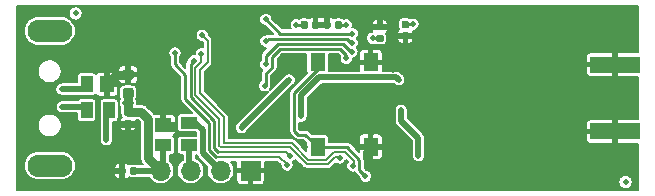
<source format=gbr>
G04 #@! TF.GenerationSoftware,KiCad,Pcbnew,(5.1.5)-3*
G04 #@! TF.CreationDate,2020-07-02T22:05:55+02:00*
G04 #@! TF.ProjectId,Theo3,5468656f-332e-46b6-9963-61645f706362,rev?*
G04 #@! TF.SameCoordinates,Original*
G04 #@! TF.FileFunction,Copper,L2,Bot*
G04 #@! TF.FilePolarity,Positive*
%FSLAX46Y46*%
G04 Gerber Fmt 4.6, Leading zero omitted, Abs format (unit mm)*
G04 Created by KiCad (PCBNEW (5.1.5)-3) date 2020-07-02 22:05:55*
%MOMM*%
%LPD*%
G04 APERTURE LIST*
%ADD10C,0.500000*%
%ADD11C,0.100000*%
%ADD12R,1.200000X1.400000*%
%ADD13R,1.000000X1.400000*%
%ADD14R,1.400000X1.000000*%
%ADD15R,1.400000X1.200000*%
%ADD16O,1.700000X1.700000*%
%ADD17R,1.700000X1.700000*%
%ADD18O,3.800000X1.900000*%
%ADD19R,1.300000X1.550000*%
%ADD20R,4.200000X1.350000*%
%ADD21C,0.508000*%
%ADD22C,0.800000*%
%ADD23C,0.762000*%
%ADD24C,0.762000*%
%ADD25C,0.508000*%
%ADD26C,0.203200*%
%ADD27C,0.254000*%
G04 APERTURE END LIST*
D10*
X87706200Y-80518000D03*
X41148000Y-66243200D03*
G04 #@! TA.AperFunction,SMDPad,CuDef*
D11*
G36*
X46214558Y-79258910D02*
G01*
X46228876Y-79261034D01*
X46242917Y-79264551D01*
X46256546Y-79269428D01*
X46269631Y-79275617D01*
X46282047Y-79283058D01*
X46293673Y-79291681D01*
X46304398Y-79301402D01*
X46314119Y-79312127D01*
X46322742Y-79323753D01*
X46330183Y-79336169D01*
X46336372Y-79349254D01*
X46341249Y-79362883D01*
X46344766Y-79376924D01*
X46346890Y-79391242D01*
X46347600Y-79405700D01*
X46347600Y-79750700D01*
X46346890Y-79765158D01*
X46344766Y-79779476D01*
X46341249Y-79793517D01*
X46336372Y-79807146D01*
X46330183Y-79820231D01*
X46322742Y-79832647D01*
X46314119Y-79844273D01*
X46304398Y-79854998D01*
X46293673Y-79864719D01*
X46282047Y-79873342D01*
X46269631Y-79880783D01*
X46256546Y-79886972D01*
X46242917Y-79891849D01*
X46228876Y-79895366D01*
X46214558Y-79897490D01*
X46200100Y-79898200D01*
X45905100Y-79898200D01*
X45890642Y-79897490D01*
X45876324Y-79895366D01*
X45862283Y-79891849D01*
X45848654Y-79886972D01*
X45835569Y-79880783D01*
X45823153Y-79873342D01*
X45811527Y-79864719D01*
X45800802Y-79854998D01*
X45791081Y-79844273D01*
X45782458Y-79832647D01*
X45775017Y-79820231D01*
X45768828Y-79807146D01*
X45763951Y-79793517D01*
X45760434Y-79779476D01*
X45758310Y-79765158D01*
X45757600Y-79750700D01*
X45757600Y-79405700D01*
X45758310Y-79391242D01*
X45760434Y-79376924D01*
X45763951Y-79362883D01*
X45768828Y-79349254D01*
X45775017Y-79336169D01*
X45782458Y-79323753D01*
X45791081Y-79312127D01*
X45800802Y-79301402D01*
X45811527Y-79291681D01*
X45823153Y-79283058D01*
X45835569Y-79275617D01*
X45848654Y-79269428D01*
X45862283Y-79264551D01*
X45876324Y-79261034D01*
X45890642Y-79258910D01*
X45905100Y-79258200D01*
X46200100Y-79258200D01*
X46214558Y-79258910D01*
G37*
G04 #@! TD.AperFunction*
G04 #@! TA.AperFunction,SMDPad,CuDef*
G36*
X45244558Y-79258910D02*
G01*
X45258876Y-79261034D01*
X45272917Y-79264551D01*
X45286546Y-79269428D01*
X45299631Y-79275617D01*
X45312047Y-79283058D01*
X45323673Y-79291681D01*
X45334398Y-79301402D01*
X45344119Y-79312127D01*
X45352742Y-79323753D01*
X45360183Y-79336169D01*
X45366372Y-79349254D01*
X45371249Y-79362883D01*
X45374766Y-79376924D01*
X45376890Y-79391242D01*
X45377600Y-79405700D01*
X45377600Y-79750700D01*
X45376890Y-79765158D01*
X45374766Y-79779476D01*
X45371249Y-79793517D01*
X45366372Y-79807146D01*
X45360183Y-79820231D01*
X45352742Y-79832647D01*
X45344119Y-79844273D01*
X45334398Y-79854998D01*
X45323673Y-79864719D01*
X45312047Y-79873342D01*
X45299631Y-79880783D01*
X45286546Y-79886972D01*
X45272917Y-79891849D01*
X45258876Y-79895366D01*
X45244558Y-79897490D01*
X45230100Y-79898200D01*
X44935100Y-79898200D01*
X44920642Y-79897490D01*
X44906324Y-79895366D01*
X44892283Y-79891849D01*
X44878654Y-79886972D01*
X44865569Y-79880783D01*
X44853153Y-79873342D01*
X44841527Y-79864719D01*
X44830802Y-79854998D01*
X44821081Y-79844273D01*
X44812458Y-79832647D01*
X44805017Y-79820231D01*
X44798828Y-79807146D01*
X44793951Y-79793517D01*
X44790434Y-79779476D01*
X44788310Y-79765158D01*
X44787600Y-79750700D01*
X44787600Y-79405700D01*
X44788310Y-79391242D01*
X44790434Y-79376924D01*
X44793951Y-79362883D01*
X44798828Y-79349254D01*
X44805017Y-79336169D01*
X44812458Y-79323753D01*
X44821081Y-79312127D01*
X44830802Y-79301402D01*
X44841527Y-79291681D01*
X44853153Y-79283058D01*
X44865569Y-79275617D01*
X44878654Y-79269428D01*
X44892283Y-79264551D01*
X44906324Y-79261034D01*
X44920642Y-79258910D01*
X44935100Y-79258200D01*
X45230100Y-79258200D01*
X45244558Y-79258910D01*
G37*
G04 #@! TD.AperFunction*
G04 #@! TA.AperFunction,SMDPad,CuDef*
G36*
X69249558Y-67856310D02*
G01*
X69263876Y-67858434D01*
X69277917Y-67861951D01*
X69291546Y-67866828D01*
X69304631Y-67873017D01*
X69317047Y-67880458D01*
X69328673Y-67889081D01*
X69339398Y-67898802D01*
X69349119Y-67909527D01*
X69357742Y-67921153D01*
X69365183Y-67933569D01*
X69371372Y-67946654D01*
X69376249Y-67960283D01*
X69379766Y-67974324D01*
X69381890Y-67988642D01*
X69382600Y-68003100D01*
X69382600Y-68298100D01*
X69381890Y-68312558D01*
X69379766Y-68326876D01*
X69376249Y-68340917D01*
X69371372Y-68354546D01*
X69365183Y-68367631D01*
X69357742Y-68380047D01*
X69349119Y-68391673D01*
X69339398Y-68402398D01*
X69328673Y-68412119D01*
X69317047Y-68420742D01*
X69304631Y-68428183D01*
X69291546Y-68434372D01*
X69277917Y-68439249D01*
X69263876Y-68442766D01*
X69249558Y-68444890D01*
X69235100Y-68445600D01*
X68890100Y-68445600D01*
X68875642Y-68444890D01*
X68861324Y-68442766D01*
X68847283Y-68439249D01*
X68833654Y-68434372D01*
X68820569Y-68428183D01*
X68808153Y-68420742D01*
X68796527Y-68412119D01*
X68785802Y-68402398D01*
X68776081Y-68391673D01*
X68767458Y-68380047D01*
X68760017Y-68367631D01*
X68753828Y-68354546D01*
X68748951Y-68340917D01*
X68745434Y-68326876D01*
X68743310Y-68312558D01*
X68742600Y-68298100D01*
X68742600Y-68003100D01*
X68743310Y-67988642D01*
X68745434Y-67974324D01*
X68748951Y-67960283D01*
X68753828Y-67946654D01*
X68760017Y-67933569D01*
X68767458Y-67921153D01*
X68776081Y-67909527D01*
X68785802Y-67898802D01*
X68796527Y-67889081D01*
X68808153Y-67880458D01*
X68820569Y-67873017D01*
X68833654Y-67866828D01*
X68847283Y-67861951D01*
X68861324Y-67858434D01*
X68875642Y-67856310D01*
X68890100Y-67855600D01*
X69235100Y-67855600D01*
X69249558Y-67856310D01*
G37*
G04 #@! TD.AperFunction*
G04 #@! TA.AperFunction,SMDPad,CuDef*
G36*
X69249558Y-66886310D02*
G01*
X69263876Y-66888434D01*
X69277917Y-66891951D01*
X69291546Y-66896828D01*
X69304631Y-66903017D01*
X69317047Y-66910458D01*
X69328673Y-66919081D01*
X69339398Y-66928802D01*
X69349119Y-66939527D01*
X69357742Y-66951153D01*
X69365183Y-66963569D01*
X69371372Y-66976654D01*
X69376249Y-66990283D01*
X69379766Y-67004324D01*
X69381890Y-67018642D01*
X69382600Y-67033100D01*
X69382600Y-67328100D01*
X69381890Y-67342558D01*
X69379766Y-67356876D01*
X69376249Y-67370917D01*
X69371372Y-67384546D01*
X69365183Y-67397631D01*
X69357742Y-67410047D01*
X69349119Y-67421673D01*
X69339398Y-67432398D01*
X69328673Y-67442119D01*
X69317047Y-67450742D01*
X69304631Y-67458183D01*
X69291546Y-67464372D01*
X69277917Y-67469249D01*
X69263876Y-67472766D01*
X69249558Y-67474890D01*
X69235100Y-67475600D01*
X68890100Y-67475600D01*
X68875642Y-67474890D01*
X68861324Y-67472766D01*
X68847283Y-67469249D01*
X68833654Y-67464372D01*
X68820569Y-67458183D01*
X68808153Y-67450742D01*
X68796527Y-67442119D01*
X68785802Y-67432398D01*
X68776081Y-67421673D01*
X68767458Y-67410047D01*
X68760017Y-67397631D01*
X68753828Y-67384546D01*
X68748951Y-67370917D01*
X68745434Y-67356876D01*
X68743310Y-67342558D01*
X68742600Y-67328100D01*
X68742600Y-67033100D01*
X68743310Y-67018642D01*
X68745434Y-67004324D01*
X68748951Y-66990283D01*
X68753828Y-66976654D01*
X68760017Y-66963569D01*
X68767458Y-66951153D01*
X68776081Y-66939527D01*
X68785802Y-66928802D01*
X68796527Y-66919081D01*
X68808153Y-66910458D01*
X68820569Y-66903017D01*
X68833654Y-66896828D01*
X68847283Y-66891951D01*
X68861324Y-66888434D01*
X68875642Y-66886310D01*
X68890100Y-66885600D01*
X69235100Y-66885600D01*
X69249558Y-66886310D01*
G37*
G04 #@! TD.AperFunction*
G04 #@! TA.AperFunction,SMDPad,CuDef*
G36*
X67090558Y-68059510D02*
G01*
X67104876Y-68061634D01*
X67118917Y-68065151D01*
X67132546Y-68070028D01*
X67145631Y-68076217D01*
X67158047Y-68083658D01*
X67169673Y-68092281D01*
X67180398Y-68102002D01*
X67190119Y-68112727D01*
X67198742Y-68124353D01*
X67206183Y-68136769D01*
X67212372Y-68149854D01*
X67217249Y-68163483D01*
X67220766Y-68177524D01*
X67222890Y-68191842D01*
X67223600Y-68206300D01*
X67223600Y-68501300D01*
X67222890Y-68515758D01*
X67220766Y-68530076D01*
X67217249Y-68544117D01*
X67212372Y-68557746D01*
X67206183Y-68570831D01*
X67198742Y-68583247D01*
X67190119Y-68594873D01*
X67180398Y-68605598D01*
X67169673Y-68615319D01*
X67158047Y-68623942D01*
X67145631Y-68631383D01*
X67132546Y-68637572D01*
X67118917Y-68642449D01*
X67104876Y-68645966D01*
X67090558Y-68648090D01*
X67076100Y-68648800D01*
X66731100Y-68648800D01*
X66716642Y-68648090D01*
X66702324Y-68645966D01*
X66688283Y-68642449D01*
X66674654Y-68637572D01*
X66661569Y-68631383D01*
X66649153Y-68623942D01*
X66637527Y-68615319D01*
X66626802Y-68605598D01*
X66617081Y-68594873D01*
X66608458Y-68583247D01*
X66601017Y-68570831D01*
X66594828Y-68557746D01*
X66589951Y-68544117D01*
X66586434Y-68530076D01*
X66584310Y-68515758D01*
X66583600Y-68501300D01*
X66583600Y-68206300D01*
X66584310Y-68191842D01*
X66586434Y-68177524D01*
X66589951Y-68163483D01*
X66594828Y-68149854D01*
X66601017Y-68136769D01*
X66608458Y-68124353D01*
X66617081Y-68112727D01*
X66626802Y-68102002D01*
X66637527Y-68092281D01*
X66649153Y-68083658D01*
X66661569Y-68076217D01*
X66674654Y-68070028D01*
X66688283Y-68065151D01*
X66702324Y-68061634D01*
X66716642Y-68059510D01*
X66731100Y-68058800D01*
X67076100Y-68058800D01*
X67090558Y-68059510D01*
G37*
G04 #@! TD.AperFunction*
G04 #@! TA.AperFunction,SMDPad,CuDef*
G36*
X67090558Y-67089510D02*
G01*
X67104876Y-67091634D01*
X67118917Y-67095151D01*
X67132546Y-67100028D01*
X67145631Y-67106217D01*
X67158047Y-67113658D01*
X67169673Y-67122281D01*
X67180398Y-67132002D01*
X67190119Y-67142727D01*
X67198742Y-67154353D01*
X67206183Y-67166769D01*
X67212372Y-67179854D01*
X67217249Y-67193483D01*
X67220766Y-67207524D01*
X67222890Y-67221842D01*
X67223600Y-67236300D01*
X67223600Y-67531300D01*
X67222890Y-67545758D01*
X67220766Y-67560076D01*
X67217249Y-67574117D01*
X67212372Y-67587746D01*
X67206183Y-67600831D01*
X67198742Y-67613247D01*
X67190119Y-67624873D01*
X67180398Y-67635598D01*
X67169673Y-67645319D01*
X67158047Y-67653942D01*
X67145631Y-67661383D01*
X67132546Y-67667572D01*
X67118917Y-67672449D01*
X67104876Y-67675966D01*
X67090558Y-67678090D01*
X67076100Y-67678800D01*
X66731100Y-67678800D01*
X66716642Y-67678090D01*
X66702324Y-67675966D01*
X66688283Y-67672449D01*
X66674654Y-67667572D01*
X66661569Y-67661383D01*
X66649153Y-67653942D01*
X66637527Y-67645319D01*
X66626802Y-67635598D01*
X66617081Y-67624873D01*
X66608458Y-67613247D01*
X66601017Y-67600831D01*
X66594828Y-67587746D01*
X66589951Y-67574117D01*
X66586434Y-67560076D01*
X66584310Y-67545758D01*
X66583600Y-67531300D01*
X66583600Y-67236300D01*
X66584310Y-67221842D01*
X66586434Y-67207524D01*
X66589951Y-67193483D01*
X66594828Y-67179854D01*
X66601017Y-67166769D01*
X66608458Y-67154353D01*
X66617081Y-67142727D01*
X66626802Y-67132002D01*
X66637527Y-67122281D01*
X66649153Y-67113658D01*
X66661569Y-67106217D01*
X66674654Y-67100028D01*
X66688283Y-67095151D01*
X66702324Y-67091634D01*
X66716642Y-67089510D01*
X66731100Y-67088800D01*
X67076100Y-67088800D01*
X67090558Y-67089510D01*
G37*
G04 #@! TD.AperFunction*
G04 #@! TA.AperFunction,SMDPad,CuDef*
G36*
X62595158Y-66889110D02*
G01*
X62609476Y-66891234D01*
X62623517Y-66894751D01*
X62637146Y-66899628D01*
X62650231Y-66905817D01*
X62662647Y-66913258D01*
X62674273Y-66921881D01*
X62684998Y-66931602D01*
X62694719Y-66942327D01*
X62703342Y-66953953D01*
X62710783Y-66966369D01*
X62716972Y-66979454D01*
X62721849Y-66993083D01*
X62725366Y-67007124D01*
X62727490Y-67021442D01*
X62728200Y-67035900D01*
X62728200Y-67380900D01*
X62727490Y-67395358D01*
X62725366Y-67409676D01*
X62721849Y-67423717D01*
X62716972Y-67437346D01*
X62710783Y-67450431D01*
X62703342Y-67462847D01*
X62694719Y-67474473D01*
X62684998Y-67485198D01*
X62674273Y-67494919D01*
X62662647Y-67503542D01*
X62650231Y-67510983D01*
X62637146Y-67517172D01*
X62623517Y-67522049D01*
X62609476Y-67525566D01*
X62595158Y-67527690D01*
X62580700Y-67528400D01*
X62285700Y-67528400D01*
X62271242Y-67527690D01*
X62256924Y-67525566D01*
X62242883Y-67522049D01*
X62229254Y-67517172D01*
X62216169Y-67510983D01*
X62203753Y-67503542D01*
X62192127Y-67494919D01*
X62181402Y-67485198D01*
X62171681Y-67474473D01*
X62163058Y-67462847D01*
X62155617Y-67450431D01*
X62149428Y-67437346D01*
X62144551Y-67423717D01*
X62141034Y-67409676D01*
X62138910Y-67395358D01*
X62138200Y-67380900D01*
X62138200Y-67035900D01*
X62138910Y-67021442D01*
X62141034Y-67007124D01*
X62144551Y-66993083D01*
X62149428Y-66979454D01*
X62155617Y-66966369D01*
X62163058Y-66953953D01*
X62171681Y-66942327D01*
X62181402Y-66931602D01*
X62192127Y-66921881D01*
X62203753Y-66913258D01*
X62216169Y-66905817D01*
X62229254Y-66899628D01*
X62242883Y-66894751D01*
X62256924Y-66891234D01*
X62271242Y-66889110D01*
X62285700Y-66888400D01*
X62580700Y-66888400D01*
X62595158Y-66889110D01*
G37*
G04 #@! TD.AperFunction*
G04 #@! TA.AperFunction,SMDPad,CuDef*
G36*
X63565158Y-66889110D02*
G01*
X63579476Y-66891234D01*
X63593517Y-66894751D01*
X63607146Y-66899628D01*
X63620231Y-66905817D01*
X63632647Y-66913258D01*
X63644273Y-66921881D01*
X63654998Y-66931602D01*
X63664719Y-66942327D01*
X63673342Y-66953953D01*
X63680783Y-66966369D01*
X63686972Y-66979454D01*
X63691849Y-66993083D01*
X63695366Y-67007124D01*
X63697490Y-67021442D01*
X63698200Y-67035900D01*
X63698200Y-67380900D01*
X63697490Y-67395358D01*
X63695366Y-67409676D01*
X63691849Y-67423717D01*
X63686972Y-67437346D01*
X63680783Y-67450431D01*
X63673342Y-67462847D01*
X63664719Y-67474473D01*
X63654998Y-67485198D01*
X63644273Y-67494919D01*
X63632647Y-67503542D01*
X63620231Y-67510983D01*
X63607146Y-67517172D01*
X63593517Y-67522049D01*
X63579476Y-67525566D01*
X63565158Y-67527690D01*
X63550700Y-67528400D01*
X63255700Y-67528400D01*
X63241242Y-67527690D01*
X63226924Y-67525566D01*
X63212883Y-67522049D01*
X63199254Y-67517172D01*
X63186169Y-67510983D01*
X63173753Y-67503542D01*
X63162127Y-67494919D01*
X63151402Y-67485198D01*
X63141681Y-67474473D01*
X63133058Y-67462847D01*
X63125617Y-67450431D01*
X63119428Y-67437346D01*
X63114551Y-67423717D01*
X63111034Y-67409676D01*
X63108910Y-67395358D01*
X63108200Y-67380900D01*
X63108200Y-67035900D01*
X63108910Y-67021442D01*
X63111034Y-67007124D01*
X63114551Y-66993083D01*
X63119428Y-66979454D01*
X63125617Y-66966369D01*
X63133058Y-66953953D01*
X63141681Y-66942327D01*
X63151402Y-66931602D01*
X63162127Y-66921881D01*
X63173753Y-66913258D01*
X63186169Y-66905817D01*
X63199254Y-66899628D01*
X63212883Y-66894751D01*
X63226924Y-66891234D01*
X63241242Y-66889110D01*
X63255700Y-66888400D01*
X63550700Y-66888400D01*
X63565158Y-66889110D01*
G37*
G04 #@! TD.AperFunction*
G04 #@! TA.AperFunction,SMDPad,CuDef*
G36*
X60662358Y-66889110D02*
G01*
X60676676Y-66891234D01*
X60690717Y-66894751D01*
X60704346Y-66899628D01*
X60717431Y-66905817D01*
X60729847Y-66913258D01*
X60741473Y-66921881D01*
X60752198Y-66931602D01*
X60761919Y-66942327D01*
X60770542Y-66953953D01*
X60777983Y-66966369D01*
X60784172Y-66979454D01*
X60789049Y-66993083D01*
X60792566Y-67007124D01*
X60794690Y-67021442D01*
X60795400Y-67035900D01*
X60795400Y-67380900D01*
X60794690Y-67395358D01*
X60792566Y-67409676D01*
X60789049Y-67423717D01*
X60784172Y-67437346D01*
X60777983Y-67450431D01*
X60770542Y-67462847D01*
X60761919Y-67474473D01*
X60752198Y-67485198D01*
X60741473Y-67494919D01*
X60729847Y-67503542D01*
X60717431Y-67510983D01*
X60704346Y-67517172D01*
X60690717Y-67522049D01*
X60676676Y-67525566D01*
X60662358Y-67527690D01*
X60647900Y-67528400D01*
X60352900Y-67528400D01*
X60338442Y-67527690D01*
X60324124Y-67525566D01*
X60310083Y-67522049D01*
X60296454Y-67517172D01*
X60283369Y-67510983D01*
X60270953Y-67503542D01*
X60259327Y-67494919D01*
X60248602Y-67485198D01*
X60238881Y-67474473D01*
X60230258Y-67462847D01*
X60222817Y-67450431D01*
X60216628Y-67437346D01*
X60211751Y-67423717D01*
X60208234Y-67409676D01*
X60206110Y-67395358D01*
X60205400Y-67380900D01*
X60205400Y-67035900D01*
X60206110Y-67021442D01*
X60208234Y-67007124D01*
X60211751Y-66993083D01*
X60216628Y-66979454D01*
X60222817Y-66966369D01*
X60230258Y-66953953D01*
X60238881Y-66942327D01*
X60248602Y-66931602D01*
X60259327Y-66921881D01*
X60270953Y-66913258D01*
X60283369Y-66905817D01*
X60296454Y-66899628D01*
X60310083Y-66894751D01*
X60324124Y-66891234D01*
X60338442Y-66889110D01*
X60352900Y-66888400D01*
X60647900Y-66888400D01*
X60662358Y-66889110D01*
G37*
G04 #@! TD.AperFunction*
G04 #@! TA.AperFunction,SMDPad,CuDef*
G36*
X61632358Y-66889110D02*
G01*
X61646676Y-66891234D01*
X61660717Y-66894751D01*
X61674346Y-66899628D01*
X61687431Y-66905817D01*
X61699847Y-66913258D01*
X61711473Y-66921881D01*
X61722198Y-66931602D01*
X61731919Y-66942327D01*
X61740542Y-66953953D01*
X61747983Y-66966369D01*
X61754172Y-66979454D01*
X61759049Y-66993083D01*
X61762566Y-67007124D01*
X61764690Y-67021442D01*
X61765400Y-67035900D01*
X61765400Y-67380900D01*
X61764690Y-67395358D01*
X61762566Y-67409676D01*
X61759049Y-67423717D01*
X61754172Y-67437346D01*
X61747983Y-67450431D01*
X61740542Y-67462847D01*
X61731919Y-67474473D01*
X61722198Y-67485198D01*
X61711473Y-67494919D01*
X61699847Y-67503542D01*
X61687431Y-67510983D01*
X61674346Y-67517172D01*
X61660717Y-67522049D01*
X61646676Y-67525566D01*
X61632358Y-67527690D01*
X61617900Y-67528400D01*
X61322900Y-67528400D01*
X61308442Y-67527690D01*
X61294124Y-67525566D01*
X61280083Y-67522049D01*
X61266454Y-67517172D01*
X61253369Y-67510983D01*
X61240953Y-67503542D01*
X61229327Y-67494919D01*
X61218602Y-67485198D01*
X61208881Y-67474473D01*
X61200258Y-67462847D01*
X61192817Y-67450431D01*
X61186628Y-67437346D01*
X61181751Y-67423717D01*
X61178234Y-67409676D01*
X61176110Y-67395358D01*
X61175400Y-67380900D01*
X61175400Y-67035900D01*
X61176110Y-67021442D01*
X61178234Y-67007124D01*
X61181751Y-66993083D01*
X61186628Y-66979454D01*
X61192817Y-66966369D01*
X61200258Y-66953953D01*
X61208881Y-66942327D01*
X61218602Y-66931602D01*
X61229327Y-66921881D01*
X61240953Y-66913258D01*
X61253369Y-66905817D01*
X61266454Y-66899628D01*
X61280083Y-66894751D01*
X61294124Y-66891234D01*
X61308442Y-66889110D01*
X61322900Y-66888400D01*
X61617900Y-66888400D01*
X61632358Y-66889110D01*
G37*
G04 #@! TD.AperFunction*
G04 #@! TA.AperFunction,SMDPad,CuDef*
G36*
X45870691Y-70988253D02*
G01*
X45891926Y-70991403D01*
X45912750Y-70996619D01*
X45932962Y-71003851D01*
X45952368Y-71013030D01*
X45970781Y-71024066D01*
X45988024Y-71036854D01*
X46003930Y-71051270D01*
X46018346Y-71067176D01*
X46031134Y-71084419D01*
X46042170Y-71102832D01*
X46051349Y-71122238D01*
X46058581Y-71142450D01*
X46063797Y-71163274D01*
X46066947Y-71184509D01*
X46068000Y-71205950D01*
X46068000Y-71643450D01*
X46066947Y-71664891D01*
X46063797Y-71686126D01*
X46058581Y-71706950D01*
X46051349Y-71727162D01*
X46042170Y-71746568D01*
X46031134Y-71764981D01*
X46018346Y-71782224D01*
X46003930Y-71798130D01*
X45988024Y-71812546D01*
X45970781Y-71825334D01*
X45952368Y-71836370D01*
X45932962Y-71845549D01*
X45912750Y-71852781D01*
X45891926Y-71857997D01*
X45870691Y-71861147D01*
X45849250Y-71862200D01*
X45336750Y-71862200D01*
X45315309Y-71861147D01*
X45294074Y-71857997D01*
X45273250Y-71852781D01*
X45253038Y-71845549D01*
X45233632Y-71836370D01*
X45215219Y-71825334D01*
X45197976Y-71812546D01*
X45182070Y-71798130D01*
X45167654Y-71782224D01*
X45154866Y-71764981D01*
X45143830Y-71746568D01*
X45134651Y-71727162D01*
X45127419Y-71706950D01*
X45122203Y-71686126D01*
X45119053Y-71664891D01*
X45118000Y-71643450D01*
X45118000Y-71205950D01*
X45119053Y-71184509D01*
X45122203Y-71163274D01*
X45127419Y-71142450D01*
X45134651Y-71122238D01*
X45143830Y-71102832D01*
X45154866Y-71084419D01*
X45167654Y-71067176D01*
X45182070Y-71051270D01*
X45197976Y-71036854D01*
X45215219Y-71024066D01*
X45233632Y-71013030D01*
X45253038Y-71003851D01*
X45273250Y-70996619D01*
X45294074Y-70991403D01*
X45315309Y-70988253D01*
X45336750Y-70987200D01*
X45849250Y-70987200D01*
X45870691Y-70988253D01*
G37*
G04 #@! TD.AperFunction*
G04 #@! TA.AperFunction,SMDPad,CuDef*
G36*
X45870691Y-72563253D02*
G01*
X45891926Y-72566403D01*
X45912750Y-72571619D01*
X45932962Y-72578851D01*
X45952368Y-72588030D01*
X45970781Y-72599066D01*
X45988024Y-72611854D01*
X46003930Y-72626270D01*
X46018346Y-72642176D01*
X46031134Y-72659419D01*
X46042170Y-72677832D01*
X46051349Y-72697238D01*
X46058581Y-72717450D01*
X46063797Y-72738274D01*
X46066947Y-72759509D01*
X46068000Y-72780950D01*
X46068000Y-73218450D01*
X46066947Y-73239891D01*
X46063797Y-73261126D01*
X46058581Y-73281950D01*
X46051349Y-73302162D01*
X46042170Y-73321568D01*
X46031134Y-73339981D01*
X46018346Y-73357224D01*
X46003930Y-73373130D01*
X45988024Y-73387546D01*
X45970781Y-73400334D01*
X45952368Y-73411370D01*
X45932962Y-73420549D01*
X45912750Y-73427781D01*
X45891926Y-73432997D01*
X45870691Y-73436147D01*
X45849250Y-73437200D01*
X45336750Y-73437200D01*
X45315309Y-73436147D01*
X45294074Y-73432997D01*
X45273250Y-73427781D01*
X45253038Y-73420549D01*
X45233632Y-73411370D01*
X45215219Y-73400334D01*
X45197976Y-73387546D01*
X45182070Y-73373130D01*
X45167654Y-73357224D01*
X45154866Y-73339981D01*
X45143830Y-73321568D01*
X45134651Y-73302162D01*
X45127419Y-73281950D01*
X45122203Y-73261126D01*
X45119053Y-73239891D01*
X45118000Y-73218450D01*
X45118000Y-72780950D01*
X45119053Y-72759509D01*
X45122203Y-72738274D01*
X45127419Y-72717450D01*
X45134651Y-72697238D01*
X45143830Y-72677832D01*
X45154866Y-72659419D01*
X45167654Y-72642176D01*
X45182070Y-72626270D01*
X45197976Y-72611854D01*
X45215219Y-72599066D01*
X45233632Y-72588030D01*
X45253038Y-72578851D01*
X45273250Y-72571619D01*
X45294074Y-72566403D01*
X45315309Y-72563253D01*
X45336750Y-72562200D01*
X45849250Y-72562200D01*
X45870691Y-72563253D01*
G37*
G04 #@! TD.AperFunction*
G04 #@! TA.AperFunction,SMDPad,CuDef*
G36*
X45779958Y-74303110D02*
G01*
X45794276Y-74305234D01*
X45808317Y-74308751D01*
X45821946Y-74313628D01*
X45835031Y-74319817D01*
X45847447Y-74327258D01*
X45859073Y-74335881D01*
X45869798Y-74345602D01*
X45879519Y-74356327D01*
X45888142Y-74367953D01*
X45895583Y-74380369D01*
X45901772Y-74393454D01*
X45906649Y-74407083D01*
X45910166Y-74421124D01*
X45912290Y-74435442D01*
X45913000Y-74449900D01*
X45913000Y-74744900D01*
X45912290Y-74759358D01*
X45910166Y-74773676D01*
X45906649Y-74787717D01*
X45901772Y-74801346D01*
X45895583Y-74814431D01*
X45888142Y-74826847D01*
X45879519Y-74838473D01*
X45869798Y-74849198D01*
X45859073Y-74858919D01*
X45847447Y-74867542D01*
X45835031Y-74874983D01*
X45821946Y-74881172D01*
X45808317Y-74886049D01*
X45794276Y-74889566D01*
X45779958Y-74891690D01*
X45765500Y-74892400D01*
X45420500Y-74892400D01*
X45406042Y-74891690D01*
X45391724Y-74889566D01*
X45377683Y-74886049D01*
X45364054Y-74881172D01*
X45350969Y-74874983D01*
X45338553Y-74867542D01*
X45326927Y-74858919D01*
X45316202Y-74849198D01*
X45306481Y-74838473D01*
X45297858Y-74826847D01*
X45290417Y-74814431D01*
X45284228Y-74801346D01*
X45279351Y-74787717D01*
X45275834Y-74773676D01*
X45273710Y-74759358D01*
X45273000Y-74744900D01*
X45273000Y-74449900D01*
X45273710Y-74435442D01*
X45275834Y-74421124D01*
X45279351Y-74407083D01*
X45284228Y-74393454D01*
X45290417Y-74380369D01*
X45297858Y-74367953D01*
X45306481Y-74356327D01*
X45316202Y-74345602D01*
X45326927Y-74335881D01*
X45338553Y-74327258D01*
X45350969Y-74319817D01*
X45364054Y-74313628D01*
X45377683Y-74308751D01*
X45391724Y-74305234D01*
X45406042Y-74303110D01*
X45420500Y-74302400D01*
X45765500Y-74302400D01*
X45779958Y-74303110D01*
G37*
G04 #@! TD.AperFunction*
G04 #@! TA.AperFunction,SMDPad,CuDef*
G36*
X45779958Y-75273110D02*
G01*
X45794276Y-75275234D01*
X45808317Y-75278751D01*
X45821946Y-75283628D01*
X45835031Y-75289817D01*
X45847447Y-75297258D01*
X45859073Y-75305881D01*
X45869798Y-75315602D01*
X45879519Y-75326327D01*
X45888142Y-75337953D01*
X45895583Y-75350369D01*
X45901772Y-75363454D01*
X45906649Y-75377083D01*
X45910166Y-75391124D01*
X45912290Y-75405442D01*
X45913000Y-75419900D01*
X45913000Y-75714900D01*
X45912290Y-75729358D01*
X45910166Y-75743676D01*
X45906649Y-75757717D01*
X45901772Y-75771346D01*
X45895583Y-75784431D01*
X45888142Y-75796847D01*
X45879519Y-75808473D01*
X45869798Y-75819198D01*
X45859073Y-75828919D01*
X45847447Y-75837542D01*
X45835031Y-75844983D01*
X45821946Y-75851172D01*
X45808317Y-75856049D01*
X45794276Y-75859566D01*
X45779958Y-75861690D01*
X45765500Y-75862400D01*
X45420500Y-75862400D01*
X45406042Y-75861690D01*
X45391724Y-75859566D01*
X45377683Y-75856049D01*
X45364054Y-75851172D01*
X45350969Y-75844983D01*
X45338553Y-75837542D01*
X45326927Y-75828919D01*
X45316202Y-75819198D01*
X45306481Y-75808473D01*
X45297858Y-75796847D01*
X45290417Y-75784431D01*
X45284228Y-75771346D01*
X45279351Y-75757717D01*
X45275834Y-75743676D01*
X45273710Y-75729358D01*
X45273000Y-75714900D01*
X45273000Y-75419900D01*
X45273710Y-75405442D01*
X45275834Y-75391124D01*
X45279351Y-75377083D01*
X45284228Y-75363454D01*
X45290417Y-75350369D01*
X45297858Y-75337953D01*
X45306481Y-75326327D01*
X45316202Y-75315602D01*
X45326927Y-75305881D01*
X45338553Y-75297258D01*
X45350969Y-75289817D01*
X45364054Y-75283628D01*
X45377683Y-75278751D01*
X45391724Y-75275234D01*
X45406042Y-75273110D01*
X45420500Y-75272400D01*
X45765500Y-75272400D01*
X45779958Y-75273110D01*
G37*
G04 #@! TD.AperFunction*
D12*
X43797600Y-72229800D03*
D13*
X42077600Y-72229800D03*
X43977600Y-74429800D03*
X42077600Y-74429800D03*
D14*
X50757000Y-77404000D03*
X50757000Y-75504000D03*
X48557000Y-77404000D03*
D15*
X48557000Y-75684000D03*
D16*
X48336200Y-79552800D03*
X50876200Y-79552800D03*
X53416200Y-79552800D03*
D17*
X55956200Y-79552800D03*
D18*
X38954800Y-79131400D03*
X38954800Y-67731400D03*
D19*
X66131000Y-77539800D03*
X66131000Y-70389800D03*
X61631000Y-77539800D03*
X61631000Y-70389800D03*
D20*
X86817200Y-76231000D03*
X86817200Y-70581000D03*
D21*
X69418200Y-74625200D03*
X72974200Y-80416400D03*
X75031600Y-80746600D03*
X77495400Y-80695800D03*
X79883000Y-80594200D03*
X82270600Y-80594200D03*
X84607400Y-80543400D03*
X86360000Y-80543400D03*
X76454000Y-79324200D03*
X78740000Y-79298800D03*
X81432400Y-79171800D03*
X83642200Y-79273400D03*
X83007200Y-75946000D03*
X81381600Y-77216000D03*
X78232000Y-77444600D03*
X75209400Y-77393800D03*
X73507600Y-76073000D03*
X77012800Y-76225400D03*
X79222600Y-76022200D03*
X83007200Y-70866000D03*
X72491600Y-66802000D03*
X75057000Y-66725800D03*
X77368400Y-66725800D03*
X79730600Y-66852800D03*
X82321400Y-66370200D03*
X84963000Y-66370200D03*
X87528400Y-66344800D03*
X80899000Y-68427600D03*
X78486000Y-68427600D03*
X76022200Y-68326000D03*
X73685400Y-68173600D03*
X72466200Y-69646800D03*
X74980800Y-69570600D03*
X77317600Y-69545200D03*
X79705200Y-69545200D03*
X73710800Y-70815200D03*
X71475600Y-70942200D03*
X76225400Y-70891400D03*
X78536800Y-70891400D03*
X81026000Y-70866000D03*
X72034400Y-72161400D03*
X72999600Y-72161400D03*
X73914000Y-72136000D03*
X74904600Y-72136000D03*
X75895200Y-72110600D03*
X76885800Y-72136000D03*
X77851000Y-72136000D03*
X78740000Y-72136000D03*
X79730600Y-72136000D03*
X80670400Y-72136000D03*
X81635600Y-72136000D03*
X82524600Y-72136000D03*
X83312000Y-72161400D03*
X84175600Y-72161400D03*
X85013800Y-72161400D03*
X85902800Y-72161400D03*
X86791800Y-72161400D03*
X87655400Y-72161400D03*
X88569800Y-72161400D03*
X82524600Y-74320400D03*
X83362800Y-74320400D03*
X84124800Y-74320400D03*
X84861400Y-74650600D03*
X85877400Y-74650600D03*
X86817200Y-74650600D03*
X87706200Y-74650600D03*
X88569800Y-74650600D03*
X81635600Y-75234800D03*
X80441800Y-75260200D03*
X79578200Y-74396600D03*
X78765400Y-74422000D03*
X77876400Y-74447400D03*
X76987400Y-74447400D03*
X76174600Y-74422000D03*
X75361800Y-75285600D03*
X74523600Y-74422000D03*
X73660000Y-74422000D03*
X72694800Y-74422000D03*
X71729600Y-74422000D03*
X71729600Y-75361800D03*
X71729600Y-76327000D03*
X43967400Y-66065400D03*
X37236400Y-69977000D03*
X46228000Y-66065400D03*
X53111400Y-66014600D03*
X55194200Y-66014600D03*
X52019200Y-80822800D03*
X39801800Y-69672200D03*
X64058800Y-65989200D03*
X66192400Y-65963800D03*
X70027800Y-70815200D03*
X71729600Y-77825600D03*
X70739000Y-66141600D03*
X70891400Y-69773800D03*
X67411600Y-80822800D03*
X38938200Y-80797400D03*
X37388800Y-77190600D03*
X37973000Y-73863200D03*
X51485800Y-65989200D03*
X49301400Y-65989200D03*
X61976000Y-65963800D03*
X68478400Y-66065400D03*
X73914000Y-79324200D03*
X70942200Y-68046600D03*
X67310000Y-78130400D03*
X70739000Y-79197200D03*
X70078600Y-72186800D03*
X71120000Y-72186800D03*
X71348600Y-80746600D03*
X39471600Y-66040000D03*
X69494400Y-80645000D03*
X68580000Y-79197200D03*
X68554600Y-77901800D03*
X67513200Y-69646800D03*
X57886600Y-66014600D03*
X58750200Y-67284600D03*
X59690000Y-65989200D03*
D22*
X64566800Y-75641200D03*
X65963800Y-72644000D03*
X63144400Y-72644000D03*
X63144400Y-74117200D03*
X65963800Y-75641200D03*
X65963800Y-74117200D03*
X64566800Y-74117200D03*
X64516000Y-72644000D03*
X63144400Y-75641200D03*
D21*
X67995800Y-70993000D03*
X58013600Y-71831200D03*
X54483000Y-70180200D03*
X52374800Y-72720200D03*
X57302400Y-76555600D03*
X60553600Y-77520800D03*
X54305200Y-75920600D03*
X54559200Y-72034400D03*
X64897000Y-66776600D03*
X60375800Y-71094600D03*
X44602400Y-71348600D03*
X57353200Y-67741800D03*
X45008800Y-69240400D03*
X65735200Y-78587600D03*
X56413400Y-75971400D03*
X52374800Y-71221600D03*
X43713400Y-79857600D03*
X46786800Y-69291200D03*
X42138600Y-80797400D03*
X42341800Y-78917800D03*
X54483000Y-68326000D03*
X52654200Y-67843400D03*
X48260000Y-67691000D03*
X45593000Y-80797400D03*
X49580800Y-80797400D03*
X45694600Y-70154800D03*
X43688000Y-69977000D03*
X48133000Y-69418200D03*
X55575200Y-73964800D03*
X60096400Y-69824600D03*
X58166000Y-79248000D03*
X60223400Y-75895200D03*
X49530000Y-76022200D03*
X43789600Y-73202800D03*
X44602400Y-75768200D03*
X46431200Y-75717400D03*
X68656200Y-69494400D03*
D23*
X48234600Y-73355200D03*
X49453800Y-73355200D03*
X49453800Y-72212200D03*
X48234600Y-72212200D03*
D21*
X58290600Y-76634200D03*
X50622200Y-69824600D03*
X47955200Y-66497200D03*
X42341800Y-66624200D03*
X49098200Y-68199000D03*
X68427600Y-76098400D03*
X68476000Y-72824200D03*
X68021200Y-77089000D03*
X69062600Y-70993000D03*
X45821600Y-73787000D03*
X45339000Y-73787000D03*
X59232800Y-71856600D03*
X55194200Y-75920600D03*
X69723000Y-67157600D03*
X66294000Y-68351400D03*
X68707000Y-74422000D03*
X70177800Y-78285200D03*
X60223400Y-74957800D03*
X68506200Y-71854200D03*
X64058800Y-67208400D03*
X59817000Y-67208400D03*
X39979600Y-72644000D03*
X43738800Y-76931400D03*
X40005000Y-74142600D03*
X65682000Y-80037800D03*
X59258200Y-78333600D03*
X51155600Y-70231000D03*
X59055000Y-79070200D03*
X49555400Y-69596000D03*
X57251600Y-66751200D03*
X64566800Y-67945000D03*
X57251600Y-68605400D03*
X64566800Y-68757800D03*
X57251600Y-70561200D03*
X64541400Y-69494400D03*
X57150000Y-72364600D03*
X64058800Y-70053200D03*
X63500000Y-78486000D03*
X51790600Y-69672200D03*
X64617600Y-79171800D03*
X51866800Y-68097400D03*
D24*
X44602700Y-71424700D02*
X43797600Y-72229800D01*
X45593000Y-71424700D02*
X44602700Y-71424700D01*
D25*
X43789600Y-72237800D02*
X43797600Y-72229800D01*
X43789600Y-73202800D02*
X43789600Y-72237800D01*
X44653200Y-75717400D02*
X44602400Y-75768200D01*
X46431200Y-75717400D02*
X44653200Y-75717400D01*
X48895200Y-76022200D02*
X48557000Y-75684000D01*
X49530000Y-76022200D02*
X48895200Y-76022200D01*
X61470400Y-67208400D02*
X62433200Y-67208400D01*
X65735200Y-77935600D02*
X66131000Y-77539800D01*
X65735200Y-78587600D02*
X65735200Y-77935600D01*
D24*
X45593000Y-72948900D02*
X45593000Y-74498200D01*
D25*
X48557000Y-79332000D02*
X48336200Y-79552800D01*
X48557000Y-77404000D02*
X48557000Y-79332000D01*
X48310800Y-79578200D02*
X48336200Y-79552800D01*
X46052600Y-79578200D02*
X48310800Y-79578200D01*
D24*
X45593000Y-74597400D02*
X46708200Y-74597400D01*
X46708200Y-74597400D02*
X47294800Y-75184000D01*
X47294800Y-78511400D02*
X48336200Y-79552800D01*
X47294800Y-75184000D02*
X47294800Y-78511400D01*
D25*
X55194200Y-75920600D02*
X55194200Y-75895200D01*
X55194200Y-75895200D02*
X59232800Y-71856600D01*
D26*
X69700000Y-67180600D02*
X69723000Y-67157600D01*
D27*
X69062600Y-67180600D02*
X69700000Y-67180600D01*
D26*
X66901200Y-68351400D02*
X66903600Y-68353800D01*
D27*
X66243200Y-68351400D02*
X66901200Y-68351400D01*
D25*
X68707000Y-74422000D02*
X68707000Y-75336400D01*
X70177800Y-76807200D02*
X70177800Y-78285200D01*
X68707000Y-75336400D02*
X70177800Y-76807200D01*
X60223400Y-74957800D02*
X60223400Y-73177400D01*
X60223400Y-73177400D02*
X61747400Y-71653400D01*
X68305400Y-71653400D02*
X68506200Y-71854200D01*
X61747400Y-71653400D02*
X68305400Y-71653400D01*
D27*
X63403200Y-67208400D02*
X64109600Y-67208400D01*
X59740800Y-67208400D02*
X60500400Y-67208400D01*
D25*
X41663400Y-72644000D02*
X42077600Y-72229800D01*
X39979600Y-72644000D02*
X41663400Y-72644000D01*
X43820200Y-74587200D02*
X43977600Y-74429800D01*
X43738800Y-76931400D02*
X43738800Y-74587200D01*
X41790400Y-74142600D02*
X42077600Y-74429800D01*
X40005000Y-74142600D02*
X41790400Y-74142600D01*
X50757000Y-79433600D02*
X50876200Y-79552800D01*
X50757000Y-77404000D02*
X50757000Y-79433600D01*
X53551000Y-79595800D02*
X53543200Y-79603600D01*
X50757000Y-75504000D02*
X51297800Y-75504000D01*
X51297800Y-75504000D02*
X51892200Y-76098400D01*
X51892200Y-78028800D02*
X53416200Y-79552800D01*
X51892200Y-76098400D02*
X51892200Y-78028800D01*
D27*
X61512400Y-70389800D02*
X61631000Y-70389800D01*
X61631000Y-70979524D02*
X61631000Y-70389800D01*
X59664600Y-72945924D02*
X61631000Y-70979524D01*
X65176401Y-79532201D02*
X65682000Y-80037800D01*
X65176401Y-78613001D02*
X65176401Y-79532201D01*
X61631000Y-77539800D02*
X64103200Y-77539800D01*
X64103200Y-77539800D02*
X65176401Y-78613001D01*
X59664600Y-72945924D02*
X59664600Y-76174600D01*
X59664600Y-76174600D02*
X59994800Y-76504800D01*
X60596000Y-76504800D02*
X61631000Y-77539800D01*
X59994800Y-76504800D02*
X60596000Y-76504800D01*
X50876210Y-73328740D02*
X52882820Y-75335350D01*
X52882820Y-75335350D02*
X52882820Y-77618474D01*
X52882820Y-77618474D02*
X53216936Y-77952590D01*
X50876210Y-70510390D02*
X51155600Y-70231000D01*
X50876210Y-73328740D02*
X50876210Y-70510390D01*
D26*
X58978790Y-77952590D02*
X58978800Y-77952600D01*
X53216936Y-77952590D02*
X58978790Y-77952590D01*
X59232800Y-78206600D02*
X58978790Y-77952590D01*
X59232800Y-78257400D02*
X59232800Y-78206600D01*
D27*
X49555400Y-69596000D02*
X49555400Y-70561200D01*
X49555400Y-70561200D02*
X50444400Y-71450200D01*
X50444400Y-71450200D02*
X50444400Y-73507600D01*
X50444400Y-73507600D02*
X52451010Y-75514210D01*
X52451010Y-75514210D02*
X52451010Y-77797334D01*
X52451010Y-77797334D02*
X53038076Y-78384400D01*
D26*
X58369200Y-78384400D02*
X59004200Y-79019400D01*
X53038076Y-78384400D02*
X58369200Y-78384400D01*
D27*
X58445400Y-67945000D02*
X57251600Y-66751200D01*
X64566800Y-67945000D02*
X58445400Y-67945000D01*
X64566800Y-68757800D02*
X64490590Y-68757800D01*
X64490590Y-68757800D02*
X64109590Y-68376800D01*
X57480200Y-68376800D02*
X57251600Y-68605400D01*
X64109590Y-68376800D02*
X57480200Y-68376800D01*
X64541400Y-69494400D02*
X64490590Y-69494400D01*
X64490590Y-69494400D02*
X63804800Y-68808610D01*
X63804800Y-68808610D02*
X58267590Y-68808610D01*
X57251600Y-69824600D02*
X57251600Y-70561200D01*
X58267590Y-68808610D02*
X57251600Y-69824600D01*
X64058800Y-70053200D02*
X64058800Y-69799220D01*
X64058800Y-69799220D02*
X63500000Y-69240420D01*
X63500000Y-69240420D02*
X58470780Y-69240420D01*
X58470780Y-69240420D02*
X57810400Y-69900800D01*
X57810400Y-69900800D02*
X57810400Y-70815200D01*
X57277000Y-71348600D02*
X57277000Y-72364600D01*
X57810400Y-70815200D02*
X57277000Y-71348600D01*
D26*
X60700572Y-78994000D02*
X62540229Y-78994000D01*
X53289230Y-75167010D02*
X53289230Y-77444630D01*
X51282620Y-73160400D02*
X53289230Y-75167010D01*
X63149829Y-78384400D02*
X63500000Y-78384400D01*
X51790600Y-69672200D02*
X51790600Y-70358020D01*
X51790600Y-70358020D02*
X51282620Y-70866000D01*
X53289230Y-77444630D02*
X53416180Y-77571580D01*
X62540229Y-78994000D02*
X63149829Y-78384400D01*
X51282620Y-70866000D02*
X51282620Y-73160400D01*
X59278152Y-77571580D02*
X60700572Y-78994000D01*
X53416180Y-77571580D02*
X59278152Y-77571580D01*
X64719200Y-79121000D02*
X64719200Y-78730550D01*
X64719200Y-78730550D02*
X63934860Y-77946210D01*
X62382400Y-78613000D02*
X60858400Y-78613000D01*
X53695600Y-77190570D02*
X53695600Y-75031600D01*
X53695600Y-75031600D02*
X51663630Y-72999630D01*
X51663630Y-72999630D02*
X51663630Y-71023818D01*
X51663630Y-71023818D02*
X52324000Y-70363448D01*
X52324000Y-68554600D02*
X51866800Y-68097400D01*
X52324000Y-70363448D02*
X52324000Y-68554600D01*
X62382400Y-78613000D02*
X62382401Y-78613000D01*
X63049190Y-77946210D02*
X62382400Y-78613000D01*
X63934860Y-77946210D02*
X63049190Y-77946210D01*
X59435970Y-77190570D02*
X60858400Y-78613000D01*
X53695600Y-77190570D02*
X59435970Y-77190570D01*
G36*
X88798800Y-69548789D02*
G01*
X87058500Y-69550400D01*
X86969600Y-69639300D01*
X86969600Y-70428600D01*
X86989600Y-70428600D01*
X86989600Y-70733400D01*
X86969600Y-70733400D01*
X86969600Y-71522700D01*
X87058500Y-71611600D01*
X88798800Y-71613211D01*
X88798801Y-75198789D01*
X87058500Y-75200400D01*
X86969600Y-75289300D01*
X86969600Y-76078600D01*
X86989600Y-76078600D01*
X86989600Y-76383400D01*
X86969600Y-76383400D01*
X86969600Y-77172700D01*
X87058500Y-77261600D01*
X88798801Y-77263211D01*
X88798801Y-81204200D01*
X36169200Y-81204200D01*
X36169200Y-79131400D01*
X36743929Y-79131400D01*
X36768156Y-79377384D01*
X36839907Y-79613914D01*
X36956424Y-79831902D01*
X37113230Y-80022970D01*
X37304298Y-80179776D01*
X37522286Y-80296293D01*
X37758816Y-80368044D01*
X37943159Y-80386200D01*
X39966441Y-80386200D01*
X40150784Y-80368044D01*
X40387314Y-80296293D01*
X40605302Y-80179776D01*
X40796370Y-80022970D01*
X40898766Y-79898200D01*
X44430279Y-79898200D01*
X44437145Y-79967910D01*
X44457478Y-80034941D01*
X44490498Y-80096717D01*
X44534936Y-80150864D01*
X44589083Y-80195302D01*
X44650859Y-80228322D01*
X44717890Y-80248655D01*
X44787600Y-80255521D01*
X44841300Y-80253800D01*
X44930200Y-80164900D01*
X44930200Y-79730600D01*
X44520900Y-79730600D01*
X44432000Y-79819500D01*
X44430279Y-79898200D01*
X40898766Y-79898200D01*
X40953176Y-79831902D01*
X41069693Y-79613914D01*
X41141444Y-79377384D01*
X41153182Y-79258200D01*
X44430279Y-79258200D01*
X44432000Y-79336900D01*
X44520900Y-79425800D01*
X44930200Y-79425800D01*
X44930200Y-78991500D01*
X44841300Y-78902600D01*
X44787600Y-78900879D01*
X44717890Y-78907745D01*
X44650859Y-78928078D01*
X44589083Y-78961098D01*
X44534936Y-79005536D01*
X44490498Y-79059683D01*
X44457478Y-79121459D01*
X44437145Y-79188490D01*
X44430279Y-79258200D01*
X41153182Y-79258200D01*
X41165671Y-79131400D01*
X41141444Y-78885416D01*
X41069693Y-78648886D01*
X40953176Y-78430898D01*
X40796370Y-78239830D01*
X40605302Y-78083024D01*
X40387314Y-77966507D01*
X40150784Y-77894756D01*
X39966441Y-77876600D01*
X37943159Y-77876600D01*
X37758816Y-77894756D01*
X37522286Y-77966507D01*
X37304298Y-78083024D01*
X37113230Y-78239830D01*
X36956424Y-78430898D01*
X36839907Y-78648886D01*
X36768156Y-78885416D01*
X36743929Y-79131400D01*
X36169200Y-79131400D01*
X36169200Y-75632436D01*
X37950000Y-75632436D01*
X37950000Y-75830364D01*
X37988614Y-76024489D01*
X38064358Y-76207351D01*
X38174321Y-76371923D01*
X38314277Y-76511879D01*
X38478849Y-76621842D01*
X38661711Y-76697586D01*
X38855836Y-76736200D01*
X39053764Y-76736200D01*
X39247889Y-76697586D01*
X39430751Y-76621842D01*
X39595323Y-76511879D01*
X39735279Y-76371923D01*
X39845242Y-76207351D01*
X39920986Y-76024489D01*
X39959600Y-75830364D01*
X39959600Y-75632436D01*
X39920986Y-75438311D01*
X39845242Y-75255449D01*
X39735279Y-75090877D01*
X39595323Y-74950921D01*
X39430751Y-74840958D01*
X39247889Y-74765214D01*
X39053764Y-74726600D01*
X38855836Y-74726600D01*
X38661711Y-74765214D01*
X38478849Y-74840958D01*
X38314277Y-74950921D01*
X38174321Y-75090877D01*
X38064358Y-75255449D01*
X37988614Y-75438311D01*
X37950000Y-75632436D01*
X36169200Y-75632436D01*
X36169200Y-74142600D01*
X39443497Y-74142600D01*
X39446200Y-74170044D01*
X39446200Y-74197637D01*
X39451583Y-74224700D01*
X39454286Y-74252144D01*
X39462291Y-74278532D01*
X39467674Y-74305596D01*
X39478235Y-74331091D01*
X39486239Y-74357478D01*
X39499239Y-74381798D01*
X39509798Y-74407291D01*
X39525126Y-74430231D01*
X39538127Y-74454554D01*
X39555625Y-74475875D01*
X39570952Y-74498814D01*
X39590457Y-74518319D01*
X39607957Y-74539643D01*
X39629281Y-74557143D01*
X39648786Y-74576648D01*
X39671725Y-74591975D01*
X39693046Y-74609473D01*
X39717369Y-74622474D01*
X39740309Y-74637802D01*
X39765802Y-74648361D01*
X39790122Y-74661361D01*
X39816509Y-74669365D01*
X39842004Y-74679926D01*
X39869068Y-74685309D01*
X39895456Y-74693314D01*
X39922900Y-74696017D01*
X39949963Y-74701400D01*
X41271326Y-74701400D01*
X41271326Y-75129800D01*
X41277211Y-75189551D01*
X41294640Y-75247006D01*
X41322942Y-75299957D01*
X41361032Y-75346368D01*
X41407443Y-75384458D01*
X41460394Y-75412760D01*
X41517849Y-75430189D01*
X41577600Y-75436074D01*
X42577600Y-75436074D01*
X42637351Y-75430189D01*
X42694806Y-75412760D01*
X42747757Y-75384458D01*
X42794168Y-75346368D01*
X42832258Y-75299957D01*
X42860560Y-75247006D01*
X42877989Y-75189551D01*
X42883874Y-75129800D01*
X42883874Y-73729800D01*
X43171326Y-73729800D01*
X43171326Y-75129800D01*
X43177211Y-75189551D01*
X43180001Y-75198747D01*
X43180000Y-76876363D01*
X43180000Y-76986437D01*
X43185383Y-77013501D01*
X43188086Y-77040943D01*
X43196090Y-77067329D01*
X43201474Y-77094396D01*
X43212036Y-77119894D01*
X43220039Y-77146277D01*
X43233037Y-77170595D01*
X43243598Y-77196091D01*
X43258927Y-77219032D01*
X43271927Y-77243354D01*
X43289425Y-77264675D01*
X43304752Y-77287614D01*
X43324257Y-77307119D01*
X43341757Y-77328443D01*
X43363081Y-77345943D01*
X43382586Y-77365448D01*
X43405525Y-77380775D01*
X43426846Y-77398273D01*
X43451169Y-77411274D01*
X43474109Y-77426602D01*
X43499602Y-77437161D01*
X43523922Y-77450161D01*
X43550309Y-77458165D01*
X43575804Y-77468726D01*
X43602868Y-77474109D01*
X43629256Y-77482114D01*
X43656700Y-77484817D01*
X43683763Y-77490200D01*
X43711356Y-77490200D01*
X43738800Y-77492903D01*
X43766244Y-77490200D01*
X43793837Y-77490200D01*
X43820900Y-77484817D01*
X43848343Y-77482114D01*
X43874729Y-77474110D01*
X43901796Y-77468726D01*
X43927294Y-77458164D01*
X43953677Y-77450161D01*
X43977995Y-77437163D01*
X44003491Y-77426602D01*
X44026432Y-77411273D01*
X44050754Y-77398273D01*
X44072075Y-77380775D01*
X44095014Y-77365448D01*
X44114519Y-77345943D01*
X44135843Y-77328443D01*
X44153343Y-77307119D01*
X44172848Y-77287614D01*
X44188175Y-77264675D01*
X44205673Y-77243354D01*
X44218674Y-77219031D01*
X44234002Y-77196091D01*
X44244561Y-77170598D01*
X44257561Y-77146278D01*
X44265565Y-77119891D01*
X44276126Y-77094396D01*
X44281509Y-77067332D01*
X44289514Y-77040944D01*
X44292217Y-77013500D01*
X44297600Y-76986437D01*
X44297600Y-75862400D01*
X44915679Y-75862400D01*
X44922545Y-75932110D01*
X44942878Y-75999141D01*
X44975898Y-76060917D01*
X45020336Y-76115064D01*
X45074483Y-76159502D01*
X45136259Y-76192522D01*
X45203290Y-76212855D01*
X45273000Y-76219721D01*
X45351700Y-76218000D01*
X45440600Y-76129100D01*
X45440600Y-75719800D01*
X45745400Y-75719800D01*
X45745400Y-76129100D01*
X45834300Y-76218000D01*
X45913000Y-76219721D01*
X45982710Y-76212855D01*
X46049741Y-76192522D01*
X46111517Y-76159502D01*
X46165664Y-76115064D01*
X46210102Y-76060917D01*
X46243122Y-75999141D01*
X46263455Y-75932110D01*
X46270321Y-75862400D01*
X46268600Y-75808700D01*
X46179700Y-75719800D01*
X45745400Y-75719800D01*
X45440600Y-75719800D01*
X45006300Y-75719800D01*
X44917400Y-75808700D01*
X44915679Y-75862400D01*
X44297600Y-75862400D01*
X44297600Y-75436074D01*
X44477600Y-75436074D01*
X44537351Y-75430189D01*
X44594806Y-75412760D01*
X44647757Y-75384458D01*
X44694168Y-75346368D01*
X44732258Y-75299957D01*
X44760560Y-75247006D01*
X44777989Y-75189551D01*
X44783874Y-75129800D01*
X44783874Y-73860508D01*
X44801674Y-73949996D01*
X44843798Y-74051691D01*
X44904952Y-74143214D01*
X44907201Y-74145463D01*
X44907201Y-74531889D01*
X44908768Y-74547795D01*
X44903882Y-74597400D01*
X44917123Y-74731840D01*
X44956338Y-74861114D01*
X45020019Y-74980253D01*
X45039509Y-75004001D01*
X45020336Y-75019736D01*
X44975898Y-75073883D01*
X44942878Y-75135659D01*
X44922545Y-75202690D01*
X44915679Y-75272400D01*
X44917400Y-75326100D01*
X45006300Y-75415000D01*
X45440600Y-75415000D01*
X45440600Y-75395000D01*
X45745400Y-75395000D01*
X45745400Y-75415000D01*
X46179700Y-75415000D01*
X46268600Y-75326100D01*
X46269975Y-75283200D01*
X46424133Y-75283200D01*
X46609000Y-75468067D01*
X46609001Y-78477712D01*
X46605683Y-78511400D01*
X46618924Y-78645840D01*
X46658139Y-78775114D01*
X46721820Y-78894253D01*
X46781299Y-78966728D01*
X46807521Y-78998680D01*
X46832768Y-79019400D01*
X46435364Y-79019400D01*
X46373752Y-78986467D01*
X46288627Y-78960645D01*
X46200100Y-78951926D01*
X45905100Y-78951926D01*
X45816573Y-78960645D01*
X45731448Y-78986467D01*
X45652997Y-79028401D01*
X45650626Y-79030347D01*
X45630264Y-79005536D01*
X45576117Y-78961098D01*
X45514341Y-78928078D01*
X45447310Y-78907745D01*
X45377600Y-78900879D01*
X45323900Y-78902600D01*
X45235000Y-78991500D01*
X45235000Y-79425800D01*
X45255000Y-79425800D01*
X45255000Y-79730600D01*
X45235000Y-79730600D01*
X45235000Y-80164900D01*
X45323900Y-80253800D01*
X45377600Y-80255521D01*
X45447310Y-80248655D01*
X45514341Y-80228322D01*
X45576117Y-80195302D01*
X45630264Y-80150864D01*
X45650626Y-80126053D01*
X45652997Y-80127999D01*
X45731448Y-80169933D01*
X45816573Y-80195755D01*
X45905100Y-80204474D01*
X46200100Y-80204474D01*
X46288627Y-80195755D01*
X46373752Y-80169933D01*
X46435364Y-80137000D01*
X47337683Y-80137000D01*
X47439208Y-80288942D01*
X47600058Y-80449792D01*
X47789197Y-80576171D01*
X47999357Y-80663222D01*
X48222462Y-80707600D01*
X48449938Y-80707600D01*
X48673043Y-80663222D01*
X48883203Y-80576171D01*
X49072342Y-80449792D01*
X49233192Y-80288942D01*
X49359571Y-80099803D01*
X49446622Y-79889643D01*
X49491000Y-79666538D01*
X49491000Y-79439062D01*
X49446622Y-79215957D01*
X49359571Y-79005797D01*
X49233192Y-78816658D01*
X49115800Y-78699266D01*
X49115800Y-78210274D01*
X49257000Y-78210274D01*
X49316751Y-78204389D01*
X49374206Y-78186960D01*
X49427157Y-78158658D01*
X49473568Y-78120568D01*
X49511658Y-78074157D01*
X49539960Y-78021206D01*
X49557389Y-77963751D01*
X49563274Y-77904000D01*
X49563274Y-76904000D01*
X49557389Y-76844249D01*
X49539960Y-76786794D01*
X49511658Y-76733843D01*
X49473568Y-76687432D01*
X49427157Y-76649342D01*
X49374206Y-76621040D01*
X49372570Y-76620544D01*
X49393741Y-76614122D01*
X49455517Y-76581102D01*
X49509664Y-76536664D01*
X49554102Y-76482517D01*
X49587122Y-76420741D01*
X49607455Y-76353710D01*
X49614321Y-76284000D01*
X49612600Y-75925300D01*
X49523700Y-75836400D01*
X48709400Y-75836400D01*
X48709400Y-75856400D01*
X48404600Y-75856400D01*
X48404600Y-75836400D01*
X48384600Y-75836400D01*
X48384600Y-75531600D01*
X48404600Y-75531600D01*
X48404600Y-74817300D01*
X48709400Y-74817300D01*
X48709400Y-75531600D01*
X49523700Y-75531600D01*
X49612600Y-75442700D01*
X49614321Y-75084000D01*
X49607455Y-75014290D01*
X49587122Y-74947259D01*
X49554102Y-74885483D01*
X49509664Y-74831336D01*
X49455517Y-74786898D01*
X49393741Y-74753878D01*
X49326710Y-74733545D01*
X49257000Y-74726679D01*
X48798300Y-74728400D01*
X48709400Y-74817300D01*
X48404600Y-74817300D01*
X48315700Y-74728400D01*
X47857000Y-74726679D01*
X47810431Y-74731266D01*
X47803555Y-74722888D01*
X47803554Y-74722887D01*
X47782079Y-74696720D01*
X47755914Y-74675247D01*
X47216958Y-74136291D01*
X47195480Y-74110120D01*
X47091053Y-74024419D01*
X46971914Y-73960738D01*
X46842640Y-73921523D01*
X46741889Y-73911600D01*
X46741879Y-73911600D01*
X46708200Y-73908283D01*
X46674521Y-73911600D01*
X46366563Y-73911600D01*
X46380400Y-73842037D01*
X46380400Y-73731963D01*
X46358926Y-73624004D01*
X46316802Y-73522309D01*
X46295959Y-73491116D01*
X46334309Y-73419368D01*
X46364186Y-73320877D01*
X46374274Y-73218450D01*
X46374274Y-72780950D01*
X46364186Y-72678523D01*
X46334309Y-72580032D01*
X46285792Y-72489262D01*
X46220498Y-72409702D01*
X46140938Y-72344408D01*
X46050168Y-72295891D01*
X45951677Y-72266014D01*
X45849250Y-72255926D01*
X45336750Y-72255926D01*
X45234323Y-72266014D01*
X45135832Y-72295891D01*
X45045062Y-72344408D01*
X44965502Y-72409702D01*
X44900208Y-72489262D01*
X44851691Y-72580032D01*
X44821814Y-72678523D01*
X44811726Y-72780950D01*
X44811726Y-73218450D01*
X44821814Y-73320877D01*
X44851691Y-73419368D01*
X44878752Y-73469997D01*
X44843798Y-73522309D01*
X44801674Y-73624004D01*
X44782800Y-73718893D01*
X44777989Y-73670049D01*
X44760560Y-73612594D01*
X44732258Y-73559643D01*
X44694168Y-73513232D01*
X44647757Y-73475142D01*
X44594806Y-73446840D01*
X44537351Y-73429411D01*
X44477600Y-73423526D01*
X43477600Y-73423526D01*
X43417849Y-73429411D01*
X43360394Y-73446840D01*
X43307443Y-73475142D01*
X43261032Y-73513232D01*
X43222942Y-73559643D01*
X43194640Y-73612594D01*
X43177211Y-73670049D01*
X43171326Y-73729800D01*
X42883874Y-73729800D01*
X42877989Y-73670049D01*
X42860560Y-73612594D01*
X42832258Y-73559643D01*
X42794168Y-73513232D01*
X42747757Y-73475142D01*
X42694806Y-73446840D01*
X42637351Y-73429411D01*
X42577600Y-73423526D01*
X41577600Y-73423526D01*
X41517849Y-73429411D01*
X41460394Y-73446840D01*
X41407443Y-73475142D01*
X41361032Y-73513232D01*
X41322942Y-73559643D01*
X41310030Y-73583800D01*
X39949963Y-73583800D01*
X39922900Y-73589183D01*
X39895456Y-73591886D01*
X39869068Y-73599891D01*
X39842004Y-73605274D01*
X39816509Y-73615835D01*
X39790122Y-73623839D01*
X39765802Y-73636839D01*
X39740309Y-73647398D01*
X39717369Y-73662726D01*
X39693046Y-73675727D01*
X39671725Y-73693225D01*
X39648786Y-73708552D01*
X39629281Y-73728057D01*
X39607957Y-73745557D01*
X39590457Y-73766881D01*
X39570952Y-73786386D01*
X39555625Y-73809325D01*
X39538127Y-73830646D01*
X39525126Y-73854969D01*
X39509798Y-73877909D01*
X39499239Y-73903402D01*
X39486239Y-73927722D01*
X39478235Y-73954109D01*
X39467674Y-73979604D01*
X39462291Y-74006668D01*
X39454286Y-74033056D01*
X39451583Y-74060500D01*
X39446200Y-74087563D01*
X39446200Y-74115156D01*
X39443497Y-74142600D01*
X36169200Y-74142600D01*
X36169200Y-72644000D01*
X39418097Y-72644000D01*
X39420800Y-72671444D01*
X39420800Y-72699037D01*
X39426183Y-72726100D01*
X39428886Y-72753544D01*
X39436891Y-72779932D01*
X39442274Y-72806996D01*
X39452835Y-72832491D01*
X39460839Y-72858878D01*
X39473839Y-72883198D01*
X39484398Y-72908691D01*
X39499726Y-72931631D01*
X39512727Y-72955954D01*
X39530225Y-72977275D01*
X39545552Y-73000214D01*
X39565057Y-73019719D01*
X39582557Y-73041043D01*
X39603881Y-73058543D01*
X39623386Y-73078048D01*
X39646325Y-73093375D01*
X39667646Y-73110873D01*
X39691969Y-73123874D01*
X39714909Y-73139202D01*
X39740402Y-73149761D01*
X39764722Y-73162761D01*
X39791109Y-73170765D01*
X39816604Y-73181326D01*
X39843668Y-73186709D01*
X39870056Y-73194714D01*
X39897500Y-73197417D01*
X39924563Y-73202800D01*
X41441760Y-73202800D01*
X41460394Y-73212760D01*
X41517849Y-73230189D01*
X41577600Y-73236074D01*
X42577600Y-73236074D01*
X42637351Y-73230189D01*
X42694806Y-73212760D01*
X42747757Y-73184458D01*
X42794168Y-73146368D01*
X42832258Y-73099957D01*
X42860560Y-73047006D01*
X42861056Y-73045370D01*
X42867478Y-73066541D01*
X42900498Y-73128317D01*
X42944936Y-73182464D01*
X42999083Y-73226902D01*
X43060859Y-73259922D01*
X43127890Y-73280255D01*
X43197600Y-73287121D01*
X43556300Y-73285400D01*
X43645200Y-73196500D01*
X43645200Y-72382200D01*
X43950000Y-72382200D01*
X43950000Y-73196500D01*
X44038900Y-73285400D01*
X44397600Y-73287121D01*
X44467310Y-73280255D01*
X44534341Y-73259922D01*
X44596117Y-73226902D01*
X44650264Y-73182464D01*
X44694702Y-73128317D01*
X44727722Y-73066541D01*
X44748055Y-72999510D01*
X44754921Y-72929800D01*
X44753200Y-72471100D01*
X44664300Y-72382200D01*
X43950000Y-72382200D01*
X43645200Y-72382200D01*
X43625200Y-72382200D01*
X43625200Y-72077400D01*
X43645200Y-72077400D01*
X43645200Y-71263100D01*
X43950000Y-71263100D01*
X43950000Y-72077400D01*
X44664300Y-72077400D01*
X44753200Y-71988500D01*
X44753673Y-71862200D01*
X44760679Y-71862200D01*
X44767545Y-71931910D01*
X44787878Y-71998941D01*
X44820898Y-72060717D01*
X44865336Y-72114864D01*
X44919483Y-72159302D01*
X44981259Y-72192322D01*
X45048290Y-72212655D01*
X45118000Y-72219521D01*
X45351700Y-72217800D01*
X45440600Y-72128900D01*
X45440600Y-71577100D01*
X45745400Y-71577100D01*
X45745400Y-72128900D01*
X45834300Y-72217800D01*
X46068000Y-72219521D01*
X46137710Y-72212655D01*
X46204741Y-72192322D01*
X46266517Y-72159302D01*
X46320664Y-72114864D01*
X46365102Y-72060717D01*
X46398122Y-71998941D01*
X46418455Y-71931910D01*
X46425321Y-71862200D01*
X46423600Y-71666000D01*
X46334700Y-71577100D01*
X45745400Y-71577100D01*
X45440600Y-71577100D01*
X44851300Y-71577100D01*
X44762400Y-71666000D01*
X44760679Y-71862200D01*
X44753673Y-71862200D01*
X44754921Y-71529800D01*
X44748055Y-71460090D01*
X44727722Y-71393059D01*
X44694702Y-71331283D01*
X44650264Y-71277136D01*
X44596117Y-71232698D01*
X44534341Y-71199678D01*
X44467310Y-71179345D01*
X44397600Y-71172479D01*
X44038900Y-71174200D01*
X43950000Y-71263100D01*
X43645200Y-71263100D01*
X43556300Y-71174200D01*
X43197600Y-71172479D01*
X43127890Y-71179345D01*
X43060859Y-71199678D01*
X42999083Y-71232698D01*
X42944936Y-71277136D01*
X42900498Y-71331283D01*
X42867478Y-71393059D01*
X42861056Y-71414230D01*
X42860560Y-71412594D01*
X42832258Y-71359643D01*
X42794168Y-71313232D01*
X42747757Y-71275142D01*
X42694806Y-71246840D01*
X42637351Y-71229411D01*
X42577600Y-71223526D01*
X41577600Y-71223526D01*
X41517849Y-71229411D01*
X41460394Y-71246840D01*
X41407443Y-71275142D01*
X41361032Y-71313232D01*
X41322942Y-71359643D01*
X41294640Y-71412594D01*
X41277211Y-71470049D01*
X41271326Y-71529800D01*
X41271326Y-72085200D01*
X39924563Y-72085200D01*
X39897500Y-72090583D01*
X39870056Y-72093286D01*
X39843668Y-72101291D01*
X39816604Y-72106674D01*
X39791109Y-72117235D01*
X39764722Y-72125239D01*
X39740402Y-72138239D01*
X39714909Y-72148798D01*
X39691969Y-72164126D01*
X39667646Y-72177127D01*
X39646325Y-72194625D01*
X39623386Y-72209952D01*
X39603881Y-72229457D01*
X39582557Y-72246957D01*
X39565057Y-72268281D01*
X39545552Y-72287786D01*
X39530225Y-72310725D01*
X39512727Y-72332046D01*
X39499726Y-72356369D01*
X39484398Y-72379309D01*
X39473839Y-72404802D01*
X39460839Y-72429122D01*
X39452835Y-72455509D01*
X39442274Y-72481004D01*
X39436891Y-72508068D01*
X39428886Y-72534456D01*
X39426183Y-72561900D01*
X39420800Y-72588963D01*
X39420800Y-72616556D01*
X39418097Y-72644000D01*
X36169200Y-72644000D01*
X36169200Y-71032436D01*
X37950000Y-71032436D01*
X37950000Y-71230364D01*
X37988614Y-71424489D01*
X38064358Y-71607351D01*
X38174321Y-71771923D01*
X38314277Y-71911879D01*
X38478849Y-72021842D01*
X38661711Y-72097586D01*
X38855836Y-72136200D01*
X39053764Y-72136200D01*
X39247889Y-72097586D01*
X39430751Y-72021842D01*
X39595323Y-71911879D01*
X39735279Y-71771923D01*
X39845242Y-71607351D01*
X39920986Y-71424489D01*
X39959600Y-71230364D01*
X39959600Y-71032436D01*
X39950602Y-70987200D01*
X44760679Y-70987200D01*
X44762400Y-71183400D01*
X44851300Y-71272300D01*
X45440600Y-71272300D01*
X45440600Y-70720500D01*
X45745400Y-70720500D01*
X45745400Y-71272300D01*
X46334700Y-71272300D01*
X46423600Y-71183400D01*
X46425321Y-70987200D01*
X46418455Y-70917490D01*
X46398122Y-70850459D01*
X46365102Y-70788683D01*
X46320664Y-70734536D01*
X46266517Y-70690098D01*
X46204741Y-70657078D01*
X46137710Y-70636745D01*
X46068000Y-70629879D01*
X45834300Y-70631600D01*
X45745400Y-70720500D01*
X45440600Y-70720500D01*
X45351700Y-70631600D01*
X45118000Y-70629879D01*
X45048290Y-70636745D01*
X44981259Y-70657078D01*
X44919483Y-70690098D01*
X44865336Y-70734536D01*
X44820898Y-70788683D01*
X44787878Y-70850459D01*
X44767545Y-70917490D01*
X44760679Y-70987200D01*
X39950602Y-70987200D01*
X39920986Y-70838311D01*
X39845242Y-70655449D01*
X39735279Y-70490877D01*
X39595323Y-70350921D01*
X39430751Y-70240958D01*
X39247889Y-70165214D01*
X39053764Y-70126600D01*
X38855836Y-70126600D01*
X38661711Y-70165214D01*
X38478849Y-70240958D01*
X38314277Y-70350921D01*
X38174321Y-70490877D01*
X38064358Y-70655449D01*
X37988614Y-70838311D01*
X37950000Y-71032436D01*
X36169200Y-71032436D01*
X36169200Y-69540963D01*
X48996600Y-69540963D01*
X48996600Y-69651037D01*
X49018074Y-69758996D01*
X49060198Y-69860691D01*
X49121352Y-69952214D01*
X49123600Y-69954462D01*
X49123601Y-70539980D01*
X49121511Y-70561200D01*
X49129848Y-70645847D01*
X49145537Y-70697564D01*
X49154540Y-70727242D01*
X49194635Y-70802256D01*
X49248595Y-70868006D01*
X49265074Y-70881530D01*
X50012600Y-71629057D01*
X50012601Y-73486380D01*
X50010511Y-73507600D01*
X50018848Y-73592247D01*
X50035579Y-73647398D01*
X50043540Y-73673642D01*
X50083635Y-73748656D01*
X50137595Y-73814406D01*
X50154074Y-73827930D01*
X51023869Y-74697726D01*
X50057000Y-74697726D01*
X49997249Y-74703611D01*
X49939794Y-74721040D01*
X49886843Y-74749342D01*
X49840432Y-74787432D01*
X49802342Y-74833843D01*
X49774040Y-74886794D01*
X49756611Y-74944249D01*
X49750726Y-75004000D01*
X49750726Y-76004000D01*
X49756611Y-76063751D01*
X49774040Y-76121206D01*
X49802342Y-76174157D01*
X49840432Y-76220568D01*
X49886843Y-76258658D01*
X49939794Y-76286960D01*
X49997249Y-76304389D01*
X50057000Y-76310274D01*
X51313811Y-76310274D01*
X51333400Y-76329863D01*
X51333400Y-76597726D01*
X50057000Y-76597726D01*
X49997249Y-76603611D01*
X49939794Y-76621040D01*
X49886843Y-76649342D01*
X49840432Y-76687432D01*
X49802342Y-76733843D01*
X49774040Y-76786794D01*
X49756611Y-76844249D01*
X49750726Y-76904000D01*
X49750726Y-77904000D01*
X49756611Y-77963751D01*
X49774040Y-78021206D01*
X49802342Y-78074157D01*
X49840432Y-78120568D01*
X49886843Y-78158658D01*
X49939794Y-78186960D01*
X49997249Y-78204389D01*
X50057000Y-78210274D01*
X50198200Y-78210274D01*
X50198201Y-78616958D01*
X50140058Y-78655808D01*
X49979208Y-78816658D01*
X49852829Y-79005797D01*
X49765778Y-79215957D01*
X49721400Y-79439062D01*
X49721400Y-79666538D01*
X49765778Y-79889643D01*
X49852829Y-80099803D01*
X49979208Y-80288942D01*
X50140058Y-80449792D01*
X50329197Y-80576171D01*
X50539357Y-80663222D01*
X50762462Y-80707600D01*
X50989938Y-80707600D01*
X51213043Y-80663222D01*
X51423203Y-80576171D01*
X51612342Y-80449792D01*
X51773192Y-80288942D01*
X51899571Y-80099803D01*
X51986622Y-79889643D01*
X52031000Y-79666538D01*
X52031000Y-79439062D01*
X51986622Y-79215957D01*
X51899571Y-79005797D01*
X51773192Y-78816658D01*
X51612342Y-78655808D01*
X51423203Y-78529429D01*
X51315800Y-78484941D01*
X51315800Y-78210274D01*
X51363306Y-78210274D01*
X51373439Y-78243677D01*
X51399340Y-78292134D01*
X51425328Y-78340754D01*
X51495158Y-78425843D01*
X51516476Y-78443338D01*
X52303010Y-79229872D01*
X52261400Y-79439062D01*
X52261400Y-79666538D01*
X52305778Y-79889643D01*
X52392829Y-80099803D01*
X52519208Y-80288942D01*
X52680058Y-80449792D01*
X52869197Y-80576171D01*
X53079357Y-80663222D01*
X53302462Y-80707600D01*
X53529938Y-80707600D01*
X53753043Y-80663222D01*
X53963203Y-80576171D01*
X54152342Y-80449792D01*
X54199334Y-80402800D01*
X54748879Y-80402800D01*
X54755745Y-80472510D01*
X54776078Y-80539541D01*
X54809098Y-80601317D01*
X54853536Y-80655464D01*
X54907683Y-80699902D01*
X54969459Y-80732922D01*
X55036490Y-80753255D01*
X55106200Y-80760121D01*
X55714900Y-80758400D01*
X55803800Y-80669500D01*
X55803800Y-79705200D01*
X56108600Y-79705200D01*
X56108600Y-80669500D01*
X56197500Y-80758400D01*
X56806200Y-80760121D01*
X56875910Y-80753255D01*
X56942941Y-80732922D01*
X57004717Y-80699902D01*
X57058864Y-80655464D01*
X57103302Y-80601317D01*
X57136322Y-80539541D01*
X57156655Y-80472510D01*
X57163521Y-80402800D01*
X57161800Y-79794100D01*
X57072900Y-79705200D01*
X56108600Y-79705200D01*
X55803800Y-79705200D01*
X54839500Y-79705200D01*
X54750600Y-79794100D01*
X54748879Y-80402800D01*
X54199334Y-80402800D01*
X54313192Y-80288942D01*
X54439571Y-80099803D01*
X54526622Y-79889643D01*
X54571000Y-79666538D01*
X54571000Y-79439062D01*
X54526622Y-79215957D01*
X54439571Y-79005797D01*
X54313192Y-78816658D01*
X54287334Y-78790800D01*
X54749128Y-78790800D01*
X54750600Y-79311500D01*
X54839500Y-79400400D01*
X55803800Y-79400400D01*
X55803800Y-79380400D01*
X56108600Y-79380400D01*
X56108600Y-79400400D01*
X57072900Y-79400400D01*
X57161800Y-79311500D01*
X57163272Y-78790800D01*
X58200864Y-78790800D01*
X58496200Y-79086137D01*
X58496200Y-79125237D01*
X58517674Y-79233196D01*
X58559798Y-79334891D01*
X58620952Y-79426414D01*
X58698786Y-79504248D01*
X58790309Y-79565402D01*
X58892004Y-79607526D01*
X58999963Y-79629000D01*
X59110037Y-79629000D01*
X59217996Y-79607526D01*
X59319691Y-79565402D01*
X59411214Y-79504248D01*
X59489048Y-79426414D01*
X59550202Y-79334891D01*
X59592326Y-79233196D01*
X59613800Y-79125237D01*
X59613800Y-79015163D01*
X59592326Y-78907204D01*
X59551838Y-78809460D01*
X59614414Y-78767648D01*
X59692248Y-78689814D01*
X59744079Y-78612244D01*
X60399095Y-79267260D01*
X60411814Y-79282758D01*
X60427312Y-79295477D01*
X60427317Y-79295482D01*
X60446836Y-79311500D01*
X60473696Y-79333544D01*
X60544297Y-79371281D01*
X60620903Y-79394519D01*
X60628176Y-79395235D01*
X60680612Y-79400400D01*
X60680619Y-79400400D01*
X60700572Y-79402365D01*
X60720525Y-79400400D01*
X62520276Y-79400400D01*
X62540229Y-79402365D01*
X62560182Y-79400400D01*
X62560189Y-79400400D01*
X62619897Y-79394519D01*
X62696504Y-79371281D01*
X62767105Y-79333544D01*
X62828987Y-79282758D01*
X62841711Y-79267254D01*
X63170840Y-78938125D01*
X63235309Y-78981202D01*
X63337004Y-79023326D01*
X63444963Y-79044800D01*
X63555037Y-79044800D01*
X63662996Y-79023326D01*
X63764691Y-78981202D01*
X63856214Y-78920048D01*
X63934048Y-78842214D01*
X63995202Y-78750691D01*
X64037326Y-78648996D01*
X64041571Y-78627657D01*
X64206526Y-78792612D01*
X64183552Y-78815586D01*
X64122398Y-78907109D01*
X64080274Y-79008804D01*
X64058800Y-79116763D01*
X64058800Y-79226837D01*
X64080274Y-79334796D01*
X64122398Y-79436491D01*
X64183552Y-79528014D01*
X64261386Y-79605848D01*
X64352909Y-79667002D01*
X64454604Y-79709126D01*
X64562563Y-79730600D01*
X64672637Y-79730600D01*
X64780596Y-79709126D01*
X64781220Y-79708868D01*
X64815636Y-79773257D01*
X64869596Y-79839007D01*
X64886075Y-79852531D01*
X65123200Y-80089656D01*
X65123200Y-80092837D01*
X65144674Y-80200796D01*
X65186798Y-80302491D01*
X65247952Y-80394014D01*
X65325786Y-80471848D01*
X65417309Y-80533002D01*
X65519004Y-80575126D01*
X65626963Y-80596600D01*
X65737037Y-80596600D01*
X65844996Y-80575126D01*
X65946691Y-80533002D01*
X66038214Y-80471848D01*
X66051314Y-80458748D01*
X87104600Y-80458748D01*
X87104600Y-80577252D01*
X87127719Y-80693480D01*
X87173069Y-80802965D01*
X87238907Y-80901498D01*
X87322702Y-80985293D01*
X87421235Y-81051131D01*
X87530720Y-81096481D01*
X87646948Y-81119600D01*
X87765452Y-81119600D01*
X87881680Y-81096481D01*
X87991165Y-81051131D01*
X88089698Y-80985293D01*
X88173493Y-80901498D01*
X88239331Y-80802965D01*
X88284681Y-80693480D01*
X88307800Y-80577252D01*
X88307800Y-80458748D01*
X88284681Y-80342520D01*
X88239331Y-80233035D01*
X88173493Y-80134502D01*
X88089698Y-80050707D01*
X87991165Y-79984869D01*
X87881680Y-79939519D01*
X87765452Y-79916400D01*
X87646948Y-79916400D01*
X87530720Y-79939519D01*
X87421235Y-79984869D01*
X87322702Y-80050707D01*
X87238907Y-80134502D01*
X87173069Y-80233035D01*
X87127719Y-80342520D01*
X87104600Y-80458748D01*
X66051314Y-80458748D01*
X66116048Y-80394014D01*
X66177202Y-80302491D01*
X66219326Y-80200796D01*
X66240800Y-80092837D01*
X66240800Y-79982763D01*
X66219326Y-79874804D01*
X66177202Y-79773109D01*
X66116048Y-79681586D01*
X66038214Y-79603752D01*
X65946691Y-79542598D01*
X65844996Y-79500474D01*
X65737037Y-79479000D01*
X65733856Y-79479000D01*
X65608201Y-79353345D01*
X65608201Y-78671585D01*
X65889700Y-78670400D01*
X65978600Y-78581500D01*
X65978600Y-77692200D01*
X66283400Y-77692200D01*
X66283400Y-78581500D01*
X66372300Y-78670400D01*
X66781000Y-78672121D01*
X66850710Y-78665255D01*
X66917741Y-78644922D01*
X66979517Y-78611902D01*
X67033664Y-78567464D01*
X67078102Y-78513317D01*
X67111122Y-78451541D01*
X67131455Y-78384510D01*
X67138321Y-78314800D01*
X67136600Y-77781100D01*
X67047700Y-77692200D01*
X66283400Y-77692200D01*
X65978600Y-77692200D01*
X65214300Y-77692200D01*
X65125400Y-77781100D01*
X65124853Y-77950795D01*
X64423535Y-77249479D01*
X64410006Y-77232994D01*
X64344256Y-77179034D01*
X64269242Y-77138939D01*
X64187848Y-77114248D01*
X64124410Y-77108000D01*
X64103200Y-77105911D01*
X64081990Y-77108000D01*
X62587274Y-77108000D01*
X62587274Y-76764800D01*
X65123679Y-76764800D01*
X65125400Y-77298500D01*
X65214300Y-77387400D01*
X65978600Y-77387400D01*
X65978600Y-76498100D01*
X66283400Y-76498100D01*
X66283400Y-77387400D01*
X67047700Y-77387400D01*
X67136600Y-77298500D01*
X67138321Y-76764800D01*
X67131455Y-76695090D01*
X67111122Y-76628059D01*
X67078102Y-76566283D01*
X67033664Y-76512136D01*
X66979517Y-76467698D01*
X66917741Y-76434678D01*
X66850710Y-76414345D01*
X66781000Y-76407479D01*
X66372300Y-76409200D01*
X66283400Y-76498100D01*
X65978600Y-76498100D01*
X65889700Y-76409200D01*
X65481000Y-76407479D01*
X65411290Y-76414345D01*
X65344259Y-76434678D01*
X65282483Y-76467698D01*
X65228336Y-76512136D01*
X65183898Y-76566283D01*
X65150878Y-76628059D01*
X65130545Y-76695090D01*
X65123679Y-76764800D01*
X62587274Y-76764800D01*
X62581389Y-76705049D01*
X62563960Y-76647594D01*
X62535658Y-76594643D01*
X62497568Y-76548232D01*
X62451157Y-76510142D01*
X62398206Y-76481840D01*
X62340751Y-76464411D01*
X62281000Y-76458526D01*
X61160382Y-76458526D01*
X60916335Y-76214479D01*
X60902806Y-76197994D01*
X60837056Y-76144034D01*
X60762042Y-76103939D01*
X60680648Y-76079248D01*
X60617210Y-76073000D01*
X60596000Y-76070911D01*
X60574790Y-76073000D01*
X60173657Y-76073000D01*
X60096400Y-75995743D01*
X60096400Y-75503219D01*
X60113856Y-75508514D01*
X60141300Y-75511217D01*
X60168363Y-75516600D01*
X60195956Y-75516600D01*
X60223400Y-75519303D01*
X60250844Y-75516600D01*
X60278437Y-75516600D01*
X60305500Y-75511217D01*
X60332943Y-75508514D01*
X60359329Y-75500510D01*
X60386396Y-75495126D01*
X60411894Y-75484564D01*
X60438277Y-75476561D01*
X60462595Y-75463563D01*
X60488091Y-75453002D01*
X60511032Y-75437673D01*
X60535354Y-75424673D01*
X60556675Y-75407175D01*
X60579614Y-75391848D01*
X60599119Y-75372343D01*
X60620443Y-75354843D01*
X60635578Y-75336400D01*
X68145497Y-75336400D01*
X68148200Y-75363842D01*
X68148200Y-75363844D01*
X68153731Y-75419997D01*
X68156287Y-75445944D01*
X68188239Y-75551277D01*
X68203399Y-75579639D01*
X68240128Y-75648354D01*
X68309958Y-75733443D01*
X68331276Y-75750938D01*
X69619000Y-77038662D01*
X69619001Y-78230158D01*
X69619000Y-78230163D01*
X69619000Y-78340237D01*
X69624385Y-78367310D01*
X69627087Y-78394744D01*
X69635089Y-78421122D01*
X69640474Y-78448196D01*
X69651038Y-78473700D01*
X69659040Y-78500078D01*
X69672035Y-78524390D01*
X69682598Y-78549891D01*
X69697931Y-78572839D01*
X69710928Y-78597154D01*
X69728421Y-78618469D01*
X69743752Y-78641414D01*
X69763263Y-78660925D01*
X69780758Y-78682243D01*
X69802076Y-78699738D01*
X69821586Y-78719248D01*
X69844530Y-78734579D01*
X69865847Y-78752073D01*
X69890165Y-78765071D01*
X69913109Y-78780402D01*
X69938606Y-78790963D01*
X69962923Y-78803961D01*
X69989306Y-78811964D01*
X70014804Y-78822526D01*
X70041871Y-78827910D01*
X70068257Y-78835914D01*
X70095700Y-78838617D01*
X70122763Y-78844000D01*
X70150356Y-78844000D01*
X70177800Y-78846703D01*
X70205244Y-78844000D01*
X70232837Y-78844000D01*
X70259900Y-78838617D01*
X70287344Y-78835914D01*
X70313732Y-78827909D01*
X70340796Y-78822526D01*
X70366291Y-78811965D01*
X70392678Y-78803961D01*
X70416998Y-78790961D01*
X70442491Y-78780402D01*
X70465431Y-78765074D01*
X70489754Y-78752073D01*
X70511075Y-78734575D01*
X70534014Y-78719248D01*
X70553519Y-78699743D01*
X70574843Y-78682243D01*
X70592343Y-78660919D01*
X70611848Y-78641414D01*
X70627175Y-78618475D01*
X70644673Y-78597154D01*
X70657674Y-78572831D01*
X70673002Y-78549891D01*
X70683561Y-78524398D01*
X70696561Y-78500078D01*
X70704565Y-78473691D01*
X70715126Y-78448196D01*
X70720509Y-78421132D01*
X70728514Y-78394744D01*
X70731217Y-78367300D01*
X70736600Y-78340237D01*
X70736600Y-76906000D01*
X84359879Y-76906000D01*
X84366745Y-76975710D01*
X84387078Y-77042741D01*
X84420098Y-77104517D01*
X84464536Y-77158664D01*
X84518683Y-77203102D01*
X84580459Y-77236122D01*
X84647490Y-77256455D01*
X84717200Y-77263321D01*
X86575900Y-77261600D01*
X86664800Y-77172700D01*
X86664800Y-76383400D01*
X84450500Y-76383400D01*
X84361600Y-76472300D01*
X84359879Y-76906000D01*
X70736600Y-76906000D01*
X70736600Y-76834641D01*
X70739303Y-76807199D01*
X70732310Y-76736200D01*
X70728514Y-76697656D01*
X70696561Y-76592322D01*
X70644673Y-76495246D01*
X70574843Y-76410157D01*
X70553519Y-76392657D01*
X69716862Y-75556000D01*
X84359879Y-75556000D01*
X84361600Y-75989700D01*
X84450500Y-76078600D01*
X86664800Y-76078600D01*
X86664800Y-75289300D01*
X86575900Y-75200400D01*
X84717200Y-75198679D01*
X84647490Y-75205545D01*
X84580459Y-75225878D01*
X84518683Y-75258898D01*
X84464536Y-75303336D01*
X84420098Y-75357483D01*
X84387078Y-75419259D01*
X84366745Y-75486290D01*
X84359879Y-75556000D01*
X69716862Y-75556000D01*
X69265800Y-75104938D01*
X69265800Y-74366963D01*
X69260417Y-74339900D01*
X69257714Y-74312456D01*
X69249709Y-74286068D01*
X69244326Y-74259004D01*
X69233765Y-74233509D01*
X69225761Y-74207122D01*
X69212761Y-74182802D01*
X69202202Y-74157309D01*
X69186874Y-74134369D01*
X69173873Y-74110046D01*
X69156375Y-74088725D01*
X69141048Y-74065786D01*
X69121543Y-74046281D01*
X69104043Y-74024957D01*
X69082719Y-74007457D01*
X69063214Y-73987952D01*
X69040275Y-73972625D01*
X69018954Y-73955127D01*
X68994632Y-73942127D01*
X68971691Y-73926798D01*
X68946195Y-73916237D01*
X68921877Y-73903239D01*
X68895494Y-73895236D01*
X68869996Y-73884674D01*
X68842929Y-73879290D01*
X68816543Y-73871286D01*
X68789100Y-73868583D01*
X68762037Y-73863200D01*
X68734444Y-73863200D01*
X68707000Y-73860497D01*
X68679556Y-73863200D01*
X68651963Y-73863200D01*
X68624900Y-73868583D01*
X68597456Y-73871286D01*
X68571068Y-73879291D01*
X68544004Y-73884674D01*
X68518509Y-73895235D01*
X68492122Y-73903239D01*
X68467802Y-73916239D01*
X68442309Y-73926798D01*
X68419369Y-73942126D01*
X68395046Y-73955127D01*
X68373725Y-73972625D01*
X68350786Y-73987952D01*
X68331281Y-74007457D01*
X68309957Y-74024957D01*
X68292457Y-74046281D01*
X68272952Y-74065786D01*
X68257625Y-74088725D01*
X68240127Y-74110046D01*
X68227127Y-74134368D01*
X68211798Y-74157309D01*
X68201237Y-74182805D01*
X68188239Y-74207123D01*
X68180236Y-74233506D01*
X68169674Y-74259004D01*
X68164290Y-74286071D01*
X68156286Y-74312457D01*
X68153583Y-74339899D01*
X68148200Y-74366963D01*
X68148200Y-75308958D01*
X68145497Y-75336400D01*
X60635578Y-75336400D01*
X60637943Y-75333519D01*
X60657448Y-75314014D01*
X60672775Y-75291075D01*
X60690273Y-75269754D01*
X60703274Y-75245431D01*
X60718602Y-75222491D01*
X60729161Y-75196998D01*
X60742161Y-75172678D01*
X60750165Y-75146291D01*
X60760726Y-75120796D01*
X60766109Y-75093732D01*
X60774114Y-75067344D01*
X60776817Y-75039900D01*
X60782200Y-75012837D01*
X60782200Y-73408862D01*
X61978862Y-72212200D01*
X68073938Y-72212200D01*
X68149986Y-72288248D01*
X68172931Y-72303580D01*
X68194246Y-72321072D01*
X68218562Y-72334069D01*
X68241509Y-72349402D01*
X68267007Y-72359964D01*
X68291323Y-72372961D01*
X68317705Y-72380964D01*
X68343204Y-72391526D01*
X68370274Y-72396911D01*
X68396655Y-72404913D01*
X68424094Y-72407616D01*
X68451163Y-72413000D01*
X68478757Y-72413000D01*
X68506199Y-72415703D01*
X68533641Y-72413000D01*
X68561237Y-72413000D01*
X68588307Y-72407615D01*
X68615744Y-72404913D01*
X68642124Y-72396911D01*
X68669196Y-72391526D01*
X68694695Y-72380964D01*
X68721077Y-72372961D01*
X68745393Y-72359964D01*
X68770891Y-72349402D01*
X68793838Y-72334069D01*
X68818154Y-72321072D01*
X68839468Y-72303580D01*
X68862414Y-72288248D01*
X68881928Y-72268734D01*
X68903242Y-72251242D01*
X68920734Y-72229928D01*
X68940248Y-72210414D01*
X68955580Y-72187468D01*
X68973072Y-72166154D01*
X68986069Y-72141838D01*
X69001402Y-72118891D01*
X69011964Y-72093393D01*
X69024961Y-72069077D01*
X69032964Y-72042695D01*
X69043526Y-72017196D01*
X69048911Y-71990124D01*
X69056913Y-71963744D01*
X69059615Y-71936307D01*
X69065000Y-71909237D01*
X69065000Y-71881641D01*
X69067703Y-71854199D01*
X69065000Y-71826757D01*
X69065000Y-71799163D01*
X69059616Y-71772094D01*
X69056913Y-71744655D01*
X69048911Y-71718274D01*
X69043526Y-71691204D01*
X69032964Y-71665705D01*
X69024961Y-71639323D01*
X69011964Y-71615007D01*
X69001402Y-71589509D01*
X68986069Y-71566562D01*
X68973072Y-71542246D01*
X68955580Y-71520931D01*
X68940248Y-71497986D01*
X68719943Y-71277681D01*
X68702443Y-71256357D01*
X68702008Y-71256000D01*
X84359879Y-71256000D01*
X84366745Y-71325710D01*
X84387078Y-71392741D01*
X84420098Y-71454517D01*
X84464536Y-71508664D01*
X84518683Y-71553102D01*
X84580459Y-71586122D01*
X84647490Y-71606455D01*
X84717200Y-71613321D01*
X86575900Y-71611600D01*
X86664800Y-71522700D01*
X86664800Y-70733400D01*
X84450500Y-70733400D01*
X84361600Y-70822300D01*
X84359879Y-71256000D01*
X68702008Y-71256000D01*
X68617354Y-71186527D01*
X68520278Y-71134639D01*
X68414944Y-71102686D01*
X68332844Y-71094600D01*
X68332842Y-71094600D01*
X68305400Y-71091897D01*
X68277958Y-71094600D01*
X67138095Y-71094600D01*
X67136600Y-70631100D01*
X67047700Y-70542200D01*
X66283400Y-70542200D01*
X66283400Y-70562200D01*
X65978600Y-70562200D01*
X65978600Y-70542200D01*
X65214300Y-70542200D01*
X65125400Y-70631100D01*
X65123905Y-71094600D01*
X62587274Y-71094600D01*
X62587274Y-69672220D01*
X63321144Y-69672220D01*
X63526645Y-69877721D01*
X63521474Y-69890204D01*
X63500000Y-69998163D01*
X63500000Y-70108237D01*
X63521474Y-70216196D01*
X63563598Y-70317891D01*
X63624752Y-70409414D01*
X63702586Y-70487248D01*
X63794109Y-70548402D01*
X63895804Y-70590526D01*
X64003763Y-70612000D01*
X64113837Y-70612000D01*
X64221796Y-70590526D01*
X64323491Y-70548402D01*
X64415014Y-70487248D01*
X64492848Y-70409414D01*
X64554002Y-70317891D01*
X64596126Y-70216196D01*
X64617600Y-70108237D01*
X64617600Y-70048990D01*
X64704396Y-70031726D01*
X64806091Y-69989602D01*
X64897614Y-69928448D01*
X64975448Y-69850614D01*
X65036602Y-69759091D01*
X65078726Y-69657396D01*
X65087198Y-69614800D01*
X65123679Y-69614800D01*
X65125400Y-70148500D01*
X65214300Y-70237400D01*
X65978600Y-70237400D01*
X65978600Y-69348100D01*
X66283400Y-69348100D01*
X66283400Y-70237400D01*
X67047700Y-70237400D01*
X67136600Y-70148500D01*
X67137381Y-69906000D01*
X84359879Y-69906000D01*
X84361600Y-70339700D01*
X84450500Y-70428600D01*
X86664800Y-70428600D01*
X86664800Y-69639300D01*
X86575900Y-69550400D01*
X84717200Y-69548679D01*
X84647490Y-69555545D01*
X84580459Y-69575878D01*
X84518683Y-69608898D01*
X84464536Y-69653336D01*
X84420098Y-69707483D01*
X84387078Y-69769259D01*
X84366745Y-69836290D01*
X84359879Y-69906000D01*
X67137381Y-69906000D01*
X67138321Y-69614800D01*
X67131455Y-69545090D01*
X67111122Y-69478059D01*
X67078102Y-69416283D01*
X67033664Y-69362136D01*
X66979517Y-69317698D01*
X66917741Y-69284678D01*
X66850710Y-69264345D01*
X66781000Y-69257479D01*
X66372300Y-69259200D01*
X66283400Y-69348100D01*
X65978600Y-69348100D01*
X65889700Y-69259200D01*
X65481000Y-69257479D01*
X65411290Y-69264345D01*
X65344259Y-69284678D01*
X65282483Y-69317698D01*
X65228336Y-69362136D01*
X65183898Y-69416283D01*
X65150878Y-69478059D01*
X65130545Y-69545090D01*
X65123679Y-69614800D01*
X65087198Y-69614800D01*
X65100200Y-69549437D01*
X65100200Y-69439363D01*
X65078726Y-69331404D01*
X65036602Y-69229709D01*
X64975940Y-69138922D01*
X65000848Y-69114014D01*
X65062002Y-69022491D01*
X65104126Y-68920796D01*
X65125600Y-68812837D01*
X65125600Y-68702763D01*
X65104126Y-68594804D01*
X65062002Y-68493109D01*
X65000848Y-68401586D01*
X64950662Y-68351400D01*
X65000848Y-68301214D01*
X65004089Y-68296363D01*
X65735200Y-68296363D01*
X65735200Y-68406437D01*
X65756674Y-68514396D01*
X65798798Y-68616091D01*
X65859952Y-68707614D01*
X65937786Y-68785448D01*
X66029309Y-68846602D01*
X66131004Y-68888726D01*
X66238963Y-68910200D01*
X66349037Y-68910200D01*
X66456996Y-68888726D01*
X66480066Y-68879170D01*
X66557448Y-68920533D01*
X66642573Y-68946355D01*
X66731100Y-68955074D01*
X67076100Y-68955074D01*
X67164627Y-68946355D01*
X67249752Y-68920533D01*
X67328203Y-68878599D01*
X67396967Y-68822167D01*
X67453399Y-68753403D01*
X67495333Y-68674952D01*
X67521155Y-68589827D01*
X67529874Y-68501300D01*
X67529874Y-68445600D01*
X68385279Y-68445600D01*
X68392145Y-68515310D01*
X68412478Y-68582341D01*
X68445498Y-68644117D01*
X68489936Y-68698264D01*
X68544083Y-68742702D01*
X68605859Y-68775722D01*
X68672890Y-68796055D01*
X68742600Y-68802921D01*
X68821300Y-68801200D01*
X68910200Y-68712300D01*
X68910200Y-68303000D01*
X69215000Y-68303000D01*
X69215000Y-68712300D01*
X69303900Y-68801200D01*
X69382600Y-68802921D01*
X69452310Y-68796055D01*
X69519341Y-68775722D01*
X69581117Y-68742702D01*
X69635264Y-68698264D01*
X69679702Y-68644117D01*
X69712722Y-68582341D01*
X69733055Y-68515310D01*
X69739921Y-68445600D01*
X69738200Y-68391900D01*
X69649300Y-68303000D01*
X69215000Y-68303000D01*
X68910200Y-68303000D01*
X68475900Y-68303000D01*
X68387000Y-68391900D01*
X68385279Y-68445600D01*
X67529874Y-68445600D01*
X67529874Y-68206300D01*
X67521155Y-68117773D01*
X67495333Y-68032648D01*
X67453399Y-67954197D01*
X67451453Y-67951826D01*
X67476264Y-67931464D01*
X67520702Y-67877317D01*
X67532309Y-67855600D01*
X68385279Y-67855600D01*
X68387000Y-67909300D01*
X68475900Y-67998200D01*
X68910200Y-67998200D01*
X68910200Y-67978200D01*
X69215000Y-67978200D01*
X69215000Y-67998200D01*
X69649300Y-67998200D01*
X69738200Y-67909300D01*
X69739921Y-67855600D01*
X69733055Y-67785890D01*
X69712722Y-67718859D01*
X69711408Y-67716400D01*
X69778037Y-67716400D01*
X69885996Y-67694926D01*
X69987691Y-67652802D01*
X70079214Y-67591648D01*
X70157048Y-67513814D01*
X70218202Y-67422291D01*
X70260326Y-67320596D01*
X70281800Y-67212637D01*
X70281800Y-67102563D01*
X70260326Y-66994604D01*
X70218202Y-66892909D01*
X70157048Y-66801386D01*
X70079214Y-66723552D01*
X69987691Y-66662398D01*
X69885996Y-66620274D01*
X69778037Y-66598800D01*
X69667963Y-66598800D01*
X69560004Y-66620274D01*
X69481541Y-66652775D01*
X69408752Y-66613867D01*
X69323627Y-66588045D01*
X69235100Y-66579326D01*
X68890100Y-66579326D01*
X68801573Y-66588045D01*
X68716448Y-66613867D01*
X68637997Y-66655801D01*
X68569233Y-66712233D01*
X68512801Y-66780997D01*
X68470867Y-66859448D01*
X68445045Y-66944573D01*
X68436326Y-67033100D01*
X68436326Y-67328100D01*
X68445045Y-67416627D01*
X68470867Y-67501752D01*
X68512801Y-67580203D01*
X68514747Y-67582574D01*
X68489936Y-67602936D01*
X68445498Y-67657083D01*
X68412478Y-67718859D01*
X68392145Y-67785890D01*
X68385279Y-67855600D01*
X67532309Y-67855600D01*
X67553722Y-67815541D01*
X67574055Y-67748510D01*
X67580921Y-67678800D01*
X67579200Y-67625100D01*
X67490300Y-67536200D01*
X67056000Y-67536200D01*
X67056000Y-67556200D01*
X66751200Y-67556200D01*
X66751200Y-67536200D01*
X66316900Y-67536200D01*
X66228000Y-67625100D01*
X66226279Y-67678800D01*
X66233145Y-67748510D01*
X66246519Y-67792600D01*
X66238963Y-67792600D01*
X66131004Y-67814074D01*
X66029309Y-67856198D01*
X65937786Y-67917352D01*
X65859952Y-67995186D01*
X65798798Y-68086709D01*
X65756674Y-68188404D01*
X65735200Y-68296363D01*
X65004089Y-68296363D01*
X65062002Y-68209691D01*
X65104126Y-68107996D01*
X65125600Y-68000037D01*
X65125600Y-67889963D01*
X65104126Y-67782004D01*
X65062002Y-67680309D01*
X65000848Y-67588786D01*
X64923014Y-67510952D01*
X64831491Y-67449798D01*
X64729796Y-67407674D01*
X64621837Y-67386200D01*
X64589994Y-67386200D01*
X64596126Y-67371396D01*
X64617600Y-67263437D01*
X64617600Y-67153363D01*
X64604758Y-67088800D01*
X66226279Y-67088800D01*
X66228000Y-67142500D01*
X66316900Y-67231400D01*
X66751200Y-67231400D01*
X66751200Y-66822100D01*
X67056000Y-66822100D01*
X67056000Y-67231400D01*
X67490300Y-67231400D01*
X67579200Y-67142500D01*
X67580921Y-67088800D01*
X67574055Y-67019090D01*
X67553722Y-66952059D01*
X67520702Y-66890283D01*
X67476264Y-66836136D01*
X67422117Y-66791698D01*
X67360341Y-66758678D01*
X67293310Y-66738345D01*
X67223600Y-66731479D01*
X67144900Y-66733200D01*
X67056000Y-66822100D01*
X66751200Y-66822100D01*
X66662300Y-66733200D01*
X66583600Y-66731479D01*
X66513890Y-66738345D01*
X66446859Y-66758678D01*
X66385083Y-66791698D01*
X66330936Y-66836136D01*
X66286498Y-66890283D01*
X66253478Y-66952059D01*
X66233145Y-67019090D01*
X66226279Y-67088800D01*
X64604758Y-67088800D01*
X64596126Y-67045404D01*
X64554002Y-66943709D01*
X64492848Y-66852186D01*
X64415014Y-66774352D01*
X64323491Y-66713198D01*
X64221796Y-66671074D01*
X64113837Y-66649600D01*
X64003763Y-66649600D01*
X63895804Y-66671074D01*
X63844099Y-66692491D01*
X63802803Y-66658601D01*
X63724352Y-66616667D01*
X63639227Y-66590845D01*
X63550700Y-66582126D01*
X63255700Y-66582126D01*
X63167173Y-66590845D01*
X63082048Y-66616667D01*
X63003597Y-66658601D01*
X63001226Y-66660547D01*
X62980864Y-66635736D01*
X62926717Y-66591298D01*
X62864941Y-66558278D01*
X62797910Y-66537945D01*
X62728200Y-66531079D01*
X62674500Y-66532800D01*
X62585600Y-66621700D01*
X62585600Y-67056000D01*
X62605600Y-67056000D01*
X62605600Y-67360800D01*
X62585600Y-67360800D01*
X62585600Y-67380800D01*
X62280800Y-67380800D01*
X62280800Y-67360800D01*
X61622800Y-67360800D01*
X61622800Y-67380800D01*
X61318000Y-67380800D01*
X61318000Y-67360800D01*
X61298000Y-67360800D01*
X61298000Y-67056000D01*
X61318000Y-67056000D01*
X61318000Y-66621700D01*
X61622800Y-66621700D01*
X61622800Y-67056000D01*
X62280800Y-67056000D01*
X62280800Y-66621700D01*
X62191900Y-66532800D01*
X62138200Y-66531079D01*
X62068490Y-66537945D01*
X62001459Y-66558278D01*
X61951800Y-66584821D01*
X61902141Y-66558278D01*
X61835110Y-66537945D01*
X61765400Y-66531079D01*
X61711700Y-66532800D01*
X61622800Y-66621700D01*
X61318000Y-66621700D01*
X61229100Y-66532800D01*
X61175400Y-66531079D01*
X61105690Y-66537945D01*
X61038659Y-66558278D01*
X60976883Y-66591298D01*
X60922736Y-66635736D01*
X60902374Y-66660547D01*
X60900003Y-66658601D01*
X60821552Y-66616667D01*
X60736427Y-66590845D01*
X60647900Y-66582126D01*
X60352900Y-66582126D01*
X60264373Y-66590845D01*
X60179248Y-66616667D01*
X60100797Y-66658601D01*
X60050176Y-66700144D01*
X59979996Y-66671074D01*
X59872037Y-66649600D01*
X59761963Y-66649600D01*
X59654004Y-66671074D01*
X59552309Y-66713198D01*
X59460786Y-66774352D01*
X59382952Y-66852186D01*
X59321798Y-66943709D01*
X59279674Y-67045404D01*
X59258200Y-67153363D01*
X59258200Y-67263437D01*
X59279674Y-67371396D01*
X59321798Y-67473091D01*
X59348598Y-67513200D01*
X58624258Y-67513200D01*
X57810400Y-66699344D01*
X57810400Y-66696163D01*
X57788926Y-66588204D01*
X57746802Y-66486509D01*
X57685648Y-66394986D01*
X57607814Y-66317152D01*
X57516291Y-66255998D01*
X57414596Y-66213874D01*
X57306637Y-66192400D01*
X57196563Y-66192400D01*
X57088604Y-66213874D01*
X56986909Y-66255998D01*
X56895386Y-66317152D01*
X56817552Y-66394986D01*
X56756398Y-66486509D01*
X56714274Y-66588204D01*
X56692800Y-66696163D01*
X56692800Y-66806237D01*
X56714274Y-66914196D01*
X56756398Y-67015891D01*
X56817552Y-67107414D01*
X56895386Y-67185248D01*
X56986909Y-67246402D01*
X57088604Y-67288526D01*
X57196563Y-67310000D01*
X57199744Y-67310000D01*
X57834743Y-67945000D01*
X57501409Y-67945000D01*
X57480199Y-67942911D01*
X57402751Y-67950539D01*
X57395552Y-67951248D01*
X57314158Y-67975939D01*
X57239144Y-68016034D01*
X57201899Y-68046600D01*
X57196563Y-68046600D01*
X57088604Y-68068074D01*
X56986909Y-68110198D01*
X56895386Y-68171352D01*
X56817552Y-68249186D01*
X56756398Y-68340709D01*
X56714274Y-68442404D01*
X56692800Y-68550363D01*
X56692800Y-68660437D01*
X56714274Y-68768396D01*
X56756398Y-68870091D01*
X56817552Y-68961614D01*
X56895386Y-69039448D01*
X56986909Y-69100602D01*
X57088604Y-69142726D01*
X57196563Y-69164200D01*
X57301344Y-69164200D01*
X56961279Y-69504265D01*
X56944794Y-69517794D01*
X56890834Y-69583545D01*
X56850739Y-69658559D01*
X56827412Y-69735456D01*
X56826048Y-69739953D01*
X56817711Y-69824600D01*
X56819800Y-69845811D01*
X56819801Y-70202737D01*
X56817552Y-70204986D01*
X56756398Y-70296509D01*
X56714274Y-70398204D01*
X56692800Y-70506163D01*
X56692800Y-70616237D01*
X56714274Y-70724196D01*
X56756398Y-70825891D01*
X56817552Y-70917414D01*
X56895386Y-70995248D01*
X56968371Y-71044015D01*
X56916234Y-71107545D01*
X56876139Y-71182559D01*
X56853861Y-71256000D01*
X56851448Y-71263953D01*
X56843111Y-71348600D01*
X56845200Y-71369810D01*
X56845201Y-71896198D01*
X56793786Y-71930552D01*
X56715952Y-72008386D01*
X56654798Y-72099909D01*
X56612674Y-72201604D01*
X56591200Y-72309563D01*
X56591200Y-72419637D01*
X56612674Y-72527596D01*
X56654798Y-72629291D01*
X56715952Y-72720814D01*
X56793786Y-72798648D01*
X56885309Y-72859802D01*
X56987004Y-72901926D01*
X57094963Y-72923400D01*
X57205037Y-72923400D01*
X57312996Y-72901926D01*
X57414691Y-72859802D01*
X57488962Y-72810176D01*
X54818480Y-75480658D01*
X54797157Y-75498157D01*
X54727327Y-75583246D01*
X54675439Y-75680322D01*
X54643486Y-75785656D01*
X54636176Y-75859876D01*
X54635828Y-75863410D01*
X54635400Y-75865563D01*
X54635400Y-75867756D01*
X54632697Y-75895200D01*
X54635400Y-75922642D01*
X54635400Y-75975637D01*
X54640783Y-76002701D01*
X54643486Y-76030143D01*
X54651490Y-76056529D01*
X54656874Y-76083596D01*
X54667436Y-76109094D01*
X54675439Y-76135477D01*
X54688437Y-76159795D01*
X54698998Y-76185291D01*
X54714327Y-76208232D01*
X54727327Y-76232554D01*
X54744825Y-76253875D01*
X54760152Y-76276814D01*
X54779657Y-76296319D01*
X54797157Y-76317643D01*
X54818481Y-76335143D01*
X54837986Y-76354648D01*
X54860925Y-76369975D01*
X54882246Y-76387473D01*
X54906569Y-76400474D01*
X54929509Y-76415802D01*
X54955002Y-76426361D01*
X54979322Y-76439361D01*
X55005709Y-76447365D01*
X55031204Y-76457926D01*
X55058268Y-76463309D01*
X55084656Y-76471314D01*
X55112100Y-76474017D01*
X55139163Y-76479400D01*
X55166756Y-76479400D01*
X55194200Y-76482103D01*
X55221644Y-76479400D01*
X55249237Y-76479400D01*
X55276300Y-76474017D01*
X55303743Y-76471314D01*
X55330129Y-76463310D01*
X55357196Y-76457926D01*
X55382694Y-76447364D01*
X55409077Y-76439361D01*
X55433395Y-76426363D01*
X55458891Y-76415802D01*
X55481832Y-76400473D01*
X55506154Y-76387473D01*
X55527475Y-76369975D01*
X55550414Y-76354648D01*
X55569919Y-76335143D01*
X55591243Y-76317643D01*
X55608743Y-76296319D01*
X55628248Y-76276814D01*
X55643575Y-76253875D01*
X55661073Y-76232554D01*
X55674074Y-76208231D01*
X55679396Y-76200266D01*
X59647337Y-72232326D01*
X59647342Y-72232320D01*
X59666848Y-72212814D01*
X59682176Y-72189874D01*
X59699672Y-72168555D01*
X59712672Y-72144234D01*
X59728002Y-72121291D01*
X59738562Y-72095797D01*
X59751561Y-72071478D01*
X59759565Y-72045093D01*
X59770126Y-72019596D01*
X59775510Y-71992527D01*
X59783513Y-71966145D01*
X59786216Y-71938706D01*
X59791600Y-71911637D01*
X59791600Y-71884042D01*
X59794303Y-71856600D01*
X59791600Y-71829158D01*
X59791600Y-71801563D01*
X59786216Y-71774493D01*
X59783513Y-71747056D01*
X59775511Y-71720676D01*
X59770126Y-71693604D01*
X59759564Y-71668105D01*
X59751561Y-71641723D01*
X59738564Y-71617407D01*
X59728002Y-71591909D01*
X59712669Y-71568962D01*
X59699672Y-71544646D01*
X59682180Y-71523332D01*
X59666848Y-71500386D01*
X59647334Y-71480872D01*
X59629842Y-71459558D01*
X59608528Y-71442066D01*
X59589014Y-71422552D01*
X59566068Y-71407220D01*
X59544754Y-71389728D01*
X59520438Y-71376731D01*
X59497491Y-71361398D01*
X59471993Y-71350836D01*
X59447677Y-71337839D01*
X59421295Y-71329836D01*
X59395796Y-71319274D01*
X59368724Y-71313889D01*
X59342344Y-71305887D01*
X59314907Y-71303184D01*
X59287837Y-71297800D01*
X59260242Y-71297800D01*
X59232800Y-71295097D01*
X59205358Y-71297800D01*
X59177763Y-71297800D01*
X59150694Y-71303184D01*
X59123255Y-71305887D01*
X59096873Y-71313890D01*
X59069804Y-71319274D01*
X59044307Y-71329835D01*
X59017922Y-71337839D01*
X58993603Y-71350838D01*
X58968109Y-71361398D01*
X58945166Y-71376728D01*
X58920845Y-71389728D01*
X58899526Y-71407224D01*
X58876586Y-71422552D01*
X58857080Y-71442058D01*
X58857074Y-71442063D01*
X57595576Y-72703562D01*
X57645202Y-72629291D01*
X57687326Y-72527596D01*
X57708800Y-72419637D01*
X57708800Y-71527456D01*
X58100726Y-71135531D01*
X58117206Y-71122006D01*
X58171166Y-71056256D01*
X58211261Y-70981242D01*
X58235952Y-70899848D01*
X58242200Y-70836410D01*
X58244289Y-70815200D01*
X58242200Y-70793990D01*
X58242200Y-70079656D01*
X58649638Y-69672220D01*
X60674726Y-69672220D01*
X60674726Y-71164800D01*
X60680611Y-71224551D01*
X60698040Y-71282006D01*
X60704944Y-71294923D01*
X59374279Y-72625589D01*
X59357794Y-72639118D01*
X59303834Y-72704869D01*
X59263739Y-72779883D01*
X59239776Y-72858877D01*
X59239048Y-72861277D01*
X59230711Y-72945924D01*
X59232800Y-72967134D01*
X59232801Y-76153380D01*
X59230711Y-76174600D01*
X59239048Y-76259247D01*
X59254365Y-76309737D01*
X59263740Y-76340642D01*
X59303835Y-76415656D01*
X59357795Y-76481406D01*
X59374273Y-76494930D01*
X59674472Y-76795130D01*
X59687994Y-76811606D01*
X59753744Y-76865566D01*
X59828758Y-76905661D01*
X59910152Y-76930352D01*
X59973590Y-76936600D01*
X59973597Y-76936600D01*
X59994799Y-76938688D01*
X60016002Y-76936600D01*
X60417144Y-76936600D01*
X60674726Y-77194182D01*
X60674726Y-77854589D01*
X59737452Y-76917316D01*
X59724728Y-76901812D01*
X59662846Y-76851026D01*
X59592245Y-76813289D01*
X59515638Y-76790051D01*
X59455930Y-76784170D01*
X59455923Y-76784170D01*
X59435970Y-76782205D01*
X59416017Y-76784170D01*
X54102000Y-76784170D01*
X54102000Y-75051553D01*
X54103965Y-75031600D01*
X54102000Y-75011647D01*
X54102000Y-75011640D01*
X54096119Y-74951932D01*
X54072881Y-74875325D01*
X54035144Y-74804724D01*
X54014317Y-74779346D01*
X53997082Y-74758345D01*
X53997077Y-74758340D01*
X53984358Y-74742842D01*
X53968860Y-74730123D01*
X52070030Y-72831294D01*
X52070030Y-71192154D01*
X52597255Y-70664929D01*
X52612758Y-70652206D01*
X52663544Y-70590324D01*
X52701281Y-70519723D01*
X52724519Y-70443116D01*
X52730400Y-70383408D01*
X52730400Y-70383402D01*
X52732365Y-70363449D01*
X52730400Y-70343496D01*
X52730400Y-68574552D01*
X52732365Y-68554599D01*
X52730400Y-68534646D01*
X52730400Y-68534640D01*
X52724519Y-68474932D01*
X52720429Y-68461447D01*
X52711213Y-68431068D01*
X52701281Y-68398325D01*
X52663544Y-68327724D01*
X52612758Y-68265842D01*
X52597254Y-68253118D01*
X52425600Y-68081464D01*
X52425600Y-68042363D01*
X52404126Y-67934404D01*
X52362002Y-67832709D01*
X52300848Y-67741186D01*
X52223014Y-67663352D01*
X52131491Y-67602198D01*
X52029796Y-67560074D01*
X51921837Y-67538600D01*
X51811763Y-67538600D01*
X51703804Y-67560074D01*
X51602109Y-67602198D01*
X51510586Y-67663352D01*
X51432752Y-67741186D01*
X51371598Y-67832709D01*
X51329474Y-67934404D01*
X51308000Y-68042363D01*
X51308000Y-68152437D01*
X51329474Y-68260396D01*
X51371598Y-68362091D01*
X51432752Y-68453614D01*
X51510586Y-68531448D01*
X51602109Y-68592602D01*
X51703804Y-68634726D01*
X51811763Y-68656200D01*
X51850864Y-68656200D01*
X51917601Y-68722937D01*
X51917601Y-69127714D01*
X51845637Y-69113400D01*
X51735563Y-69113400D01*
X51627604Y-69134874D01*
X51525909Y-69176998D01*
X51434386Y-69238152D01*
X51356552Y-69315986D01*
X51295398Y-69407509D01*
X51253274Y-69509204D01*
X51231800Y-69617163D01*
X51231800Y-69676410D01*
X51210637Y-69672200D01*
X51100563Y-69672200D01*
X50992604Y-69693674D01*
X50890909Y-69735798D01*
X50799386Y-69796952D01*
X50721552Y-69874786D01*
X50660398Y-69966309D01*
X50618274Y-70068004D01*
X50596800Y-70175963D01*
X50596800Y-70179144D01*
X50585884Y-70190060D01*
X50569405Y-70203584D01*
X50515445Y-70269334D01*
X50490690Y-70315648D01*
X50475350Y-70344348D01*
X50450658Y-70425743D01*
X50442321Y-70510390D01*
X50444411Y-70531610D01*
X50444411Y-70839554D01*
X49987200Y-70382344D01*
X49987200Y-69954462D01*
X49989448Y-69952214D01*
X50050602Y-69860691D01*
X50092726Y-69758996D01*
X50114200Y-69651037D01*
X50114200Y-69540963D01*
X50092726Y-69433004D01*
X50050602Y-69331309D01*
X49989448Y-69239786D01*
X49911614Y-69161952D01*
X49820091Y-69100798D01*
X49718396Y-69058674D01*
X49610437Y-69037200D01*
X49500363Y-69037200D01*
X49392404Y-69058674D01*
X49290709Y-69100798D01*
X49199186Y-69161952D01*
X49121352Y-69239786D01*
X49060198Y-69331309D01*
X49018074Y-69433004D01*
X48996600Y-69540963D01*
X36169200Y-69540963D01*
X36169200Y-67731400D01*
X36743929Y-67731400D01*
X36768156Y-67977384D01*
X36839907Y-68213914D01*
X36956424Y-68431902D01*
X37113230Y-68622970D01*
X37304298Y-68779776D01*
X37522286Y-68896293D01*
X37758816Y-68968044D01*
X37943159Y-68986200D01*
X39966441Y-68986200D01*
X40150784Y-68968044D01*
X40387314Y-68896293D01*
X40605302Y-68779776D01*
X40796370Y-68622970D01*
X40953176Y-68431902D01*
X41069693Y-68213914D01*
X41141444Y-67977384D01*
X41165671Y-67731400D01*
X41141444Y-67485416D01*
X41069693Y-67248886D01*
X40953176Y-67030898D01*
X40796370Y-66839830D01*
X40605302Y-66683024D01*
X40387314Y-66566507D01*
X40150784Y-66494756D01*
X39966441Y-66476600D01*
X37943159Y-66476600D01*
X37758816Y-66494756D01*
X37522286Y-66566507D01*
X37304298Y-66683024D01*
X37113230Y-66839830D01*
X36956424Y-67030898D01*
X36839907Y-67248886D01*
X36768156Y-67485416D01*
X36743929Y-67731400D01*
X36169200Y-67731400D01*
X36169200Y-66183948D01*
X40546400Y-66183948D01*
X40546400Y-66302452D01*
X40569519Y-66418680D01*
X40614869Y-66528165D01*
X40680707Y-66626698D01*
X40764502Y-66710493D01*
X40863035Y-66776331D01*
X40972520Y-66821681D01*
X41088748Y-66844800D01*
X41207252Y-66844800D01*
X41323480Y-66821681D01*
X41432965Y-66776331D01*
X41531498Y-66710493D01*
X41615293Y-66626698D01*
X41681131Y-66528165D01*
X41726481Y-66418680D01*
X41749600Y-66302452D01*
X41749600Y-66183948D01*
X41726481Y-66067720D01*
X41681131Y-65958235D01*
X41615293Y-65859702D01*
X41531498Y-65775907D01*
X41432965Y-65710069D01*
X41323480Y-65664719D01*
X41207252Y-65641600D01*
X41088748Y-65641600D01*
X40972520Y-65664719D01*
X40863035Y-65710069D01*
X40764502Y-65775907D01*
X40680707Y-65859702D01*
X40614869Y-65958235D01*
X40569519Y-66067720D01*
X40546400Y-66183948D01*
X36169200Y-66183948D01*
X36169200Y-65607800D01*
X88798800Y-65607800D01*
X88798800Y-69548789D01*
G37*
X88798800Y-69548789D02*
X87058500Y-69550400D01*
X86969600Y-69639300D01*
X86969600Y-70428600D01*
X86989600Y-70428600D01*
X86989600Y-70733400D01*
X86969600Y-70733400D01*
X86969600Y-71522700D01*
X87058500Y-71611600D01*
X88798800Y-71613211D01*
X88798801Y-75198789D01*
X87058500Y-75200400D01*
X86969600Y-75289300D01*
X86969600Y-76078600D01*
X86989600Y-76078600D01*
X86989600Y-76383400D01*
X86969600Y-76383400D01*
X86969600Y-77172700D01*
X87058500Y-77261600D01*
X88798801Y-77263211D01*
X88798801Y-81204200D01*
X36169200Y-81204200D01*
X36169200Y-79131400D01*
X36743929Y-79131400D01*
X36768156Y-79377384D01*
X36839907Y-79613914D01*
X36956424Y-79831902D01*
X37113230Y-80022970D01*
X37304298Y-80179776D01*
X37522286Y-80296293D01*
X37758816Y-80368044D01*
X37943159Y-80386200D01*
X39966441Y-80386200D01*
X40150784Y-80368044D01*
X40387314Y-80296293D01*
X40605302Y-80179776D01*
X40796370Y-80022970D01*
X40898766Y-79898200D01*
X44430279Y-79898200D01*
X44437145Y-79967910D01*
X44457478Y-80034941D01*
X44490498Y-80096717D01*
X44534936Y-80150864D01*
X44589083Y-80195302D01*
X44650859Y-80228322D01*
X44717890Y-80248655D01*
X44787600Y-80255521D01*
X44841300Y-80253800D01*
X44930200Y-80164900D01*
X44930200Y-79730600D01*
X44520900Y-79730600D01*
X44432000Y-79819500D01*
X44430279Y-79898200D01*
X40898766Y-79898200D01*
X40953176Y-79831902D01*
X41069693Y-79613914D01*
X41141444Y-79377384D01*
X41153182Y-79258200D01*
X44430279Y-79258200D01*
X44432000Y-79336900D01*
X44520900Y-79425800D01*
X44930200Y-79425800D01*
X44930200Y-78991500D01*
X44841300Y-78902600D01*
X44787600Y-78900879D01*
X44717890Y-78907745D01*
X44650859Y-78928078D01*
X44589083Y-78961098D01*
X44534936Y-79005536D01*
X44490498Y-79059683D01*
X44457478Y-79121459D01*
X44437145Y-79188490D01*
X44430279Y-79258200D01*
X41153182Y-79258200D01*
X41165671Y-79131400D01*
X41141444Y-78885416D01*
X41069693Y-78648886D01*
X40953176Y-78430898D01*
X40796370Y-78239830D01*
X40605302Y-78083024D01*
X40387314Y-77966507D01*
X40150784Y-77894756D01*
X39966441Y-77876600D01*
X37943159Y-77876600D01*
X37758816Y-77894756D01*
X37522286Y-77966507D01*
X37304298Y-78083024D01*
X37113230Y-78239830D01*
X36956424Y-78430898D01*
X36839907Y-78648886D01*
X36768156Y-78885416D01*
X36743929Y-79131400D01*
X36169200Y-79131400D01*
X36169200Y-75632436D01*
X37950000Y-75632436D01*
X37950000Y-75830364D01*
X37988614Y-76024489D01*
X38064358Y-76207351D01*
X38174321Y-76371923D01*
X38314277Y-76511879D01*
X38478849Y-76621842D01*
X38661711Y-76697586D01*
X38855836Y-76736200D01*
X39053764Y-76736200D01*
X39247889Y-76697586D01*
X39430751Y-76621842D01*
X39595323Y-76511879D01*
X39735279Y-76371923D01*
X39845242Y-76207351D01*
X39920986Y-76024489D01*
X39959600Y-75830364D01*
X39959600Y-75632436D01*
X39920986Y-75438311D01*
X39845242Y-75255449D01*
X39735279Y-75090877D01*
X39595323Y-74950921D01*
X39430751Y-74840958D01*
X39247889Y-74765214D01*
X39053764Y-74726600D01*
X38855836Y-74726600D01*
X38661711Y-74765214D01*
X38478849Y-74840958D01*
X38314277Y-74950921D01*
X38174321Y-75090877D01*
X38064358Y-75255449D01*
X37988614Y-75438311D01*
X37950000Y-75632436D01*
X36169200Y-75632436D01*
X36169200Y-74142600D01*
X39443497Y-74142600D01*
X39446200Y-74170044D01*
X39446200Y-74197637D01*
X39451583Y-74224700D01*
X39454286Y-74252144D01*
X39462291Y-74278532D01*
X39467674Y-74305596D01*
X39478235Y-74331091D01*
X39486239Y-74357478D01*
X39499239Y-74381798D01*
X39509798Y-74407291D01*
X39525126Y-74430231D01*
X39538127Y-74454554D01*
X39555625Y-74475875D01*
X39570952Y-74498814D01*
X39590457Y-74518319D01*
X39607957Y-74539643D01*
X39629281Y-74557143D01*
X39648786Y-74576648D01*
X39671725Y-74591975D01*
X39693046Y-74609473D01*
X39717369Y-74622474D01*
X39740309Y-74637802D01*
X39765802Y-74648361D01*
X39790122Y-74661361D01*
X39816509Y-74669365D01*
X39842004Y-74679926D01*
X39869068Y-74685309D01*
X39895456Y-74693314D01*
X39922900Y-74696017D01*
X39949963Y-74701400D01*
X41271326Y-74701400D01*
X41271326Y-75129800D01*
X41277211Y-75189551D01*
X41294640Y-75247006D01*
X41322942Y-75299957D01*
X41361032Y-75346368D01*
X41407443Y-75384458D01*
X41460394Y-75412760D01*
X41517849Y-75430189D01*
X41577600Y-75436074D01*
X42577600Y-75436074D01*
X42637351Y-75430189D01*
X42694806Y-75412760D01*
X42747757Y-75384458D01*
X42794168Y-75346368D01*
X42832258Y-75299957D01*
X42860560Y-75247006D01*
X42877989Y-75189551D01*
X42883874Y-75129800D01*
X42883874Y-73729800D01*
X43171326Y-73729800D01*
X43171326Y-75129800D01*
X43177211Y-75189551D01*
X43180001Y-75198747D01*
X43180000Y-76876363D01*
X43180000Y-76986437D01*
X43185383Y-77013501D01*
X43188086Y-77040943D01*
X43196090Y-77067329D01*
X43201474Y-77094396D01*
X43212036Y-77119894D01*
X43220039Y-77146277D01*
X43233037Y-77170595D01*
X43243598Y-77196091D01*
X43258927Y-77219032D01*
X43271927Y-77243354D01*
X43289425Y-77264675D01*
X43304752Y-77287614D01*
X43324257Y-77307119D01*
X43341757Y-77328443D01*
X43363081Y-77345943D01*
X43382586Y-77365448D01*
X43405525Y-77380775D01*
X43426846Y-77398273D01*
X43451169Y-77411274D01*
X43474109Y-77426602D01*
X43499602Y-77437161D01*
X43523922Y-77450161D01*
X43550309Y-77458165D01*
X43575804Y-77468726D01*
X43602868Y-77474109D01*
X43629256Y-77482114D01*
X43656700Y-77484817D01*
X43683763Y-77490200D01*
X43711356Y-77490200D01*
X43738800Y-77492903D01*
X43766244Y-77490200D01*
X43793837Y-77490200D01*
X43820900Y-77484817D01*
X43848343Y-77482114D01*
X43874729Y-77474110D01*
X43901796Y-77468726D01*
X43927294Y-77458164D01*
X43953677Y-77450161D01*
X43977995Y-77437163D01*
X44003491Y-77426602D01*
X44026432Y-77411273D01*
X44050754Y-77398273D01*
X44072075Y-77380775D01*
X44095014Y-77365448D01*
X44114519Y-77345943D01*
X44135843Y-77328443D01*
X44153343Y-77307119D01*
X44172848Y-77287614D01*
X44188175Y-77264675D01*
X44205673Y-77243354D01*
X44218674Y-77219031D01*
X44234002Y-77196091D01*
X44244561Y-77170598D01*
X44257561Y-77146278D01*
X44265565Y-77119891D01*
X44276126Y-77094396D01*
X44281509Y-77067332D01*
X44289514Y-77040944D01*
X44292217Y-77013500D01*
X44297600Y-76986437D01*
X44297600Y-75862400D01*
X44915679Y-75862400D01*
X44922545Y-75932110D01*
X44942878Y-75999141D01*
X44975898Y-76060917D01*
X45020336Y-76115064D01*
X45074483Y-76159502D01*
X45136259Y-76192522D01*
X45203290Y-76212855D01*
X45273000Y-76219721D01*
X45351700Y-76218000D01*
X45440600Y-76129100D01*
X45440600Y-75719800D01*
X45745400Y-75719800D01*
X45745400Y-76129100D01*
X45834300Y-76218000D01*
X45913000Y-76219721D01*
X45982710Y-76212855D01*
X46049741Y-76192522D01*
X46111517Y-76159502D01*
X46165664Y-76115064D01*
X46210102Y-76060917D01*
X46243122Y-75999141D01*
X46263455Y-75932110D01*
X46270321Y-75862400D01*
X46268600Y-75808700D01*
X46179700Y-75719800D01*
X45745400Y-75719800D01*
X45440600Y-75719800D01*
X45006300Y-75719800D01*
X44917400Y-75808700D01*
X44915679Y-75862400D01*
X44297600Y-75862400D01*
X44297600Y-75436074D01*
X44477600Y-75436074D01*
X44537351Y-75430189D01*
X44594806Y-75412760D01*
X44647757Y-75384458D01*
X44694168Y-75346368D01*
X44732258Y-75299957D01*
X44760560Y-75247006D01*
X44777989Y-75189551D01*
X44783874Y-75129800D01*
X44783874Y-73860508D01*
X44801674Y-73949996D01*
X44843798Y-74051691D01*
X44904952Y-74143214D01*
X44907201Y-74145463D01*
X44907201Y-74531889D01*
X44908768Y-74547795D01*
X44903882Y-74597400D01*
X44917123Y-74731840D01*
X44956338Y-74861114D01*
X45020019Y-74980253D01*
X45039509Y-75004001D01*
X45020336Y-75019736D01*
X44975898Y-75073883D01*
X44942878Y-75135659D01*
X44922545Y-75202690D01*
X44915679Y-75272400D01*
X44917400Y-75326100D01*
X45006300Y-75415000D01*
X45440600Y-75415000D01*
X45440600Y-75395000D01*
X45745400Y-75395000D01*
X45745400Y-75415000D01*
X46179700Y-75415000D01*
X46268600Y-75326100D01*
X46269975Y-75283200D01*
X46424133Y-75283200D01*
X46609000Y-75468067D01*
X46609001Y-78477712D01*
X46605683Y-78511400D01*
X46618924Y-78645840D01*
X46658139Y-78775114D01*
X46721820Y-78894253D01*
X46781299Y-78966728D01*
X46807521Y-78998680D01*
X46832768Y-79019400D01*
X46435364Y-79019400D01*
X46373752Y-78986467D01*
X46288627Y-78960645D01*
X46200100Y-78951926D01*
X45905100Y-78951926D01*
X45816573Y-78960645D01*
X45731448Y-78986467D01*
X45652997Y-79028401D01*
X45650626Y-79030347D01*
X45630264Y-79005536D01*
X45576117Y-78961098D01*
X45514341Y-78928078D01*
X45447310Y-78907745D01*
X45377600Y-78900879D01*
X45323900Y-78902600D01*
X45235000Y-78991500D01*
X45235000Y-79425800D01*
X45255000Y-79425800D01*
X45255000Y-79730600D01*
X45235000Y-79730600D01*
X45235000Y-80164900D01*
X45323900Y-80253800D01*
X45377600Y-80255521D01*
X45447310Y-80248655D01*
X45514341Y-80228322D01*
X45576117Y-80195302D01*
X45630264Y-80150864D01*
X45650626Y-80126053D01*
X45652997Y-80127999D01*
X45731448Y-80169933D01*
X45816573Y-80195755D01*
X45905100Y-80204474D01*
X46200100Y-80204474D01*
X46288627Y-80195755D01*
X46373752Y-80169933D01*
X46435364Y-80137000D01*
X47337683Y-80137000D01*
X47439208Y-80288942D01*
X47600058Y-80449792D01*
X47789197Y-80576171D01*
X47999357Y-80663222D01*
X48222462Y-80707600D01*
X48449938Y-80707600D01*
X48673043Y-80663222D01*
X48883203Y-80576171D01*
X49072342Y-80449792D01*
X49233192Y-80288942D01*
X49359571Y-80099803D01*
X49446622Y-79889643D01*
X49491000Y-79666538D01*
X49491000Y-79439062D01*
X49446622Y-79215957D01*
X49359571Y-79005797D01*
X49233192Y-78816658D01*
X49115800Y-78699266D01*
X49115800Y-78210274D01*
X49257000Y-78210274D01*
X49316751Y-78204389D01*
X49374206Y-78186960D01*
X49427157Y-78158658D01*
X49473568Y-78120568D01*
X49511658Y-78074157D01*
X49539960Y-78021206D01*
X49557389Y-77963751D01*
X49563274Y-77904000D01*
X49563274Y-76904000D01*
X49557389Y-76844249D01*
X49539960Y-76786794D01*
X49511658Y-76733843D01*
X49473568Y-76687432D01*
X49427157Y-76649342D01*
X49374206Y-76621040D01*
X49372570Y-76620544D01*
X49393741Y-76614122D01*
X49455517Y-76581102D01*
X49509664Y-76536664D01*
X49554102Y-76482517D01*
X49587122Y-76420741D01*
X49607455Y-76353710D01*
X49614321Y-76284000D01*
X49612600Y-75925300D01*
X49523700Y-75836400D01*
X48709400Y-75836400D01*
X48709400Y-75856400D01*
X48404600Y-75856400D01*
X48404600Y-75836400D01*
X48384600Y-75836400D01*
X48384600Y-75531600D01*
X48404600Y-75531600D01*
X48404600Y-74817300D01*
X48709400Y-74817300D01*
X48709400Y-75531600D01*
X49523700Y-75531600D01*
X49612600Y-75442700D01*
X49614321Y-75084000D01*
X49607455Y-75014290D01*
X49587122Y-74947259D01*
X49554102Y-74885483D01*
X49509664Y-74831336D01*
X49455517Y-74786898D01*
X49393741Y-74753878D01*
X49326710Y-74733545D01*
X49257000Y-74726679D01*
X48798300Y-74728400D01*
X48709400Y-74817300D01*
X48404600Y-74817300D01*
X48315700Y-74728400D01*
X47857000Y-74726679D01*
X47810431Y-74731266D01*
X47803555Y-74722888D01*
X47803554Y-74722887D01*
X47782079Y-74696720D01*
X47755914Y-74675247D01*
X47216958Y-74136291D01*
X47195480Y-74110120D01*
X47091053Y-74024419D01*
X46971914Y-73960738D01*
X46842640Y-73921523D01*
X46741889Y-73911600D01*
X46741879Y-73911600D01*
X46708200Y-73908283D01*
X46674521Y-73911600D01*
X46366563Y-73911600D01*
X46380400Y-73842037D01*
X46380400Y-73731963D01*
X46358926Y-73624004D01*
X46316802Y-73522309D01*
X46295959Y-73491116D01*
X46334309Y-73419368D01*
X46364186Y-73320877D01*
X46374274Y-73218450D01*
X46374274Y-72780950D01*
X46364186Y-72678523D01*
X46334309Y-72580032D01*
X46285792Y-72489262D01*
X46220498Y-72409702D01*
X46140938Y-72344408D01*
X46050168Y-72295891D01*
X45951677Y-72266014D01*
X45849250Y-72255926D01*
X45336750Y-72255926D01*
X45234323Y-72266014D01*
X45135832Y-72295891D01*
X45045062Y-72344408D01*
X44965502Y-72409702D01*
X44900208Y-72489262D01*
X44851691Y-72580032D01*
X44821814Y-72678523D01*
X44811726Y-72780950D01*
X44811726Y-73218450D01*
X44821814Y-73320877D01*
X44851691Y-73419368D01*
X44878752Y-73469997D01*
X44843798Y-73522309D01*
X44801674Y-73624004D01*
X44782800Y-73718893D01*
X44777989Y-73670049D01*
X44760560Y-73612594D01*
X44732258Y-73559643D01*
X44694168Y-73513232D01*
X44647757Y-73475142D01*
X44594806Y-73446840D01*
X44537351Y-73429411D01*
X44477600Y-73423526D01*
X43477600Y-73423526D01*
X43417849Y-73429411D01*
X43360394Y-73446840D01*
X43307443Y-73475142D01*
X43261032Y-73513232D01*
X43222942Y-73559643D01*
X43194640Y-73612594D01*
X43177211Y-73670049D01*
X43171326Y-73729800D01*
X42883874Y-73729800D01*
X42877989Y-73670049D01*
X42860560Y-73612594D01*
X42832258Y-73559643D01*
X42794168Y-73513232D01*
X42747757Y-73475142D01*
X42694806Y-73446840D01*
X42637351Y-73429411D01*
X42577600Y-73423526D01*
X41577600Y-73423526D01*
X41517849Y-73429411D01*
X41460394Y-73446840D01*
X41407443Y-73475142D01*
X41361032Y-73513232D01*
X41322942Y-73559643D01*
X41310030Y-73583800D01*
X39949963Y-73583800D01*
X39922900Y-73589183D01*
X39895456Y-73591886D01*
X39869068Y-73599891D01*
X39842004Y-73605274D01*
X39816509Y-73615835D01*
X39790122Y-73623839D01*
X39765802Y-73636839D01*
X39740309Y-73647398D01*
X39717369Y-73662726D01*
X39693046Y-73675727D01*
X39671725Y-73693225D01*
X39648786Y-73708552D01*
X39629281Y-73728057D01*
X39607957Y-73745557D01*
X39590457Y-73766881D01*
X39570952Y-73786386D01*
X39555625Y-73809325D01*
X39538127Y-73830646D01*
X39525126Y-73854969D01*
X39509798Y-73877909D01*
X39499239Y-73903402D01*
X39486239Y-73927722D01*
X39478235Y-73954109D01*
X39467674Y-73979604D01*
X39462291Y-74006668D01*
X39454286Y-74033056D01*
X39451583Y-74060500D01*
X39446200Y-74087563D01*
X39446200Y-74115156D01*
X39443497Y-74142600D01*
X36169200Y-74142600D01*
X36169200Y-72644000D01*
X39418097Y-72644000D01*
X39420800Y-72671444D01*
X39420800Y-72699037D01*
X39426183Y-72726100D01*
X39428886Y-72753544D01*
X39436891Y-72779932D01*
X39442274Y-72806996D01*
X39452835Y-72832491D01*
X39460839Y-72858878D01*
X39473839Y-72883198D01*
X39484398Y-72908691D01*
X39499726Y-72931631D01*
X39512727Y-72955954D01*
X39530225Y-72977275D01*
X39545552Y-73000214D01*
X39565057Y-73019719D01*
X39582557Y-73041043D01*
X39603881Y-73058543D01*
X39623386Y-73078048D01*
X39646325Y-73093375D01*
X39667646Y-73110873D01*
X39691969Y-73123874D01*
X39714909Y-73139202D01*
X39740402Y-73149761D01*
X39764722Y-73162761D01*
X39791109Y-73170765D01*
X39816604Y-73181326D01*
X39843668Y-73186709D01*
X39870056Y-73194714D01*
X39897500Y-73197417D01*
X39924563Y-73202800D01*
X41441760Y-73202800D01*
X41460394Y-73212760D01*
X41517849Y-73230189D01*
X41577600Y-73236074D01*
X42577600Y-73236074D01*
X42637351Y-73230189D01*
X42694806Y-73212760D01*
X42747757Y-73184458D01*
X42794168Y-73146368D01*
X42832258Y-73099957D01*
X42860560Y-73047006D01*
X42861056Y-73045370D01*
X42867478Y-73066541D01*
X42900498Y-73128317D01*
X42944936Y-73182464D01*
X42999083Y-73226902D01*
X43060859Y-73259922D01*
X43127890Y-73280255D01*
X43197600Y-73287121D01*
X43556300Y-73285400D01*
X43645200Y-73196500D01*
X43645200Y-72382200D01*
X43950000Y-72382200D01*
X43950000Y-73196500D01*
X44038900Y-73285400D01*
X44397600Y-73287121D01*
X44467310Y-73280255D01*
X44534341Y-73259922D01*
X44596117Y-73226902D01*
X44650264Y-73182464D01*
X44694702Y-73128317D01*
X44727722Y-73066541D01*
X44748055Y-72999510D01*
X44754921Y-72929800D01*
X44753200Y-72471100D01*
X44664300Y-72382200D01*
X43950000Y-72382200D01*
X43645200Y-72382200D01*
X43625200Y-72382200D01*
X43625200Y-72077400D01*
X43645200Y-72077400D01*
X43645200Y-71263100D01*
X43950000Y-71263100D01*
X43950000Y-72077400D01*
X44664300Y-72077400D01*
X44753200Y-71988500D01*
X44753673Y-71862200D01*
X44760679Y-71862200D01*
X44767545Y-71931910D01*
X44787878Y-71998941D01*
X44820898Y-72060717D01*
X44865336Y-72114864D01*
X44919483Y-72159302D01*
X44981259Y-72192322D01*
X45048290Y-72212655D01*
X45118000Y-72219521D01*
X45351700Y-72217800D01*
X45440600Y-72128900D01*
X45440600Y-71577100D01*
X45745400Y-71577100D01*
X45745400Y-72128900D01*
X45834300Y-72217800D01*
X46068000Y-72219521D01*
X46137710Y-72212655D01*
X46204741Y-72192322D01*
X46266517Y-72159302D01*
X46320664Y-72114864D01*
X46365102Y-72060717D01*
X46398122Y-71998941D01*
X46418455Y-71931910D01*
X46425321Y-71862200D01*
X46423600Y-71666000D01*
X46334700Y-71577100D01*
X45745400Y-71577100D01*
X45440600Y-71577100D01*
X44851300Y-71577100D01*
X44762400Y-71666000D01*
X44760679Y-71862200D01*
X44753673Y-71862200D01*
X44754921Y-71529800D01*
X44748055Y-71460090D01*
X44727722Y-71393059D01*
X44694702Y-71331283D01*
X44650264Y-71277136D01*
X44596117Y-71232698D01*
X44534341Y-71199678D01*
X44467310Y-71179345D01*
X44397600Y-71172479D01*
X44038900Y-71174200D01*
X43950000Y-71263100D01*
X43645200Y-71263100D01*
X43556300Y-71174200D01*
X43197600Y-71172479D01*
X43127890Y-71179345D01*
X43060859Y-71199678D01*
X42999083Y-71232698D01*
X42944936Y-71277136D01*
X42900498Y-71331283D01*
X42867478Y-71393059D01*
X42861056Y-71414230D01*
X42860560Y-71412594D01*
X42832258Y-71359643D01*
X42794168Y-71313232D01*
X42747757Y-71275142D01*
X42694806Y-71246840D01*
X42637351Y-71229411D01*
X42577600Y-71223526D01*
X41577600Y-71223526D01*
X41517849Y-71229411D01*
X41460394Y-71246840D01*
X41407443Y-71275142D01*
X41361032Y-71313232D01*
X41322942Y-71359643D01*
X41294640Y-71412594D01*
X41277211Y-71470049D01*
X41271326Y-71529800D01*
X41271326Y-72085200D01*
X39924563Y-72085200D01*
X39897500Y-72090583D01*
X39870056Y-72093286D01*
X39843668Y-72101291D01*
X39816604Y-72106674D01*
X39791109Y-72117235D01*
X39764722Y-72125239D01*
X39740402Y-72138239D01*
X39714909Y-72148798D01*
X39691969Y-72164126D01*
X39667646Y-72177127D01*
X39646325Y-72194625D01*
X39623386Y-72209952D01*
X39603881Y-72229457D01*
X39582557Y-72246957D01*
X39565057Y-72268281D01*
X39545552Y-72287786D01*
X39530225Y-72310725D01*
X39512727Y-72332046D01*
X39499726Y-72356369D01*
X39484398Y-72379309D01*
X39473839Y-72404802D01*
X39460839Y-72429122D01*
X39452835Y-72455509D01*
X39442274Y-72481004D01*
X39436891Y-72508068D01*
X39428886Y-72534456D01*
X39426183Y-72561900D01*
X39420800Y-72588963D01*
X39420800Y-72616556D01*
X39418097Y-72644000D01*
X36169200Y-72644000D01*
X36169200Y-71032436D01*
X37950000Y-71032436D01*
X37950000Y-71230364D01*
X37988614Y-71424489D01*
X38064358Y-71607351D01*
X38174321Y-71771923D01*
X38314277Y-71911879D01*
X38478849Y-72021842D01*
X38661711Y-72097586D01*
X38855836Y-72136200D01*
X39053764Y-72136200D01*
X39247889Y-72097586D01*
X39430751Y-72021842D01*
X39595323Y-71911879D01*
X39735279Y-71771923D01*
X39845242Y-71607351D01*
X39920986Y-71424489D01*
X39959600Y-71230364D01*
X39959600Y-71032436D01*
X39950602Y-70987200D01*
X44760679Y-70987200D01*
X44762400Y-71183400D01*
X44851300Y-71272300D01*
X45440600Y-71272300D01*
X45440600Y-70720500D01*
X45745400Y-70720500D01*
X45745400Y-71272300D01*
X46334700Y-71272300D01*
X46423600Y-71183400D01*
X46425321Y-70987200D01*
X46418455Y-70917490D01*
X46398122Y-70850459D01*
X46365102Y-70788683D01*
X46320664Y-70734536D01*
X46266517Y-70690098D01*
X46204741Y-70657078D01*
X46137710Y-70636745D01*
X46068000Y-70629879D01*
X45834300Y-70631600D01*
X45745400Y-70720500D01*
X45440600Y-70720500D01*
X45351700Y-70631600D01*
X45118000Y-70629879D01*
X45048290Y-70636745D01*
X44981259Y-70657078D01*
X44919483Y-70690098D01*
X44865336Y-70734536D01*
X44820898Y-70788683D01*
X44787878Y-70850459D01*
X44767545Y-70917490D01*
X44760679Y-70987200D01*
X39950602Y-70987200D01*
X39920986Y-70838311D01*
X39845242Y-70655449D01*
X39735279Y-70490877D01*
X39595323Y-70350921D01*
X39430751Y-70240958D01*
X39247889Y-70165214D01*
X39053764Y-70126600D01*
X38855836Y-70126600D01*
X38661711Y-70165214D01*
X38478849Y-70240958D01*
X38314277Y-70350921D01*
X38174321Y-70490877D01*
X38064358Y-70655449D01*
X37988614Y-70838311D01*
X37950000Y-71032436D01*
X36169200Y-71032436D01*
X36169200Y-69540963D01*
X48996600Y-69540963D01*
X48996600Y-69651037D01*
X49018074Y-69758996D01*
X49060198Y-69860691D01*
X49121352Y-69952214D01*
X49123600Y-69954462D01*
X49123601Y-70539980D01*
X49121511Y-70561200D01*
X49129848Y-70645847D01*
X49145537Y-70697564D01*
X49154540Y-70727242D01*
X49194635Y-70802256D01*
X49248595Y-70868006D01*
X49265074Y-70881530D01*
X50012600Y-71629057D01*
X50012601Y-73486380D01*
X50010511Y-73507600D01*
X50018848Y-73592247D01*
X50035579Y-73647398D01*
X50043540Y-73673642D01*
X50083635Y-73748656D01*
X50137595Y-73814406D01*
X50154074Y-73827930D01*
X51023869Y-74697726D01*
X50057000Y-74697726D01*
X49997249Y-74703611D01*
X49939794Y-74721040D01*
X49886843Y-74749342D01*
X49840432Y-74787432D01*
X49802342Y-74833843D01*
X49774040Y-74886794D01*
X49756611Y-74944249D01*
X49750726Y-75004000D01*
X49750726Y-76004000D01*
X49756611Y-76063751D01*
X49774040Y-76121206D01*
X49802342Y-76174157D01*
X49840432Y-76220568D01*
X49886843Y-76258658D01*
X49939794Y-76286960D01*
X49997249Y-76304389D01*
X50057000Y-76310274D01*
X51313811Y-76310274D01*
X51333400Y-76329863D01*
X51333400Y-76597726D01*
X50057000Y-76597726D01*
X49997249Y-76603611D01*
X49939794Y-76621040D01*
X49886843Y-76649342D01*
X49840432Y-76687432D01*
X49802342Y-76733843D01*
X49774040Y-76786794D01*
X49756611Y-76844249D01*
X49750726Y-76904000D01*
X49750726Y-77904000D01*
X49756611Y-77963751D01*
X49774040Y-78021206D01*
X49802342Y-78074157D01*
X49840432Y-78120568D01*
X49886843Y-78158658D01*
X49939794Y-78186960D01*
X49997249Y-78204389D01*
X50057000Y-78210274D01*
X50198200Y-78210274D01*
X50198201Y-78616958D01*
X50140058Y-78655808D01*
X49979208Y-78816658D01*
X49852829Y-79005797D01*
X49765778Y-79215957D01*
X49721400Y-79439062D01*
X49721400Y-79666538D01*
X49765778Y-79889643D01*
X49852829Y-80099803D01*
X49979208Y-80288942D01*
X50140058Y-80449792D01*
X50329197Y-80576171D01*
X50539357Y-80663222D01*
X50762462Y-80707600D01*
X50989938Y-80707600D01*
X51213043Y-80663222D01*
X51423203Y-80576171D01*
X51612342Y-80449792D01*
X51773192Y-80288942D01*
X51899571Y-80099803D01*
X51986622Y-79889643D01*
X52031000Y-79666538D01*
X52031000Y-79439062D01*
X51986622Y-79215957D01*
X51899571Y-79005797D01*
X51773192Y-78816658D01*
X51612342Y-78655808D01*
X51423203Y-78529429D01*
X51315800Y-78484941D01*
X51315800Y-78210274D01*
X51363306Y-78210274D01*
X51373439Y-78243677D01*
X51399340Y-78292134D01*
X51425328Y-78340754D01*
X51495158Y-78425843D01*
X51516476Y-78443338D01*
X52303010Y-79229872D01*
X52261400Y-79439062D01*
X52261400Y-79666538D01*
X52305778Y-79889643D01*
X52392829Y-80099803D01*
X52519208Y-80288942D01*
X52680058Y-80449792D01*
X52869197Y-80576171D01*
X53079357Y-80663222D01*
X53302462Y-80707600D01*
X53529938Y-80707600D01*
X53753043Y-80663222D01*
X53963203Y-80576171D01*
X54152342Y-80449792D01*
X54199334Y-80402800D01*
X54748879Y-80402800D01*
X54755745Y-80472510D01*
X54776078Y-80539541D01*
X54809098Y-80601317D01*
X54853536Y-80655464D01*
X54907683Y-80699902D01*
X54969459Y-80732922D01*
X55036490Y-80753255D01*
X55106200Y-80760121D01*
X55714900Y-80758400D01*
X55803800Y-80669500D01*
X55803800Y-79705200D01*
X56108600Y-79705200D01*
X56108600Y-80669500D01*
X56197500Y-80758400D01*
X56806200Y-80760121D01*
X56875910Y-80753255D01*
X56942941Y-80732922D01*
X57004717Y-80699902D01*
X57058864Y-80655464D01*
X57103302Y-80601317D01*
X57136322Y-80539541D01*
X57156655Y-80472510D01*
X57163521Y-80402800D01*
X57161800Y-79794100D01*
X57072900Y-79705200D01*
X56108600Y-79705200D01*
X55803800Y-79705200D01*
X54839500Y-79705200D01*
X54750600Y-79794100D01*
X54748879Y-80402800D01*
X54199334Y-80402800D01*
X54313192Y-80288942D01*
X54439571Y-80099803D01*
X54526622Y-79889643D01*
X54571000Y-79666538D01*
X54571000Y-79439062D01*
X54526622Y-79215957D01*
X54439571Y-79005797D01*
X54313192Y-78816658D01*
X54287334Y-78790800D01*
X54749128Y-78790800D01*
X54750600Y-79311500D01*
X54839500Y-79400400D01*
X55803800Y-79400400D01*
X55803800Y-79380400D01*
X56108600Y-79380400D01*
X56108600Y-79400400D01*
X57072900Y-79400400D01*
X57161800Y-79311500D01*
X57163272Y-78790800D01*
X58200864Y-78790800D01*
X58496200Y-79086137D01*
X58496200Y-79125237D01*
X58517674Y-79233196D01*
X58559798Y-79334891D01*
X58620952Y-79426414D01*
X58698786Y-79504248D01*
X58790309Y-79565402D01*
X58892004Y-79607526D01*
X58999963Y-79629000D01*
X59110037Y-79629000D01*
X59217996Y-79607526D01*
X59319691Y-79565402D01*
X59411214Y-79504248D01*
X59489048Y-79426414D01*
X59550202Y-79334891D01*
X59592326Y-79233196D01*
X59613800Y-79125237D01*
X59613800Y-79015163D01*
X59592326Y-78907204D01*
X59551838Y-78809460D01*
X59614414Y-78767648D01*
X59692248Y-78689814D01*
X59744079Y-78612244D01*
X60399095Y-79267260D01*
X60411814Y-79282758D01*
X60427312Y-79295477D01*
X60427317Y-79295482D01*
X60446836Y-79311500D01*
X60473696Y-79333544D01*
X60544297Y-79371281D01*
X60620903Y-79394519D01*
X60628176Y-79395235D01*
X60680612Y-79400400D01*
X60680619Y-79400400D01*
X60700572Y-79402365D01*
X60720525Y-79400400D01*
X62520276Y-79400400D01*
X62540229Y-79402365D01*
X62560182Y-79400400D01*
X62560189Y-79400400D01*
X62619897Y-79394519D01*
X62696504Y-79371281D01*
X62767105Y-79333544D01*
X62828987Y-79282758D01*
X62841711Y-79267254D01*
X63170840Y-78938125D01*
X63235309Y-78981202D01*
X63337004Y-79023326D01*
X63444963Y-79044800D01*
X63555037Y-79044800D01*
X63662996Y-79023326D01*
X63764691Y-78981202D01*
X63856214Y-78920048D01*
X63934048Y-78842214D01*
X63995202Y-78750691D01*
X64037326Y-78648996D01*
X64041571Y-78627657D01*
X64206526Y-78792612D01*
X64183552Y-78815586D01*
X64122398Y-78907109D01*
X64080274Y-79008804D01*
X64058800Y-79116763D01*
X64058800Y-79226837D01*
X64080274Y-79334796D01*
X64122398Y-79436491D01*
X64183552Y-79528014D01*
X64261386Y-79605848D01*
X64352909Y-79667002D01*
X64454604Y-79709126D01*
X64562563Y-79730600D01*
X64672637Y-79730600D01*
X64780596Y-79709126D01*
X64781220Y-79708868D01*
X64815636Y-79773257D01*
X64869596Y-79839007D01*
X64886075Y-79852531D01*
X65123200Y-80089656D01*
X65123200Y-80092837D01*
X65144674Y-80200796D01*
X65186798Y-80302491D01*
X65247952Y-80394014D01*
X65325786Y-80471848D01*
X65417309Y-80533002D01*
X65519004Y-80575126D01*
X65626963Y-80596600D01*
X65737037Y-80596600D01*
X65844996Y-80575126D01*
X65946691Y-80533002D01*
X66038214Y-80471848D01*
X66051314Y-80458748D01*
X87104600Y-80458748D01*
X87104600Y-80577252D01*
X87127719Y-80693480D01*
X87173069Y-80802965D01*
X87238907Y-80901498D01*
X87322702Y-80985293D01*
X87421235Y-81051131D01*
X87530720Y-81096481D01*
X87646948Y-81119600D01*
X87765452Y-81119600D01*
X87881680Y-81096481D01*
X87991165Y-81051131D01*
X88089698Y-80985293D01*
X88173493Y-80901498D01*
X88239331Y-80802965D01*
X88284681Y-80693480D01*
X88307800Y-80577252D01*
X88307800Y-80458748D01*
X88284681Y-80342520D01*
X88239331Y-80233035D01*
X88173493Y-80134502D01*
X88089698Y-80050707D01*
X87991165Y-79984869D01*
X87881680Y-79939519D01*
X87765452Y-79916400D01*
X87646948Y-79916400D01*
X87530720Y-79939519D01*
X87421235Y-79984869D01*
X87322702Y-80050707D01*
X87238907Y-80134502D01*
X87173069Y-80233035D01*
X87127719Y-80342520D01*
X87104600Y-80458748D01*
X66051314Y-80458748D01*
X66116048Y-80394014D01*
X66177202Y-80302491D01*
X66219326Y-80200796D01*
X66240800Y-80092837D01*
X66240800Y-79982763D01*
X66219326Y-79874804D01*
X66177202Y-79773109D01*
X66116048Y-79681586D01*
X66038214Y-79603752D01*
X65946691Y-79542598D01*
X65844996Y-79500474D01*
X65737037Y-79479000D01*
X65733856Y-79479000D01*
X65608201Y-79353345D01*
X65608201Y-78671585D01*
X65889700Y-78670400D01*
X65978600Y-78581500D01*
X65978600Y-77692200D01*
X66283400Y-77692200D01*
X66283400Y-78581500D01*
X66372300Y-78670400D01*
X66781000Y-78672121D01*
X66850710Y-78665255D01*
X66917741Y-78644922D01*
X66979517Y-78611902D01*
X67033664Y-78567464D01*
X67078102Y-78513317D01*
X67111122Y-78451541D01*
X67131455Y-78384510D01*
X67138321Y-78314800D01*
X67136600Y-77781100D01*
X67047700Y-77692200D01*
X66283400Y-77692200D01*
X65978600Y-77692200D01*
X65214300Y-77692200D01*
X65125400Y-77781100D01*
X65124853Y-77950795D01*
X64423535Y-77249479D01*
X64410006Y-77232994D01*
X64344256Y-77179034D01*
X64269242Y-77138939D01*
X64187848Y-77114248D01*
X64124410Y-77108000D01*
X64103200Y-77105911D01*
X64081990Y-77108000D01*
X62587274Y-77108000D01*
X62587274Y-76764800D01*
X65123679Y-76764800D01*
X65125400Y-77298500D01*
X65214300Y-77387400D01*
X65978600Y-77387400D01*
X65978600Y-76498100D01*
X66283400Y-76498100D01*
X66283400Y-77387400D01*
X67047700Y-77387400D01*
X67136600Y-77298500D01*
X67138321Y-76764800D01*
X67131455Y-76695090D01*
X67111122Y-76628059D01*
X67078102Y-76566283D01*
X67033664Y-76512136D01*
X66979517Y-76467698D01*
X66917741Y-76434678D01*
X66850710Y-76414345D01*
X66781000Y-76407479D01*
X66372300Y-76409200D01*
X66283400Y-76498100D01*
X65978600Y-76498100D01*
X65889700Y-76409200D01*
X65481000Y-76407479D01*
X65411290Y-76414345D01*
X65344259Y-76434678D01*
X65282483Y-76467698D01*
X65228336Y-76512136D01*
X65183898Y-76566283D01*
X65150878Y-76628059D01*
X65130545Y-76695090D01*
X65123679Y-76764800D01*
X62587274Y-76764800D01*
X62581389Y-76705049D01*
X62563960Y-76647594D01*
X62535658Y-76594643D01*
X62497568Y-76548232D01*
X62451157Y-76510142D01*
X62398206Y-76481840D01*
X62340751Y-76464411D01*
X62281000Y-76458526D01*
X61160382Y-76458526D01*
X60916335Y-76214479D01*
X60902806Y-76197994D01*
X60837056Y-76144034D01*
X60762042Y-76103939D01*
X60680648Y-76079248D01*
X60617210Y-76073000D01*
X60596000Y-76070911D01*
X60574790Y-76073000D01*
X60173657Y-76073000D01*
X60096400Y-75995743D01*
X60096400Y-75503219D01*
X60113856Y-75508514D01*
X60141300Y-75511217D01*
X60168363Y-75516600D01*
X60195956Y-75516600D01*
X60223400Y-75519303D01*
X60250844Y-75516600D01*
X60278437Y-75516600D01*
X60305500Y-75511217D01*
X60332943Y-75508514D01*
X60359329Y-75500510D01*
X60386396Y-75495126D01*
X60411894Y-75484564D01*
X60438277Y-75476561D01*
X60462595Y-75463563D01*
X60488091Y-75453002D01*
X60511032Y-75437673D01*
X60535354Y-75424673D01*
X60556675Y-75407175D01*
X60579614Y-75391848D01*
X60599119Y-75372343D01*
X60620443Y-75354843D01*
X60635578Y-75336400D01*
X68145497Y-75336400D01*
X68148200Y-75363842D01*
X68148200Y-75363844D01*
X68153731Y-75419997D01*
X68156287Y-75445944D01*
X68188239Y-75551277D01*
X68203399Y-75579639D01*
X68240128Y-75648354D01*
X68309958Y-75733443D01*
X68331276Y-75750938D01*
X69619000Y-77038662D01*
X69619001Y-78230158D01*
X69619000Y-78230163D01*
X69619000Y-78340237D01*
X69624385Y-78367310D01*
X69627087Y-78394744D01*
X69635089Y-78421122D01*
X69640474Y-78448196D01*
X69651038Y-78473700D01*
X69659040Y-78500078D01*
X69672035Y-78524390D01*
X69682598Y-78549891D01*
X69697931Y-78572839D01*
X69710928Y-78597154D01*
X69728421Y-78618469D01*
X69743752Y-78641414D01*
X69763263Y-78660925D01*
X69780758Y-78682243D01*
X69802076Y-78699738D01*
X69821586Y-78719248D01*
X69844530Y-78734579D01*
X69865847Y-78752073D01*
X69890165Y-78765071D01*
X69913109Y-78780402D01*
X69938606Y-78790963D01*
X69962923Y-78803961D01*
X69989306Y-78811964D01*
X70014804Y-78822526D01*
X70041871Y-78827910D01*
X70068257Y-78835914D01*
X70095700Y-78838617D01*
X70122763Y-78844000D01*
X70150356Y-78844000D01*
X70177800Y-78846703D01*
X70205244Y-78844000D01*
X70232837Y-78844000D01*
X70259900Y-78838617D01*
X70287344Y-78835914D01*
X70313732Y-78827909D01*
X70340796Y-78822526D01*
X70366291Y-78811965D01*
X70392678Y-78803961D01*
X70416998Y-78790961D01*
X70442491Y-78780402D01*
X70465431Y-78765074D01*
X70489754Y-78752073D01*
X70511075Y-78734575D01*
X70534014Y-78719248D01*
X70553519Y-78699743D01*
X70574843Y-78682243D01*
X70592343Y-78660919D01*
X70611848Y-78641414D01*
X70627175Y-78618475D01*
X70644673Y-78597154D01*
X70657674Y-78572831D01*
X70673002Y-78549891D01*
X70683561Y-78524398D01*
X70696561Y-78500078D01*
X70704565Y-78473691D01*
X70715126Y-78448196D01*
X70720509Y-78421132D01*
X70728514Y-78394744D01*
X70731217Y-78367300D01*
X70736600Y-78340237D01*
X70736600Y-76906000D01*
X84359879Y-76906000D01*
X84366745Y-76975710D01*
X84387078Y-77042741D01*
X84420098Y-77104517D01*
X84464536Y-77158664D01*
X84518683Y-77203102D01*
X84580459Y-77236122D01*
X84647490Y-77256455D01*
X84717200Y-77263321D01*
X86575900Y-77261600D01*
X86664800Y-77172700D01*
X86664800Y-76383400D01*
X84450500Y-76383400D01*
X84361600Y-76472300D01*
X84359879Y-76906000D01*
X70736600Y-76906000D01*
X70736600Y-76834641D01*
X70739303Y-76807199D01*
X70732310Y-76736200D01*
X70728514Y-76697656D01*
X70696561Y-76592322D01*
X70644673Y-76495246D01*
X70574843Y-76410157D01*
X70553519Y-76392657D01*
X69716862Y-75556000D01*
X84359879Y-75556000D01*
X84361600Y-75989700D01*
X84450500Y-76078600D01*
X86664800Y-76078600D01*
X86664800Y-75289300D01*
X86575900Y-75200400D01*
X84717200Y-75198679D01*
X84647490Y-75205545D01*
X84580459Y-75225878D01*
X84518683Y-75258898D01*
X84464536Y-75303336D01*
X84420098Y-75357483D01*
X84387078Y-75419259D01*
X84366745Y-75486290D01*
X84359879Y-75556000D01*
X69716862Y-75556000D01*
X69265800Y-75104938D01*
X69265800Y-74366963D01*
X69260417Y-74339900D01*
X69257714Y-74312456D01*
X69249709Y-74286068D01*
X69244326Y-74259004D01*
X69233765Y-74233509D01*
X69225761Y-74207122D01*
X69212761Y-74182802D01*
X69202202Y-74157309D01*
X69186874Y-74134369D01*
X69173873Y-74110046D01*
X69156375Y-74088725D01*
X69141048Y-74065786D01*
X69121543Y-74046281D01*
X69104043Y-74024957D01*
X69082719Y-74007457D01*
X69063214Y-73987952D01*
X69040275Y-73972625D01*
X69018954Y-73955127D01*
X68994632Y-73942127D01*
X68971691Y-73926798D01*
X68946195Y-73916237D01*
X68921877Y-73903239D01*
X68895494Y-73895236D01*
X68869996Y-73884674D01*
X68842929Y-73879290D01*
X68816543Y-73871286D01*
X68789100Y-73868583D01*
X68762037Y-73863200D01*
X68734444Y-73863200D01*
X68707000Y-73860497D01*
X68679556Y-73863200D01*
X68651963Y-73863200D01*
X68624900Y-73868583D01*
X68597456Y-73871286D01*
X68571068Y-73879291D01*
X68544004Y-73884674D01*
X68518509Y-73895235D01*
X68492122Y-73903239D01*
X68467802Y-73916239D01*
X68442309Y-73926798D01*
X68419369Y-73942126D01*
X68395046Y-73955127D01*
X68373725Y-73972625D01*
X68350786Y-73987952D01*
X68331281Y-74007457D01*
X68309957Y-74024957D01*
X68292457Y-74046281D01*
X68272952Y-74065786D01*
X68257625Y-74088725D01*
X68240127Y-74110046D01*
X68227127Y-74134368D01*
X68211798Y-74157309D01*
X68201237Y-74182805D01*
X68188239Y-74207123D01*
X68180236Y-74233506D01*
X68169674Y-74259004D01*
X68164290Y-74286071D01*
X68156286Y-74312457D01*
X68153583Y-74339899D01*
X68148200Y-74366963D01*
X68148200Y-75308958D01*
X68145497Y-75336400D01*
X60635578Y-75336400D01*
X60637943Y-75333519D01*
X60657448Y-75314014D01*
X60672775Y-75291075D01*
X60690273Y-75269754D01*
X60703274Y-75245431D01*
X60718602Y-75222491D01*
X60729161Y-75196998D01*
X60742161Y-75172678D01*
X60750165Y-75146291D01*
X60760726Y-75120796D01*
X60766109Y-75093732D01*
X60774114Y-75067344D01*
X60776817Y-75039900D01*
X60782200Y-75012837D01*
X60782200Y-73408862D01*
X61978862Y-72212200D01*
X68073938Y-72212200D01*
X68149986Y-72288248D01*
X68172931Y-72303580D01*
X68194246Y-72321072D01*
X68218562Y-72334069D01*
X68241509Y-72349402D01*
X68267007Y-72359964D01*
X68291323Y-72372961D01*
X68317705Y-72380964D01*
X68343204Y-72391526D01*
X68370274Y-72396911D01*
X68396655Y-72404913D01*
X68424094Y-72407616D01*
X68451163Y-72413000D01*
X68478757Y-72413000D01*
X68506199Y-72415703D01*
X68533641Y-72413000D01*
X68561237Y-72413000D01*
X68588307Y-72407615D01*
X68615744Y-72404913D01*
X68642124Y-72396911D01*
X68669196Y-72391526D01*
X68694695Y-72380964D01*
X68721077Y-72372961D01*
X68745393Y-72359964D01*
X68770891Y-72349402D01*
X68793838Y-72334069D01*
X68818154Y-72321072D01*
X68839468Y-72303580D01*
X68862414Y-72288248D01*
X68881928Y-72268734D01*
X68903242Y-72251242D01*
X68920734Y-72229928D01*
X68940248Y-72210414D01*
X68955580Y-72187468D01*
X68973072Y-72166154D01*
X68986069Y-72141838D01*
X69001402Y-72118891D01*
X69011964Y-72093393D01*
X69024961Y-72069077D01*
X69032964Y-72042695D01*
X69043526Y-72017196D01*
X69048911Y-71990124D01*
X69056913Y-71963744D01*
X69059615Y-71936307D01*
X69065000Y-71909237D01*
X69065000Y-71881641D01*
X69067703Y-71854199D01*
X69065000Y-71826757D01*
X69065000Y-71799163D01*
X69059616Y-71772094D01*
X69056913Y-71744655D01*
X69048911Y-71718274D01*
X69043526Y-71691204D01*
X69032964Y-71665705D01*
X69024961Y-71639323D01*
X69011964Y-71615007D01*
X69001402Y-71589509D01*
X68986069Y-71566562D01*
X68973072Y-71542246D01*
X68955580Y-71520931D01*
X68940248Y-71497986D01*
X68719943Y-71277681D01*
X68702443Y-71256357D01*
X68702008Y-71256000D01*
X84359879Y-71256000D01*
X84366745Y-71325710D01*
X84387078Y-71392741D01*
X84420098Y-71454517D01*
X84464536Y-71508664D01*
X84518683Y-71553102D01*
X84580459Y-71586122D01*
X84647490Y-71606455D01*
X84717200Y-71613321D01*
X86575900Y-71611600D01*
X86664800Y-71522700D01*
X86664800Y-70733400D01*
X84450500Y-70733400D01*
X84361600Y-70822300D01*
X84359879Y-71256000D01*
X68702008Y-71256000D01*
X68617354Y-71186527D01*
X68520278Y-71134639D01*
X68414944Y-71102686D01*
X68332844Y-71094600D01*
X68332842Y-71094600D01*
X68305400Y-71091897D01*
X68277958Y-71094600D01*
X67138095Y-71094600D01*
X67136600Y-70631100D01*
X67047700Y-70542200D01*
X66283400Y-70542200D01*
X66283400Y-70562200D01*
X65978600Y-70562200D01*
X65978600Y-70542200D01*
X65214300Y-70542200D01*
X65125400Y-70631100D01*
X65123905Y-71094600D01*
X62587274Y-71094600D01*
X62587274Y-69672220D01*
X63321144Y-69672220D01*
X63526645Y-69877721D01*
X63521474Y-69890204D01*
X63500000Y-69998163D01*
X63500000Y-70108237D01*
X63521474Y-70216196D01*
X63563598Y-70317891D01*
X63624752Y-70409414D01*
X63702586Y-70487248D01*
X63794109Y-70548402D01*
X63895804Y-70590526D01*
X64003763Y-70612000D01*
X64113837Y-70612000D01*
X64221796Y-70590526D01*
X64323491Y-70548402D01*
X64415014Y-70487248D01*
X64492848Y-70409414D01*
X64554002Y-70317891D01*
X64596126Y-70216196D01*
X64617600Y-70108237D01*
X64617600Y-70048990D01*
X64704396Y-70031726D01*
X64806091Y-69989602D01*
X64897614Y-69928448D01*
X64975448Y-69850614D01*
X65036602Y-69759091D01*
X65078726Y-69657396D01*
X65087198Y-69614800D01*
X65123679Y-69614800D01*
X65125400Y-70148500D01*
X65214300Y-70237400D01*
X65978600Y-70237400D01*
X65978600Y-69348100D01*
X66283400Y-69348100D01*
X66283400Y-70237400D01*
X67047700Y-70237400D01*
X67136600Y-70148500D01*
X67137381Y-69906000D01*
X84359879Y-69906000D01*
X84361600Y-70339700D01*
X84450500Y-70428600D01*
X86664800Y-70428600D01*
X86664800Y-69639300D01*
X86575900Y-69550400D01*
X84717200Y-69548679D01*
X84647490Y-69555545D01*
X84580459Y-69575878D01*
X84518683Y-69608898D01*
X84464536Y-69653336D01*
X84420098Y-69707483D01*
X84387078Y-69769259D01*
X84366745Y-69836290D01*
X84359879Y-69906000D01*
X67137381Y-69906000D01*
X67138321Y-69614800D01*
X67131455Y-69545090D01*
X67111122Y-69478059D01*
X67078102Y-69416283D01*
X67033664Y-69362136D01*
X66979517Y-69317698D01*
X66917741Y-69284678D01*
X66850710Y-69264345D01*
X66781000Y-69257479D01*
X66372300Y-69259200D01*
X66283400Y-69348100D01*
X65978600Y-69348100D01*
X65889700Y-69259200D01*
X65481000Y-69257479D01*
X65411290Y-69264345D01*
X65344259Y-69284678D01*
X65282483Y-69317698D01*
X65228336Y-69362136D01*
X65183898Y-69416283D01*
X65150878Y-69478059D01*
X65130545Y-69545090D01*
X65123679Y-69614800D01*
X65087198Y-69614800D01*
X65100200Y-69549437D01*
X65100200Y-69439363D01*
X65078726Y-69331404D01*
X65036602Y-69229709D01*
X64975940Y-69138922D01*
X65000848Y-69114014D01*
X65062002Y-69022491D01*
X65104126Y-68920796D01*
X65125600Y-68812837D01*
X65125600Y-68702763D01*
X65104126Y-68594804D01*
X65062002Y-68493109D01*
X65000848Y-68401586D01*
X64950662Y-68351400D01*
X65000848Y-68301214D01*
X65004089Y-68296363D01*
X65735200Y-68296363D01*
X65735200Y-68406437D01*
X65756674Y-68514396D01*
X65798798Y-68616091D01*
X65859952Y-68707614D01*
X65937786Y-68785448D01*
X66029309Y-68846602D01*
X66131004Y-68888726D01*
X66238963Y-68910200D01*
X66349037Y-68910200D01*
X66456996Y-68888726D01*
X66480066Y-68879170D01*
X66557448Y-68920533D01*
X66642573Y-68946355D01*
X66731100Y-68955074D01*
X67076100Y-68955074D01*
X67164627Y-68946355D01*
X67249752Y-68920533D01*
X67328203Y-68878599D01*
X67396967Y-68822167D01*
X67453399Y-68753403D01*
X67495333Y-68674952D01*
X67521155Y-68589827D01*
X67529874Y-68501300D01*
X67529874Y-68445600D01*
X68385279Y-68445600D01*
X68392145Y-68515310D01*
X68412478Y-68582341D01*
X68445498Y-68644117D01*
X68489936Y-68698264D01*
X68544083Y-68742702D01*
X68605859Y-68775722D01*
X68672890Y-68796055D01*
X68742600Y-68802921D01*
X68821300Y-68801200D01*
X68910200Y-68712300D01*
X68910200Y-68303000D01*
X69215000Y-68303000D01*
X69215000Y-68712300D01*
X69303900Y-68801200D01*
X69382600Y-68802921D01*
X69452310Y-68796055D01*
X69519341Y-68775722D01*
X69581117Y-68742702D01*
X69635264Y-68698264D01*
X69679702Y-68644117D01*
X69712722Y-68582341D01*
X69733055Y-68515310D01*
X69739921Y-68445600D01*
X69738200Y-68391900D01*
X69649300Y-68303000D01*
X69215000Y-68303000D01*
X68910200Y-68303000D01*
X68475900Y-68303000D01*
X68387000Y-68391900D01*
X68385279Y-68445600D01*
X67529874Y-68445600D01*
X67529874Y-68206300D01*
X67521155Y-68117773D01*
X67495333Y-68032648D01*
X67453399Y-67954197D01*
X67451453Y-67951826D01*
X67476264Y-67931464D01*
X67520702Y-67877317D01*
X67532309Y-67855600D01*
X68385279Y-67855600D01*
X68387000Y-67909300D01*
X68475900Y-67998200D01*
X68910200Y-67998200D01*
X68910200Y-67978200D01*
X69215000Y-67978200D01*
X69215000Y-67998200D01*
X69649300Y-67998200D01*
X69738200Y-67909300D01*
X69739921Y-67855600D01*
X69733055Y-67785890D01*
X69712722Y-67718859D01*
X69711408Y-67716400D01*
X69778037Y-67716400D01*
X69885996Y-67694926D01*
X69987691Y-67652802D01*
X70079214Y-67591648D01*
X70157048Y-67513814D01*
X70218202Y-67422291D01*
X70260326Y-67320596D01*
X70281800Y-67212637D01*
X70281800Y-67102563D01*
X70260326Y-66994604D01*
X70218202Y-66892909D01*
X70157048Y-66801386D01*
X70079214Y-66723552D01*
X69987691Y-66662398D01*
X69885996Y-66620274D01*
X69778037Y-66598800D01*
X69667963Y-66598800D01*
X69560004Y-66620274D01*
X69481541Y-66652775D01*
X69408752Y-66613867D01*
X69323627Y-66588045D01*
X69235100Y-66579326D01*
X68890100Y-66579326D01*
X68801573Y-66588045D01*
X68716448Y-66613867D01*
X68637997Y-66655801D01*
X68569233Y-66712233D01*
X68512801Y-66780997D01*
X68470867Y-66859448D01*
X68445045Y-66944573D01*
X68436326Y-67033100D01*
X68436326Y-67328100D01*
X68445045Y-67416627D01*
X68470867Y-67501752D01*
X68512801Y-67580203D01*
X68514747Y-67582574D01*
X68489936Y-67602936D01*
X68445498Y-67657083D01*
X68412478Y-67718859D01*
X68392145Y-67785890D01*
X68385279Y-67855600D01*
X67532309Y-67855600D01*
X67553722Y-67815541D01*
X67574055Y-67748510D01*
X67580921Y-67678800D01*
X67579200Y-67625100D01*
X67490300Y-67536200D01*
X67056000Y-67536200D01*
X67056000Y-67556200D01*
X66751200Y-67556200D01*
X66751200Y-67536200D01*
X66316900Y-67536200D01*
X66228000Y-67625100D01*
X66226279Y-67678800D01*
X66233145Y-67748510D01*
X66246519Y-67792600D01*
X66238963Y-67792600D01*
X66131004Y-67814074D01*
X66029309Y-67856198D01*
X65937786Y-67917352D01*
X65859952Y-67995186D01*
X65798798Y-68086709D01*
X65756674Y-68188404D01*
X65735200Y-68296363D01*
X65004089Y-68296363D01*
X65062002Y-68209691D01*
X65104126Y-68107996D01*
X65125600Y-68000037D01*
X65125600Y-67889963D01*
X65104126Y-67782004D01*
X65062002Y-67680309D01*
X65000848Y-67588786D01*
X64923014Y-67510952D01*
X64831491Y-67449798D01*
X64729796Y-67407674D01*
X64621837Y-67386200D01*
X64589994Y-67386200D01*
X64596126Y-67371396D01*
X64617600Y-67263437D01*
X64617600Y-67153363D01*
X64604758Y-67088800D01*
X66226279Y-67088800D01*
X66228000Y-67142500D01*
X66316900Y-67231400D01*
X66751200Y-67231400D01*
X66751200Y-66822100D01*
X67056000Y-66822100D01*
X67056000Y-67231400D01*
X67490300Y-67231400D01*
X67579200Y-67142500D01*
X67580921Y-67088800D01*
X67574055Y-67019090D01*
X67553722Y-66952059D01*
X67520702Y-66890283D01*
X67476264Y-66836136D01*
X67422117Y-66791698D01*
X67360341Y-66758678D01*
X67293310Y-66738345D01*
X67223600Y-66731479D01*
X67144900Y-66733200D01*
X67056000Y-66822100D01*
X66751200Y-66822100D01*
X66662300Y-66733200D01*
X66583600Y-66731479D01*
X66513890Y-66738345D01*
X66446859Y-66758678D01*
X66385083Y-66791698D01*
X66330936Y-66836136D01*
X66286498Y-66890283D01*
X66253478Y-66952059D01*
X66233145Y-67019090D01*
X66226279Y-67088800D01*
X64604758Y-67088800D01*
X64596126Y-67045404D01*
X64554002Y-66943709D01*
X64492848Y-66852186D01*
X64415014Y-66774352D01*
X64323491Y-66713198D01*
X64221796Y-66671074D01*
X64113837Y-66649600D01*
X64003763Y-66649600D01*
X63895804Y-66671074D01*
X63844099Y-66692491D01*
X63802803Y-66658601D01*
X63724352Y-66616667D01*
X63639227Y-66590845D01*
X63550700Y-66582126D01*
X63255700Y-66582126D01*
X63167173Y-66590845D01*
X63082048Y-66616667D01*
X63003597Y-66658601D01*
X63001226Y-66660547D01*
X62980864Y-66635736D01*
X62926717Y-66591298D01*
X62864941Y-66558278D01*
X62797910Y-66537945D01*
X62728200Y-66531079D01*
X62674500Y-66532800D01*
X62585600Y-66621700D01*
X62585600Y-67056000D01*
X62605600Y-67056000D01*
X62605600Y-67360800D01*
X62585600Y-67360800D01*
X62585600Y-67380800D01*
X62280800Y-67380800D01*
X62280800Y-67360800D01*
X61622800Y-67360800D01*
X61622800Y-67380800D01*
X61318000Y-67380800D01*
X61318000Y-67360800D01*
X61298000Y-67360800D01*
X61298000Y-67056000D01*
X61318000Y-67056000D01*
X61318000Y-66621700D01*
X61622800Y-66621700D01*
X61622800Y-67056000D01*
X62280800Y-67056000D01*
X62280800Y-66621700D01*
X62191900Y-66532800D01*
X62138200Y-66531079D01*
X62068490Y-66537945D01*
X62001459Y-66558278D01*
X61951800Y-66584821D01*
X61902141Y-66558278D01*
X61835110Y-66537945D01*
X61765400Y-66531079D01*
X61711700Y-66532800D01*
X61622800Y-66621700D01*
X61318000Y-66621700D01*
X61229100Y-66532800D01*
X61175400Y-66531079D01*
X61105690Y-66537945D01*
X61038659Y-66558278D01*
X60976883Y-66591298D01*
X60922736Y-66635736D01*
X60902374Y-66660547D01*
X60900003Y-66658601D01*
X60821552Y-66616667D01*
X60736427Y-66590845D01*
X60647900Y-66582126D01*
X60352900Y-66582126D01*
X60264373Y-66590845D01*
X60179248Y-66616667D01*
X60100797Y-66658601D01*
X60050176Y-66700144D01*
X59979996Y-66671074D01*
X59872037Y-66649600D01*
X59761963Y-66649600D01*
X59654004Y-66671074D01*
X59552309Y-66713198D01*
X59460786Y-66774352D01*
X59382952Y-66852186D01*
X59321798Y-66943709D01*
X59279674Y-67045404D01*
X59258200Y-67153363D01*
X59258200Y-67263437D01*
X59279674Y-67371396D01*
X59321798Y-67473091D01*
X59348598Y-67513200D01*
X58624258Y-67513200D01*
X57810400Y-66699344D01*
X57810400Y-66696163D01*
X57788926Y-66588204D01*
X57746802Y-66486509D01*
X57685648Y-66394986D01*
X57607814Y-66317152D01*
X57516291Y-66255998D01*
X57414596Y-66213874D01*
X57306637Y-66192400D01*
X57196563Y-66192400D01*
X57088604Y-66213874D01*
X56986909Y-66255998D01*
X56895386Y-66317152D01*
X56817552Y-66394986D01*
X56756398Y-66486509D01*
X56714274Y-66588204D01*
X56692800Y-66696163D01*
X56692800Y-66806237D01*
X56714274Y-66914196D01*
X56756398Y-67015891D01*
X56817552Y-67107414D01*
X56895386Y-67185248D01*
X56986909Y-67246402D01*
X57088604Y-67288526D01*
X57196563Y-67310000D01*
X57199744Y-67310000D01*
X57834743Y-67945000D01*
X57501409Y-67945000D01*
X57480199Y-67942911D01*
X57402751Y-67950539D01*
X57395552Y-67951248D01*
X57314158Y-67975939D01*
X57239144Y-68016034D01*
X57201899Y-68046600D01*
X57196563Y-68046600D01*
X57088604Y-68068074D01*
X56986909Y-68110198D01*
X56895386Y-68171352D01*
X56817552Y-68249186D01*
X56756398Y-68340709D01*
X56714274Y-68442404D01*
X56692800Y-68550363D01*
X56692800Y-68660437D01*
X56714274Y-68768396D01*
X56756398Y-68870091D01*
X56817552Y-68961614D01*
X56895386Y-69039448D01*
X56986909Y-69100602D01*
X57088604Y-69142726D01*
X57196563Y-69164200D01*
X57301344Y-69164200D01*
X56961279Y-69504265D01*
X56944794Y-69517794D01*
X56890834Y-69583545D01*
X56850739Y-69658559D01*
X56827412Y-69735456D01*
X56826048Y-69739953D01*
X56817711Y-69824600D01*
X56819800Y-69845811D01*
X56819801Y-70202737D01*
X56817552Y-70204986D01*
X56756398Y-70296509D01*
X56714274Y-70398204D01*
X56692800Y-70506163D01*
X56692800Y-70616237D01*
X56714274Y-70724196D01*
X56756398Y-70825891D01*
X56817552Y-70917414D01*
X56895386Y-70995248D01*
X56968371Y-71044015D01*
X56916234Y-71107545D01*
X56876139Y-71182559D01*
X56853861Y-71256000D01*
X56851448Y-71263953D01*
X56843111Y-71348600D01*
X56845200Y-71369810D01*
X56845201Y-71896198D01*
X56793786Y-71930552D01*
X56715952Y-72008386D01*
X56654798Y-72099909D01*
X56612674Y-72201604D01*
X56591200Y-72309563D01*
X56591200Y-72419637D01*
X56612674Y-72527596D01*
X56654798Y-72629291D01*
X56715952Y-72720814D01*
X56793786Y-72798648D01*
X56885309Y-72859802D01*
X56987004Y-72901926D01*
X57094963Y-72923400D01*
X57205037Y-72923400D01*
X57312996Y-72901926D01*
X57414691Y-72859802D01*
X57488962Y-72810176D01*
X54818480Y-75480658D01*
X54797157Y-75498157D01*
X54727327Y-75583246D01*
X54675439Y-75680322D01*
X54643486Y-75785656D01*
X54636176Y-75859876D01*
X54635828Y-75863410D01*
X54635400Y-75865563D01*
X54635400Y-75867756D01*
X54632697Y-75895200D01*
X54635400Y-75922642D01*
X54635400Y-75975637D01*
X54640783Y-76002701D01*
X54643486Y-76030143D01*
X54651490Y-76056529D01*
X54656874Y-76083596D01*
X54667436Y-76109094D01*
X54675439Y-76135477D01*
X54688437Y-76159795D01*
X54698998Y-76185291D01*
X54714327Y-76208232D01*
X54727327Y-76232554D01*
X54744825Y-76253875D01*
X54760152Y-76276814D01*
X54779657Y-76296319D01*
X54797157Y-76317643D01*
X54818481Y-76335143D01*
X54837986Y-76354648D01*
X54860925Y-76369975D01*
X54882246Y-76387473D01*
X54906569Y-76400474D01*
X54929509Y-76415802D01*
X54955002Y-76426361D01*
X54979322Y-76439361D01*
X55005709Y-76447365D01*
X55031204Y-76457926D01*
X55058268Y-76463309D01*
X55084656Y-76471314D01*
X55112100Y-76474017D01*
X55139163Y-76479400D01*
X55166756Y-76479400D01*
X55194200Y-76482103D01*
X55221644Y-76479400D01*
X55249237Y-76479400D01*
X55276300Y-76474017D01*
X55303743Y-76471314D01*
X55330129Y-76463310D01*
X55357196Y-76457926D01*
X55382694Y-76447364D01*
X55409077Y-76439361D01*
X55433395Y-76426363D01*
X55458891Y-76415802D01*
X55481832Y-76400473D01*
X55506154Y-76387473D01*
X55527475Y-76369975D01*
X55550414Y-76354648D01*
X55569919Y-76335143D01*
X55591243Y-76317643D01*
X55608743Y-76296319D01*
X55628248Y-76276814D01*
X55643575Y-76253875D01*
X55661073Y-76232554D01*
X55674074Y-76208231D01*
X55679396Y-76200266D01*
X59647337Y-72232326D01*
X59647342Y-72232320D01*
X59666848Y-72212814D01*
X59682176Y-72189874D01*
X59699672Y-72168555D01*
X59712672Y-72144234D01*
X59728002Y-72121291D01*
X59738562Y-72095797D01*
X59751561Y-72071478D01*
X59759565Y-72045093D01*
X59770126Y-72019596D01*
X59775510Y-71992527D01*
X59783513Y-71966145D01*
X59786216Y-71938706D01*
X59791600Y-71911637D01*
X59791600Y-71884042D01*
X59794303Y-71856600D01*
X59791600Y-71829158D01*
X59791600Y-71801563D01*
X59786216Y-71774493D01*
X59783513Y-71747056D01*
X59775511Y-71720676D01*
X59770126Y-71693604D01*
X59759564Y-71668105D01*
X59751561Y-71641723D01*
X59738564Y-71617407D01*
X59728002Y-71591909D01*
X59712669Y-71568962D01*
X59699672Y-71544646D01*
X59682180Y-71523332D01*
X59666848Y-71500386D01*
X59647334Y-71480872D01*
X59629842Y-71459558D01*
X59608528Y-71442066D01*
X59589014Y-71422552D01*
X59566068Y-71407220D01*
X59544754Y-71389728D01*
X59520438Y-71376731D01*
X59497491Y-71361398D01*
X59471993Y-71350836D01*
X59447677Y-71337839D01*
X59421295Y-71329836D01*
X59395796Y-71319274D01*
X59368724Y-71313889D01*
X59342344Y-71305887D01*
X59314907Y-71303184D01*
X59287837Y-71297800D01*
X59260242Y-71297800D01*
X59232800Y-71295097D01*
X59205358Y-71297800D01*
X59177763Y-71297800D01*
X59150694Y-71303184D01*
X59123255Y-71305887D01*
X59096873Y-71313890D01*
X59069804Y-71319274D01*
X59044307Y-71329835D01*
X59017922Y-71337839D01*
X58993603Y-71350838D01*
X58968109Y-71361398D01*
X58945166Y-71376728D01*
X58920845Y-71389728D01*
X58899526Y-71407224D01*
X58876586Y-71422552D01*
X58857080Y-71442058D01*
X58857074Y-71442063D01*
X57595576Y-72703562D01*
X57645202Y-72629291D01*
X57687326Y-72527596D01*
X57708800Y-72419637D01*
X57708800Y-71527456D01*
X58100726Y-71135531D01*
X58117206Y-71122006D01*
X58171166Y-71056256D01*
X58211261Y-70981242D01*
X58235952Y-70899848D01*
X58242200Y-70836410D01*
X58244289Y-70815200D01*
X58242200Y-70793990D01*
X58242200Y-70079656D01*
X58649638Y-69672220D01*
X60674726Y-69672220D01*
X60674726Y-71164800D01*
X60680611Y-71224551D01*
X60698040Y-71282006D01*
X60704944Y-71294923D01*
X59374279Y-72625589D01*
X59357794Y-72639118D01*
X59303834Y-72704869D01*
X59263739Y-72779883D01*
X59239776Y-72858877D01*
X59239048Y-72861277D01*
X59230711Y-72945924D01*
X59232800Y-72967134D01*
X59232801Y-76153380D01*
X59230711Y-76174600D01*
X59239048Y-76259247D01*
X59254365Y-76309737D01*
X59263740Y-76340642D01*
X59303835Y-76415656D01*
X59357795Y-76481406D01*
X59374273Y-76494930D01*
X59674472Y-76795130D01*
X59687994Y-76811606D01*
X59753744Y-76865566D01*
X59828758Y-76905661D01*
X59910152Y-76930352D01*
X59973590Y-76936600D01*
X59973597Y-76936600D01*
X59994799Y-76938688D01*
X60016002Y-76936600D01*
X60417144Y-76936600D01*
X60674726Y-77194182D01*
X60674726Y-77854589D01*
X59737452Y-76917316D01*
X59724728Y-76901812D01*
X59662846Y-76851026D01*
X59592245Y-76813289D01*
X59515638Y-76790051D01*
X59455930Y-76784170D01*
X59455923Y-76784170D01*
X59435970Y-76782205D01*
X59416017Y-76784170D01*
X54102000Y-76784170D01*
X54102000Y-75051553D01*
X54103965Y-75031600D01*
X54102000Y-75011647D01*
X54102000Y-75011640D01*
X54096119Y-74951932D01*
X54072881Y-74875325D01*
X54035144Y-74804724D01*
X54014317Y-74779346D01*
X53997082Y-74758345D01*
X53997077Y-74758340D01*
X53984358Y-74742842D01*
X53968860Y-74730123D01*
X52070030Y-72831294D01*
X52070030Y-71192154D01*
X52597255Y-70664929D01*
X52612758Y-70652206D01*
X52663544Y-70590324D01*
X52701281Y-70519723D01*
X52724519Y-70443116D01*
X52730400Y-70383408D01*
X52730400Y-70383402D01*
X52732365Y-70363449D01*
X52730400Y-70343496D01*
X52730400Y-68574552D01*
X52732365Y-68554599D01*
X52730400Y-68534646D01*
X52730400Y-68534640D01*
X52724519Y-68474932D01*
X52720429Y-68461447D01*
X52711213Y-68431068D01*
X52701281Y-68398325D01*
X52663544Y-68327724D01*
X52612758Y-68265842D01*
X52597254Y-68253118D01*
X52425600Y-68081464D01*
X52425600Y-68042363D01*
X52404126Y-67934404D01*
X52362002Y-67832709D01*
X52300848Y-67741186D01*
X52223014Y-67663352D01*
X52131491Y-67602198D01*
X52029796Y-67560074D01*
X51921837Y-67538600D01*
X51811763Y-67538600D01*
X51703804Y-67560074D01*
X51602109Y-67602198D01*
X51510586Y-67663352D01*
X51432752Y-67741186D01*
X51371598Y-67832709D01*
X51329474Y-67934404D01*
X51308000Y-68042363D01*
X51308000Y-68152437D01*
X51329474Y-68260396D01*
X51371598Y-68362091D01*
X51432752Y-68453614D01*
X51510586Y-68531448D01*
X51602109Y-68592602D01*
X51703804Y-68634726D01*
X51811763Y-68656200D01*
X51850864Y-68656200D01*
X51917601Y-68722937D01*
X51917601Y-69127714D01*
X51845637Y-69113400D01*
X51735563Y-69113400D01*
X51627604Y-69134874D01*
X51525909Y-69176998D01*
X51434386Y-69238152D01*
X51356552Y-69315986D01*
X51295398Y-69407509D01*
X51253274Y-69509204D01*
X51231800Y-69617163D01*
X51231800Y-69676410D01*
X51210637Y-69672200D01*
X51100563Y-69672200D01*
X50992604Y-69693674D01*
X50890909Y-69735798D01*
X50799386Y-69796952D01*
X50721552Y-69874786D01*
X50660398Y-69966309D01*
X50618274Y-70068004D01*
X50596800Y-70175963D01*
X50596800Y-70179144D01*
X50585884Y-70190060D01*
X50569405Y-70203584D01*
X50515445Y-70269334D01*
X50490690Y-70315648D01*
X50475350Y-70344348D01*
X50450658Y-70425743D01*
X50442321Y-70510390D01*
X50444411Y-70531610D01*
X50444411Y-70839554D01*
X49987200Y-70382344D01*
X49987200Y-69954462D01*
X49989448Y-69952214D01*
X50050602Y-69860691D01*
X50092726Y-69758996D01*
X50114200Y-69651037D01*
X50114200Y-69540963D01*
X50092726Y-69433004D01*
X50050602Y-69331309D01*
X49989448Y-69239786D01*
X49911614Y-69161952D01*
X49820091Y-69100798D01*
X49718396Y-69058674D01*
X49610437Y-69037200D01*
X49500363Y-69037200D01*
X49392404Y-69058674D01*
X49290709Y-69100798D01*
X49199186Y-69161952D01*
X49121352Y-69239786D01*
X49060198Y-69331309D01*
X49018074Y-69433004D01*
X48996600Y-69540963D01*
X36169200Y-69540963D01*
X36169200Y-67731400D01*
X36743929Y-67731400D01*
X36768156Y-67977384D01*
X36839907Y-68213914D01*
X36956424Y-68431902D01*
X37113230Y-68622970D01*
X37304298Y-68779776D01*
X37522286Y-68896293D01*
X37758816Y-68968044D01*
X37943159Y-68986200D01*
X39966441Y-68986200D01*
X40150784Y-68968044D01*
X40387314Y-68896293D01*
X40605302Y-68779776D01*
X40796370Y-68622970D01*
X40953176Y-68431902D01*
X41069693Y-68213914D01*
X41141444Y-67977384D01*
X41165671Y-67731400D01*
X41141444Y-67485416D01*
X41069693Y-67248886D01*
X40953176Y-67030898D01*
X40796370Y-66839830D01*
X40605302Y-66683024D01*
X40387314Y-66566507D01*
X40150784Y-66494756D01*
X39966441Y-66476600D01*
X37943159Y-66476600D01*
X37758816Y-66494756D01*
X37522286Y-66566507D01*
X37304298Y-66683024D01*
X37113230Y-66839830D01*
X36956424Y-67030898D01*
X36839907Y-67248886D01*
X36768156Y-67485416D01*
X36743929Y-67731400D01*
X36169200Y-67731400D01*
X36169200Y-66183948D01*
X40546400Y-66183948D01*
X40546400Y-66302452D01*
X40569519Y-66418680D01*
X40614869Y-66528165D01*
X40680707Y-66626698D01*
X40764502Y-66710493D01*
X40863035Y-66776331D01*
X40972520Y-66821681D01*
X41088748Y-66844800D01*
X41207252Y-66844800D01*
X41323480Y-66821681D01*
X41432965Y-66776331D01*
X41531498Y-66710493D01*
X41615293Y-66626698D01*
X41681131Y-66528165D01*
X41726481Y-66418680D01*
X41749600Y-66302452D01*
X41749600Y-66183948D01*
X41726481Y-66067720D01*
X41681131Y-65958235D01*
X41615293Y-65859702D01*
X41531498Y-65775907D01*
X41432965Y-65710069D01*
X41323480Y-65664719D01*
X41207252Y-65641600D01*
X41088748Y-65641600D01*
X40972520Y-65664719D01*
X40863035Y-65710069D01*
X40764502Y-65775907D01*
X40680707Y-65859702D01*
X40614869Y-65958235D01*
X40569519Y-66067720D01*
X40546400Y-66183948D01*
X36169200Y-66183948D01*
X36169200Y-65607800D01*
X88798800Y-65607800D01*
X88798800Y-69548789D01*
M02*

</source>
